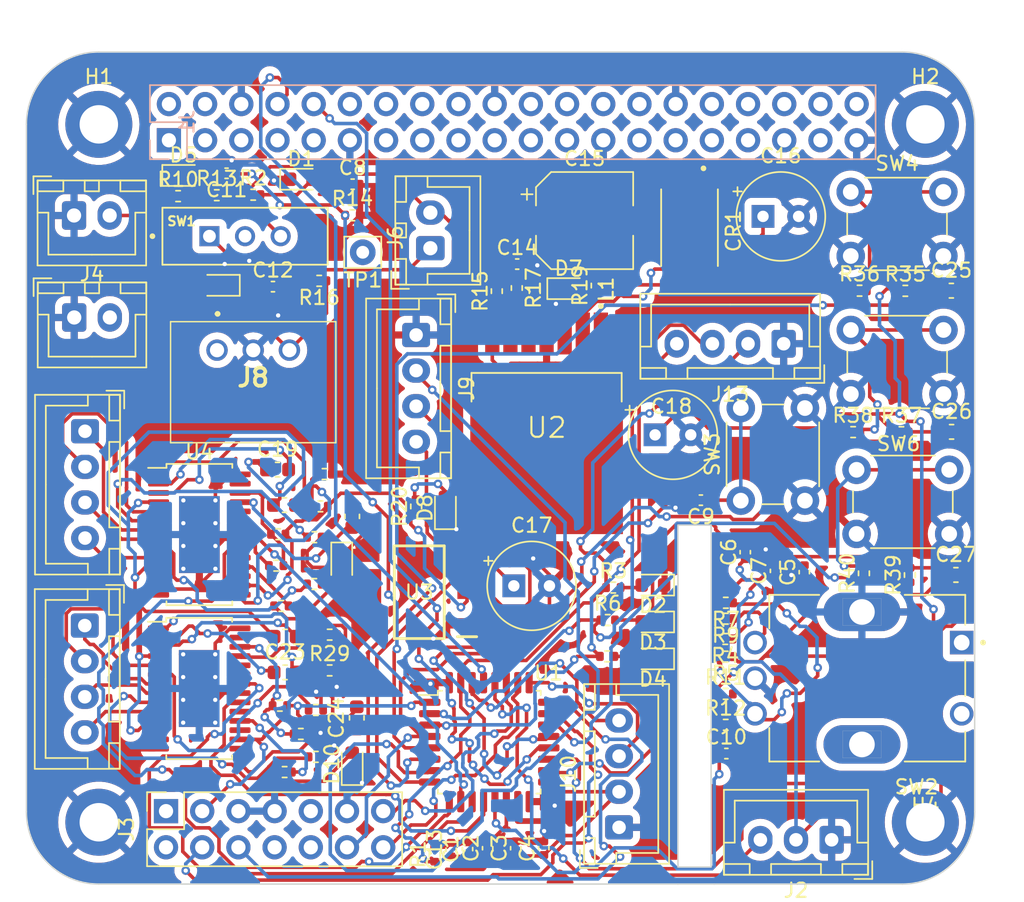
<source format=kicad_pcb>
(kicad_pcb (version 20221018) (generator pcbnew)
  (layers (0 "F.Cu" signal) (1 "In1.Cu" signal) (2 "In2.Cu" signal) (31 "B.Cu" signal) (34 "B.Paste" user) (35 "F.Paste" user) (36 "B.SilkS" user "B.Silkscreen") (37 "F.SilkS" user "F.Silkscreen") (38 "B.Mask" user) (39 "F.Mask" user) (44 "Edge.Cuts" user))
  (net 0 "")
  (net 1 "+3.3V")
  (net 2 "GND")
  (net 3 "/ENCODEUR_B")
  (net 4 "/ENCODEUR_A")
  (net 5 "VCC")
  (net 6 "/NRST")
  (net 7 "/ENCODEUR_BTN")
  (net 8 "/ADC_BATT")
  (net 9 "+5V")
  (net 10 "Net-(C14-Pad1)")
  (net 11 "+5.1V")
  (net 12 "Net-(U4-VCP)")
  (net 13 "Net-(U4-CPI)")
  (net 14 "Net-(U4-CPO)")
  (net 15 "Net-(U4-5VOUT)")
  (net 16 "Net-(U5-VCP)")
  (net 17 "Net-(U5-CPI)")
  (net 18 "Net-(U5-CPO)")
  (net 19 "Net-(U5-5VOUT)")
  (net 20 "/PA1_USR_BTN_0")
  (net 21 "/PA11_USR_BTN_1")
  (net 22 "/PA12_USR_BTN_2")
  (net 23 "/Vsw")
  (net 24 "Net-(D1-A)")
  (net 25 "Net-(D2-A)")
  (net 26 "Net-(D3-A)")
  (net 27 "Net-(D4-A)")
  (net 28 "Net-(D5-A)")
  (net 29 "Net-(D6-A)")
  (net 30 "Net-(D7-A)")
  (net 31 "Net-(D8-A)")
  (net 32 "Net-(D9-A)")
  (net 33 "Net-(D10-A)")
  (net 37 "/RASPBERRY_PI_TX")
  (net 39 "/RASPBERRY_PI_RX")
  (net 65 "/DATA_RECEIVER")
  (net 68 "/SWDIO")
  (net 69 "/SWCLK")
  (net 73 "/STLINK_RX")
  (net 74 "/STLINK_TX")
  (net 75 "/V_BAT")
  (net 76 "/V_CHARGE")
  (net 77 "Net-(J6-Pin_1)")
  (net 78 "/LIDAR_LP_TX")
  (net 79 "/LIDAR_LP_RX")
  (net 80 "/I2C_SCL")
  (net 81 "/I2C_SDA")
  (net 82 "/TMC2225/OA1")
  (net 83 "/TMC2225/OA2")
  (net 84 "/TMC2225/OB1")
  (net 85 "/TMC2225/OB2")
  (net 86 "/TMC2226/OA1")
  (net 87 "/TMC2226/OA2")
  (net 88 "/TMC2226/OB1")
  (net 89 "/TMC2226/OB2")
  (net 90 "/PB8-BOOT0_LED0")
  (net 91 "/PF0_LED1")
  (net 92 "/PF1_LED2")
  (net 93 "Net-(R4-Pad2)")
  (net 94 "Net-(R5-Pad2)")
  (net 95 "Net-(R11-Pad2)")
  (net 96 "Net-(U2-Vc)")
  (net 97 "/VFB")
  (net 98 "Net-(U4-MS1)")
  (net 99 "Net-(U4-MS2)")
  (net 100 "Net-(U4-BRA)")
  (net 101 "Net-(U4-BRB)")
  (net 102 "Net-(U4-DIAG)")
  (net 103 "Net-(U5-MS1)")
  (net 104 "Net-(U5-MS2)")
  (net 105 "Net-(U5-BRA)")
  (net 106 "Net-(U5-BRB)")
  (net 107 "Net-(U5-DIAG)")
  (net 108 "Net-(R36-Pad2)")
  (net 109 "Net-(R38-Pad2)")
  (net 110 "Net-(R40-Pad2)")
  (net 111 "/DIR_MOTOR_L")
  (net 112 "/PWM_MOTOR_L_TIM2_CH1")
  (net 113 "/PWM_MOTOR_R_TIM3_CH1")
  (net 114 "/DIR_MOTOR_R")
  (footprint "Button_Switch_THT:SW_PUSH_6mm" (layer "F.Cu") (at 179.772518 65.237612)
    (fp_text reference "SW5" hide)
    (fp_text value "SW_Push")
  )
  (footprint "Resistor_SMD:R_0402_1005Metric" (layer "F.Cu") (at 142.230836 91.9196)
    (fp_text reference "R32" hide)
    (fp_text value "150m")
  )
  (footprint "AZ1117_CH2:SOT230P700X180-4N" (layer "F.Cu") (at 149.487545 83.648631 180)
    (fp_text reference "U3")
    (fp_text value "AZ1117CH2-3.3TRG1" hide)
  )
  (footprint "Resistor_SMD:R_0402_1005Metric" (layer "F.Cu") (at 142.55412 77.617853)
    (fp_text reference "R21" hide)
    (fp_text value "0R" hide)
  )
  (footprint "Resistor_SMD:R_0402_1005Metric" (layer "F.Cu") (at 183.321819 72.411517)
    (fp_text reference "R37")
    (fp_text value "10k")
  )
  (footprint "Resistor_SMD:R_0402_1005Metric" (layer "F.Cu") (at 139.703908 91.617259)
    (fp_text reference "R30" hide)
    (fp_text value "0R")
  )
  (footprint "Resistor_SMD:R_0402_1005Metric" (layer "F.Cu") (at 142.463802 61.788225 180)
    (fp_text reference "R16")
    (fp_text value "3k6")
  )
  (footprint "Resistor_SMD:R_0402_1005Metric" (layer "F.Cu") (at 140.037764 96.275436)
    (fp_text reference "R34" hide)
    (fp_text value "1k")
  )
  (footprint "Capacitor_SMD:C_0402_1005Metric" (layer "F.Cu") (at 135.964355 54.235044 180)
    (fp_text reference "C11")
    (fp_text value "100n")
  )
  (footprint "Capacitor_SMD:C_0402_1005Metric" (layer "F.Cu") (at 139.22 62.194502)
    (fp_text reference "C12")
    (fp_text value "1u")
  )
  (footprint "Resistor_SMD:R_0402_1005Metric" (layer "F.Cu") (at 170.982649 90.788918)
    (fp_text reference "R11")
    (fp_text value "10k")
  )
  (footprint "Capacitor_SMD:C_0402_1005Metric" (layer "F.Cu") (at 158.224938 101.623098 90)
    (fp_text reference "C4")
    (fp_text value "10u" hide)
  )
  (footprint "Package_QFP:LQFP-32_7x7mm_P0.8mm" (layer "F.Cu") (at 154.397869 94.177555)
    (fp_text reference "U1")
    (fp_text value "STM32G431KBTx" hide)
  )
  (footprint "Capacitor_SMD:C_0402_1005Metric" (layer "F.Cu") (at 171.035429 94.976907)
    (fp_text reference "C10")
    (fp_text value "10n")
  )
  (footprint "Resistor_SMD:R_0402_1005Metric" (layer "F.Cu") (at 150.579542 102.059215 90)
    (fp_text reference "R1")
    (fp_text value "100k" hide)
  )
  (footprint "Connector_JST:JST_XH_B4B-XH-A_1x04_P2.50mm_Vertical" (layer "F.Cu") (at 149.266023 65.588593 -90)
    (fp_text reference "J9")
    (fp_text value "Conn_01x04")
  )
  (footprint "LED_SMD:LED_0603_1608Metric" (layer "F.Cu") (at 144.046144 81.641823 -90)
    (fp_text reference "D9" hide)
    (fp_text value "LED")
  )
  (footprint "Rotatory_encoder_button:SW_482016514001" (layer "F.Cu") (at 180.548833 89.686248 180)
    (fp_text reference "SW2")
    (fp_text value "RotaryEncoder_Switch")
    (fp_line (start -1.35 -5.6) (end 1.35 -5.6) (stroke (width 0.01)) (layer "Edge.Cuts"))
    (fp_line (start -1.35 -3.7) (end -1.35 -5.6) (stroke (width 0.01)) (layer "Edge.Cuts"))
    (fp_line (start -1.35 3.7) (end 1.35 3.7) (stroke (width 0.01)) (layer "Edge.Cuts"))
    (fp_line (start -1.35 5.6) (end -1.35 3.7) (stroke (width 0.01)) (layer "Edge.Cuts"))
    (fp_line (start 1.35 -5.6) (end 1.35 -3.7) (stroke (width 0.01)) (layer "Edge.Cuts"))
    (fp_line (start 1.35 -3.7) (end -1.35 -3.7) (stroke (width 0.01)) (layer "Edge.Cuts"))
    (fp_line (start 1.35 3.7) (end 1.35 5.6) (stroke (width 0.01)) (layer "Edge.Cuts"))
    (fp_line (start 1.35 5.6) (end -1.35 5.6) (stroke (width 0.01)) (layer "Edge.Cuts"))
  )
  (footprint "Resistor_SMD:R_0402_1005Metric" (layer "F.Cu") (at 139.80577 84.613963)
    (fp_text reference "R27" hide)
    (fp_text value "1k")
  )
  (footprint "Capacitor_THT:CP_Radial_Tantal_D6.0mm_P2.50mm" (layer "F.Cu") (at 173.607823 57.262164)
    (fp_text reference "C16")
    (fp_text value "47u")
  )
  (footprint "Resistor_SMD:R_0402_1005Metric" (layer "F.Cu") (at 170.956044 86.931996 180)
    (fp_text reference "R4")
    (fp_text value "10k")
  )
  (footprint "Capacitor_SMD:C_0402_1005Metric" (layer "F.Cu") (at 144.809756 55.002137)
    (fp_text reference "C8")
    (fp_text value "10u")
  )
  (footprint "LED_SMD:LED_0603_1608Metric" (layer "F.Cu") (at 165.882406 88.326009 180)
    (fp_text reference "D4")
    (fp_text value "LED_GREEN" hide)
  )
  (footprint "Connector_PinSocket_2.54mm:PinSocket_2x07_P2.54mm_Vertical" (layer "F.Cu") (at 131.715292 99.019528 90)
    (fp_text reference "J3")
    (fp_text value "Conn_ST_STDC14" hide)
  )
  (footprint "LED_SMD:LED_0603_1608Metric" (layer "F.Cu") (at 132.938751 54.387174)
    (fp_text reference "D5")
    (fp_text value "LED_RED")
  )
  (footprint "Resistor_SMD:R_0402_1005Metric" (layer "F.Cu") (at 183.594796 62.488752)
    (fp_text reference "R35")
    (fp_text value "10k")
  )
  (footprint "MountingHole:MountingHole_2.7mm_M2.5_DIN965_Pad" (layer "F.Cu") (at 185 99.8)
    (fp_text reference "H4")
    (fp_text value "MountingHole_Pad")
  )
  (footprint "Connector_JST:JST_XH_B4B-XH-A_1x04_P2.50mm_Vertical" (layer "F.Cu") (at 163.507155 100.158471 90)
    (fp_text reference "J10")
    (fp_text value "Conn_01x04")
  )
  (footprint "Package_SO:HTSSOP-28-1EP_4.4x9.7mm_P0.65mm_EP2.85x5.4mm_ThermalVias" (layer "F.Cu") (at 134.04383 90.408526)
    (fp_text reference "U5" hide)
    (fp_text value "TMC2225-SA-T")
  )
  (footprint "Resistor_SMD:R_0402_1005Metric" (layer "F.Cu") (at 141.176501 93.600343 180)
    (fp_text reference "R31" hide)
    (fp_text value "0R")
  )
  (footprint "Resistor_SMD:R_0402_1005Metric" (layer "F.Cu") (at 162.67391 88.154053)
    (fp_text reference "R8" hide)
    (fp_text value "1k6")
  )
  (footprint "Capacitor_SMD:C_0402_1005Metric" (layer "F.Cu") (at 156.358534 60.611606)
    (fp_text reference "C14")
    (fp_text value "10n")
  )
  (footprint "MINI_SPDT_SW:SW_MINI-SPDT-SW" (layer "F.Cu") (at 137.262131 58.652993)
    (fp_text reference "SW1")
    (fp_text value "SW_Push_SPDT")
  )
  (footprint "Capacitor_THT:CP_Radial_Tantal_D6.0mm_P2.50mm" (layer "F.Cu") (at 156.122036 83.2022)
    (fp_text reference "C17")
    (fp_text value "10u")
  )
  (footprint "Connector_JST:JST_XH_B4B-XH-A_1x04_P2.50mm_Vertical" (layer "F.Cu") (at 175.056378 66.203621 180)
    (fp_text reference "J13")
    (fp_text value "Conn_01x04")
  )
  (footprint "Resistor_SMD:R_0402_1005Metric" (layer "F.Cu") (at 143.2 86.63)
    (fp_text reference "R28" hide)
    (fp_text value "0R")
  )
  (footprint "Capacitor_SMD:C_0603_1608Metric" (layer "F.Cu") (at 186.839907 72.39054)
    (fp_text reference "C26")
    (fp_text value "10n")
  )
  (footprint "Capacitor_SMD:C_0603_1608Metric" (layer "F.Cu") (at 144.78 78.326823 -90)
    (fp_text reference "C21" hide)
    (fp_text value "2.2uF" hide)
  )
  (footprint "Capacitor_SMD:C_0603_1608Metric" (layer "F.Cu") (at 139.54376 75.040777)
    (fp_text reference "C19")
    (fp_text value "100nF")
  )
  (footprint "Capacitor_SMD:C_0603_1608Metric" (layer "F.Cu") (at 145.100628 92.474435 90)
    (fp_text reference "C24")
    (fp_text value "2.2uF")
  )
  (footprint "LT107CR-PBF:DPAK127P1394X457-8N" (layer "F.Cu") (at 158.421254 71.794888 180)
    (fp_text reference "U2")
    (fp_text value "LT1076CR-PBF")
  )
  (footprint "DST10100S:DIO_MBR1045STR" (layer "F.Cu") (at 168.450358 58.055 -90)
    (fp_text reference "CR1")
    (fp_text value "DST10100S")
  )
  (footprint "Connector_JST:JST_XH_B2B-XH-A_1x02_P2.50mm_Vertical" (layer "F.Cu") (at 150.265179 59.496496 90)
    (fp_text reference "J6")
    (fp_text value "Stop")
  )
  (footprint "LED_SMD:LED_0603_1608Metric" (layer "F.Cu") (at 135.4075 62.101304 180)
    (fp_text reference "D6" hide)
    (fp_text value "LED_RED")
  )
  (footprint "Resistor_SMD:R_0402_1005Metric" (layer "F.Cu") (at 170.991517 92.961618)
    (fp_text reference "R12")
    (fp_text value "10k")
  )
  (footprint "Resistor_SMD:R_0402_1005Metric" (layer "F.Cu") (at 179.932246 72.406733)
    (fp_text reference "R38")
    (fp_text value "10k")
  )
  (footprint "Resistor_SMD:R_0402_1005Metric" (layer "F.Cu") (at 142.122701 83.075107)
    (fp_text reference "R26" hide)
    (fp_text value "150m")
  )
  (footprint "Button_Switch_THT:SW_PUSH_6mm" (layer "F.Cu") (at 180.173823 75.054875)
    (fp_text reference "SW6")
    (fp_text value "SW_Push")
  )
  (footprint "Capacitor_SMD:C_0402_1005Metric" (layer "F.Cu") (at 152.874253 101.685244 90)
    (fp_text reference "C1")
    (fp_text value "100n" hide)
  )
  (footprint "Button_Switch_THT:SW_PUSH_6mm" (layer "F.Cu") (at 179.76477 55.543498)
    (fp_text reference "SW4")
    (fp_text value "SW_Push")
  )
  (footprint "Resistor_SMD:R_0402_1005Metric" (layer "F.Cu") (at 149.270963 77.627377 90)
    (fp_text reference "R20")
    (fp_text value "1k6")
  )
  (footprint "Capacitor_SMD:C_0603_1608Metric" (layer "F.Cu") (at 140.073072 89.277659)
    (fp_text reference "C23")
    (fp_text value "22nF")
  )
  (footprint "Resistor_SMD:R_0402_1005Metric" (layer "F.Cu") (at 170.995951 85.508656 180)
    (fp_text reference "R9")
    (fp_text value "10k")
  )
  (footprint "Resistor_SMD:R_0402_1005Metric" (layer "F.Cu") (at 144.7943 57.183752)
    (fp_text reference "R14")
    (fp_text value "10k")
  )
  (footprint "Connector_JST:JST_XH_B4B-XH-A_1x04_P2.50mm_Vertical" (layer "F.Cu") (at 126.015309 85.991466 -90)
    (fp_text reference "J12" hide)
    (fp_text value "Conn_01x04")
  )
  (footprint "LED_SMD:LED_0603_1608Metric" (layer "F.Cu") (at 165.882406 83.146009 180)
    (fp_text reference "D2")
    (fp_text value "LED_GREEN")
  )
  (footprint "Connector_JST:JST_XH_B3B-XH-A_1x03_P2.50mm_Vertical" (layer "F.Cu") (at 178.42334 101.03278 180)
    (fp_text reference "J2")
    (fp_text value "Conn_01x03")
  )
  (footprint "Connector_JST:JST_XH_B2B-XH-A_1x02_P2.50mm_Vertical" (layer "F.Cu") (at 125.260404 57.198296)
    (fp_text reference "J5" hide)
    (fp_text value "Charge")
  )
  (footprint "Resistor_SMD:R_0402_1005Metric" (layer "F.Cu") (at 180.384969 62.478752)
    (fp_text reference "R36")
    (fp_text value "10k")
  )
  (footprint "LED_SMD:LED_0603_1608Metric" (layer "F.Cu") (at 144.78 95.701894 90)
    (fp_text reference "D10")
    (fp_text value "LED")
  )
  (footprint "Capacitor_SMD:C_0402_1005Metric" (layer "F.Cu") (at 174.486412 82.15269 90)
    (fp_text reference "C7")
    (fp_text value "100n")
  )
  (footprint "Capacitor_SMD:C_0402_1005Metric" (layer "F.Cu") (at 172.362021 80.839315 90)
    (fp_text reference "C6")
    (fp_text value "10n")
  )
  (footprint "Resistor_SMD:R_0402_1005Metric" (layer "F.Cu") (at 183.91408 82.444605 90)
    (fp_text reference "R39")
    (fp_text value "10k")
  )
  (footprint "LED_SMD:LED_0603_1608Metric" (layer "F.Cu") (at 141.210642 54.652898)
    (fp_text reference "D1")
    (fp_text value "LED_RED")
  )
  (footprint "Connector_JST:JST_XH_B4B-XH-A_1x04_P2.50mm_Vertical" (layer "F.Cu") (at 126.032089 72.348301 -90)
    (fp_text reference "J11" hide)
    (fp_text value "Conn_01x04")
  )
  (footprint "MountingHole:MountingHole_2.7mm_M2.5_DIN965_Pad" (layer "F.Cu") (at 127 50.8)
    (fp_text reference "H1")
    (fp_text value "MountingHole_Pad")
  )
  (footprint "Capacitor_SMD:C_0603_1608Metric" (layer "F.Cu") (at 187.14408 82.434605)
    (fp_text reference "C27")
    (fp_text value "10n")
  )
  (footprint "Resistor_SMD:R_0402_1005Metric" (layer "F.Cu") (at 163.103203 83.323918)
    (fp_text reference "R3")
    (fp_text value "1k6")
  )
  (footprint "LED_SMD:LED_0603_1608Metric" (layer "F.Cu") (at 159.955147 62.33503)
    (fp_text reference "D7")
    (fp_text value "LED_RED")
  )
  (footprint "Capacitor_SMD:CP_Elec_6.3x7.7" (layer "F.Cu") (at 161.08741 57.556682)
    (fp_text reference "C15")
    (fp_text value "100u")
  )
  (footprint "Connector_Pin:Pin_D0.9mm_L10.0mm_W2.4mm_FlatFork" (layer "F.Cu") (at 145.519301 59.781928)
    (fp_text reference "TP1")
    (fp_text value "TestPoint")
  )
  (footprint "Resistor_SMD:R_0402_1005Metric" (layer "F.Cu") (at 132.563656 55.839956)
    (fp_text reference "R10")
    (fp_text value "5k6")
  )
  (footprint "Connector_JST:JST_XH_B2B-XH-A_1x02_P2.50mm_Vertical" (layer "F.Cu") (at 125.272892 64.358576)
    (fp_text reference "J4")
    (fp_text value "Battery")
  )
  (footprint "Capacitor_THT:CP_Radial_Tantal_D6.0mm_P2.50mm" (layer "F.Cu") (at 166.036295 72.60134)
    (fp_text reference "C18")
    (fp_text value "10u")
  )
  (footprint "Resistor_SMD:R_0402_1005Metric" (layer "F.Cu") (at 162.70886 85.602769)
    (fp_text reference "R6")
    (fp_text value "1k6" hide)
  )
  (footprint "LED_SMD:LED_0603_1608Metric" (layer "F.Cu") (at 165.882406 85.736009 180)
    (fp_text reference "D3")
    (fp_text value "LED_GREEN")
  )
  (footprint "LED_SMD:LED_0603_1608Metric" (layer "F.Cu") (at 151.32168 77.738577 90)
    (fp_text reference "D8")
    (fp_text value "LED_RED")
  )
  (footprint "Resistor_SMD:R_0402_1005Metric" (layer "F.Cu") (at 135.277086 55.774508)
    (fp_text reference "R13")
    (fp_text value "15k")
  )
  (footprint "Capacitor_SMD:C_0402_1005Metric" (layer "F.Cu") (at 156.254938 101.623098 90)
    (fp_text reference "C3")
    (fp_text value "100n" hide)
  )
  (footprint "MountingHole:MountingHole_2.7mm_M2.5_DIN965_Pad" (layer "F.Cu") (at 185 50.8)
    (fp_text reference "H2")
    (fp_text value "MountingHole_Pad")
  )
  (footprint "Capacitor_SMD:C_0603_1608Metric" (layer "F.Cu") (at 186.824796 62.478752)
    (fp_text reference "C25")
    (fp_text value "10n")
  )
  (footprint "Resistor_SMD:R_0402_1005Metric" (layer "F.Cu") (at 161.938682 62.120156 90)
    (fp_text reference "R19")
    (fp_text value "3k6")
  )
  (footprint "Button_Switch_THT:SW_PUSH_6mm" (layer "F.Cu") (at 172.048732 77.219562 90)
    (fp_text reference "SW3")
    (fp_text value "SW_Push")
  )
  (footprint "Resistor_SMD:R_0402_1005Metric" (layer "F.Cu") (at 143.2 89.14)
    (fp_text reference "R29")
    (fp_text value "0R")
  )
  (footprint "Resistor_SMD:R_0402_1005Metric" (layer "F.Cu") (at 139.444192 81.782753)
    (fp_text reference "R24" hide)
    (fp_text value "0R")
  )
  (footprint "Capacitor_SMD:C_0603_1608Metric" (layer "F.Cu") (at 140.073072 86.767659)
    (fp_text reference "C22" hide)
    (fp_text value "100nF")
  )
  (footprint "Capacitor_SMD:C_0402_1005Metric" (layer "F.Cu") (at 169.248024 77.185975 180)
    (fp_text reference "C9")
    (fp_text value "10n")
  )
  (footprint "Resistor_SMD:R_0402_1005Metric" (layer "F.Cu") (at 156.329509 62.291018 -90)
    (fp_text reference "R17")
    (fp_text value "13k" hide)
  )
  (footprint "Resistor_SMD:R_0402_1005Metric" (layer "F.Cu") (at 139.586981 79.576734)
    (fp_text reference "R23" hide)
    (fp_text value "0R")
  )
  (footprint "Resistor_SMD:R_0402_1005Metric" (layer "F.Cu") (at 137.832729 55.740203)
    (fp_text reference "R2")
    (fp_text value "560")
  )
  (footprint "Inductor_SMD:L_0201_0603Metric" (layer "F.Cu") (at 163.657163 62.388853 90)
    (fp_text reference "L1")
    (fp_text value "220u")
  )
  (footprint "Resistor_SMD:R_0402_1005Metric" (layer "F.Cu") (at 154.926981 62.510949 90)
    (fp_text reference "R15")
    (fp_text value "2.7k")
  )
  (footprint "Resistor_SMD:R_0402_1005Metric" (layer "F.Cu") (at 170.995951 84.391268 180)
    (fp_text reference "R7")
    (fp_text value "10k")
  )
  (footprint "Resistor_SMD:R_0402_1005Metric" (layer "F.Cu") (at 180.689859 82.322908 90)
    (fp_text reference "R40")
    (fp_text value "10k")
  )
  (footprint "Resistor_SMD:R_0402_1005Metric" (layer "F.Cu") (at 142.122701 79.785107)
    (fp_text reference "R25" hide)
    (fp_text value "150m")
  )
  (footprint "Resistor_SMD:R_0402_1005Metric" (layer "F.Cu") (at 170.991517 88.17281 180)
    (fp_text reference "R5")
    (fp_text value "10k")
  )
  (footprint "Resistor_SMD:R_0402_1005Metric" (layer "F.Cu") (at 142.230836 95.2096)
    (fp_text reference "R33" hide)
    (fp_text value "150m")
  )
  (footprint "Resistor_SMD:R_0402_1005Metric" (layer "F.Cu") (at 142.838444 75.35297 180)
    (fp_text reference "R22" hide)
    (fp_text value "0R")
  )
  (footprint "Capacitor_SMD:C_0402_1005Metric" (layer "F.Cu") (at 154.284938 101.623098 90)
    (fp_text reference "C2")
    (fp_text value "100n" hide)
  )
  (footprint "Buck_5V_173010542:173010542" (layer "F.Cu") (at 137.834719 68.58)
    (fp_text reference "J8")
    (fp_text value "173010542" hide)
  )
  (footprint "MountingHole:MountingHole_2.7mm_M2.5_DIN965_Pad" (layer "F.Cu") (at 127 99.8)
    (fp_text reference "H3" hide)
    (fp_text value "MountingHole_Pad")
  )
  (footprint "Capacitor_SMD:C_0603_1608Metric" (layer "F.Cu") (at 140.028654 77.532761)
    (fp_text reference "C20" hide)
    (fp_text value "22nF" hide)
  )
  (footprint "Capacitor_SMD:C_0402_1005Metric" (layer "F.Cu") (at 151.722731 101.724296 90)
    (fp_text reference "C13")
    (fp_text value "1u")
  )
  (footprint "Resistor_SMD:R_0402_1005Metric" (layer "F.Cu") (at 157.589462 62.508479 90)
    (fp_text reference "R18" hide)
    (fp_text value "10k")
  )
  (footprint "Package_SO:HTSSOP-28-1EP_4.4x9.7mm_P0.65mm_EP2.85x5.4mm_ThermalVias" (layer "F.Cu") (at 134.056373 79.6024)
    (fp_text reference "U4")
    (fp_text value "TMC2225-SA-T")
  )
  (footprint "Capacitor_SMD:C_0402_1005Metric" (layer "F.Cu") (at 176.507565 82.24 90)
    (fp_text reference "C5")
    (fp_text value "10n")
  )
  (footprint "Connector_PinSocket_2.54mm:PinSocket_2x20_P2.54mm_Vertical" (layer "B.Cu") (at 131.918517 51.916496 -90)
    (fp_text reference "J1")
    (fp_text value "Conn_02x20_Odd_Even")
  )
  (gr_line (start 167.64 102.94) (end 169.964536 102.94) (stroke (width 0.1)) (layer "Edge.Cuts"))
  (gr_line (start 167.64 102.94) (end 167.64 78.94) (stroke (width 0.1)) (layer "Edge.Cuts"))
  (gr_line (start 167.64 104.14) (end 170.18 104.14) (stroke (width 0.1)) (layer "Edge.Cuts"))
  (gr_arc (start 121.92 50.8) (mid 123.407898 47.207898) (end 127 45.72) (stroke (width 0.1)) (layer "Edge.Cuts"))
  (gr_line (start 121.92 50.8) (end 121.92 99.06) (stroke (width 0.1)) (layer "Edge.Cuts"))
  (gr_line (start 188.46 99.06) (end 188.46 50.8) (stroke (width 0.1)) (layer "Edge.Cuts"))
  (gr_line (start 169.964536 102.94) (end 169.964536 78.94) (stroke (width 0.1)) (layer "Edge.Cuts"))
  (gr_line (start 167.64 78.94) (end 169.964536 78.94) (stroke (width 0.1)) (layer "Edge.Cuts"))
  (gr_arc (start 188.46 99.06) (mid 186.972102 102.652102) (end 183.38 104.14) (stroke (width 0.1)) (layer "Edge.Cuts"))
  (gr_arc (start 127 104.14) (mid 123.407898 102.652102) (end 121.92 99.06) (stroke (width 0.1)) (layer "Edge.Cuts"))
  (gr_line (start 183.38 45.72) (end 127 45.72) (stroke (width 0.1)) (layer "Edge.Cuts"))
  (gr_line (start 167.64 104.14) (end 127 104.14) (stroke (width 0.1)) (layer "Edge.Cuts"))
  (gr_line (start 170.18 104.14) (end 183.38 104.14) (stroke (width 0.1)) (layer "Edge.Cuts"))
  (gr_arc (start 183.38 45.72) (mid 186.972102 47.207898) (end 188.46 50.8) (stroke (width 0.1)) (layer "Edge.Cuts"))
  (segment (start 172.72 83.431493) (end 172.72 83.82) (width 0.25) (layer "F.Cu") (net 1))
  (segment (start 140.096981 79.576734) (end 140.096981 79.401777) (width 0.25) (layer "F.Cu") (net 1))
  (segment (start 148.892193 78.885133) (end 148.892193 78.516147) (width 0.25) (layer "F.Cu") (net 1))
  (segment (start 173.377379 82.774114) (end 172.103105 82.774114) (width 0.25) (layer "F.Cu") (net 1))
  (segment (start 185.57272 91.28728) (end 185.008955 91.851045) (width 0.25) (layer "F.Cu") (net 1))
  (segment (start 143.09744 92.6396) (end 141.364232 92.6396) (width 0.25) (layer "F.Cu") (net 1))
  (segment (start 140.213908 92.201685) (end 140.213908 91.617259) (width 0.25) (layer "F.Cu") (net 1))
  (segment (start 142.874184 90.294722) (end 142.874184 90.516052) (width 0.25) (layer "F.Cu") (net 1))
  (segment (start 138.933334 93.482259) (end 140.213908 92.201685) (width 0.25) (layer "F.Cu") (net 1))
  (segment (start 147.778805 76.701823) (end 149.214359 78.137377) (width 0.25) (layer "F.Cu") (net 1))
  (segment (start 143.71 86.63) (end 143.71 87.043396) (width 0.25) (layer "F.Cu") (net 1))
  (segment (start 148.892193 78.516147) (end 149.270963 78.137377) (width 0.25) (layer "F.Cu") (net 1))
  (segment (start 138.578811 94.51195) (end 138.050387 93.983526) (width 0.25) (layer "F.Cu") (net 1))
  (segment (start 141.364232 92.6396) (end 140.960253 92.235621) (width 0.25) (layer "F.Cu") (net 1))
  (segment (start 140.948913 91.617259) (end 140.960253 91.628599) (width 0.25) (layer "F.Cu") (net 1))
  (segment (start 138.174223 83.1774) (end 136.918873 83.1774) (width 0.25) (layer "F.Cu") (net 1))
  (segment (start 134.329025 99.019528) (end 134.255292 99.019528) (width 0.25) (layer "F.Cu") (net 1))
  (segment (start 142.095 89.515538) (end 142.874184 90.294722) (width 0.25) (layer "F.Cu") (net 1))
  (segment (start 138.598908 93.751721) (end 138.86837 93.482259) (width 0.25) (layer "F.Cu") (net 1))
  (segment (start 170.485951 84.391268) (end 170.485951 85.508656) (width 0.25) (layer "F.Cu") (net 1))
  (segment (start 169.751574 72.119562) (end 168.752012 71.12) (width 0.25) (layer "F.Cu") (net 1))
  (segment (start 180.956858 81.140809) (end 180.942667 81.155) (width 0.25) (layer "F.Cu") (net 1))
  (segment (start 185.008955 91.851045) (end 185.008955 95.382532) (width 0.25) (layer "F.Cu") (net 1))
  (segment (start 172.103105 82.774114) (end 170.485951 84.391268) (width 0.25) (layer "F.Cu") (net 1))
  (segment (start 183.717821 71.653996) (end 184.65692 71.653996) (width 0.25) (layer "F.Cu") (net 1))
  (segment (start 158.224938 102.103098) (end 158.232547 102.103098) (width 0.25) (layer "F.Cu") (net 1))
  (segment (start 158.583873 99.71714) (end 159.601189 100.734456) (width 0.4) (layer "F.Cu") (net 1))
  (segment (start 151.722731 102.204296) (end 153.330419 102.204296) (width 0.25) (layer "F.Cu") (net 1))
  (segment (start 138.86837 93.482259) (end 138.933334 93.482259) (width 0.25) (layer "F.Cu") (net 1))
  (segment (start 149.181696 91.377555) (end 150.222869 91.377555) (width 0.25) (layer "F.Cu") (net 1))
  (segment (start 140.240206 82.427753) (end 140.27973 82.427753) (width 0.25) (layer "F.Cu") (net 1))
  (segment (start 160.43117 100.734456) (end 163.507155 97.658471) (width 0.25) (layer "F.Cu") (net 1))
  (segment (start 175.004102 81.155) (end 174.486412 81.67269) (width 0.25) (layer "F.Cu") (net 1))
  (segment (start 168.752012 71.12) (end 167.517635 71.12) (width 0.25) (layer "F.Cu") (net 1))
  (segment (start 141.273877 78.658203) (end 141.448877 78.483203) (width 0.25) (layer "F.Cu") (net 1))
  (segment (start 138.598908 93.816685) (end 138.598908 93.751721) (width 0.25) (layer "F.Cu") (net 1))
  (segment (start 143.06412 77.674457) (end 143.06412 77.617853) (width 0.4) (layer "F.Cu") (net 1))
  (segment (start 140.213908 91.617259) (end 140.948913 91.617259) (width 0.25) (layer "F.Cu") (net 1))
  (segment (start 185.008955 95.382532) (end 182.523108 97.868379) (width 0.25) (layer "F.Cu") (net 1))
  (segment (start 181.555526 71.12) (end 181.537914 71.137612) (width 0.25) (layer "F.Cu") (net 1))
  (segment (start 149.214359 78.137377) (end 149.270963 78.137377) (width 0.25) (layer "F.Cu") (net 1))
  (segment (start 143.410836 91.052704) (end 143.410836 92.326204) (width 0.25) (layer "F.Cu") (net 1))
  (segment (start 182.309175 62.339938) (end 182.935982 62.339938) (width 0.25) (layer "F.Cu") (net 1))
  (segment (start 183.183825 71.12) (end 181.555526 71.12) (width 0.25) (layer "F.Cu") (net 1))
  (segment (start 149.416983 79.290234) (end 149.297294 79.290234) (width 0.25) (layer "F.Cu") (net 1))
  (segment (start 138.050387 93.983526) (end 136.90633 93.983526) (width 0.25) (layer "F.Cu") (net 1))
  (segment (start 179.087741 97.868379) (end 175.92334 101.03278) (width 0.25) (layer "F.Cu") (net 1))
  (segment (start 170.472649 90.338236) (end 170.472649 90.788918) (width 0.25) (layer "F.Cu") (net 1))
  (segment (start 181.784386 62.868745) (end 181.784386 62.864727) (width 0.25) (layer "F.Cu") (net 1))
  (segment (start 182.811819 72.411517) (end 181.537914 71.137612) (width 0.25) (layer "F.Cu") (net 1))
  (segment (start 140.549192 80.028945) (end 140.096981 79.576734) (width 0.25) (layer "F.Cu") (net 1))
  (segment (start 140.096981 79.401777) (end 140.840555 78.658203) (width 0.25) (layer "F.Cu") (net 1))
  (segment (start 148.928182 91.631069) (end 149.181696 91.377555) (width 0.25) (layer "F.Cu") (net 1))
  (segment (start 180.942667 81.155) (end 175.004102 81.155) (width 0.25) (layer "F.Cu") (net 1))
  (segment (start 178.946681 71.137612) (end 177.964731 72.119562) (width 0.25) (layer "F.Cu") (net 1))
  (segment (start 182.100284 81.140809) (end 180.956858 81.140809) (width 0.25) (layer "F.Cu") (net 1))
  (segment (start 142.874184 90.516052) (end 143.410836 91.052704) (width 0.25) (layer "F.Cu") (net 1))
  (segment (start 181.784386 62.864727) (end 182.309175 62.339938) (width 0.25) (layer "F.Cu") (net 1))
  (segment (start 183.91408 82.954605) (end 182.100284 81.140809) (width 0.25) (layer "F.Cu") (net 1))
  (segment (start 140.549192 82.158291) (end 140.549192 80.028945) (width 0.25) (layer "F.Cu") (net 1))
  (segment (start 140.960253 92.235621) (end 140.960253 91.628599) (width 0.25) (layer "F.Cu") (net 1))
  (segment (start 140.27973 82.427753) (end 140.549192 82.158291) (width 0.25) (layer "F.Cu") (net 1))
  (segment (start 174.486412 81.67269) (end 174.478803 81.67269) (width 0.25) (layer "F.Cu") (net 1))
  (segment (start 142.095 88.658396) (end 142.095 89.515538) (width 0.25) (layer "F.Cu") (net 1))
  (segment (start 171.554888 89.255997) (end 170.472649 90.338236) (width 0.25) (layer "F.Cu") (net 1))
  (segment (start 143.98015 76.701823) (end 147.778805 76.701823) (width 0.25) (layer "F.Cu") (net 1))
  (segment (start 136.90633 93.983526) (end 138.432067 93.983526) (width 0.25) (layer "F.Cu") (net 1))
  (segment (start 141.448877 78.483203) (end 142.255374 78.483203) (width 0.4) (layer "F.Cu") (net 1))
  (segment (start 138.864632 83.867809) (end 138.174223 83.1774) (width 0.25) (layer "F.Cu") (net 1))
  (segment (start 152.837545 84.275517) (end 152.409206 84.703856) (width 0.25) (layer "F.Cu") (net 1))
  (segment (start 140.840555 78.658203) (end 141.273877 78.658203) (width 0.25) (layer "F.Cu") (net 1))
  (segment (start 156.397869 99.71714) (end 156.397869 98.352555) (width 0.25) (layer "F.Cu") (net 1))
  (segment (start 142.255374 78.483203) (end 143.06412 77.674457) (width 0.4) (layer "F.Cu") (net 1))
  (segment (start 149.297294 79.290234) (end 148.892193 78.885133) (width 0.25) (layer "F.Cu") (net 1))
  (segment (start 177.964731 72.119562) (end 169.751574 72.119562) (width 0.25) (layer "F.Cu") (net 1))
  (segment (start 182.935982 62.339938) (end 183.084796 62.488752) (width 0.25) (layer "F.Cu") (net 1))
  (segment (start 159.601189 100.734456) (end 160.43117 100.734456) (width 0.25) (layer "F.Cu") (net 1))
  (segment (start 143.410836 92.326204) (end 143.09744 92.6396) (width 0.25) (layer "F.Cu") (net 1))
  (segment (start 159.253785 97.658471) (end 163.507155 97.658471) (width 0.25) (layer "F.Cu") (net 1))
  (segment (start 143.71 87.043396) (end 142.095 88.658396) (width 0.25) (layer "F.Cu") (net 1))
  (segment (start 182.523108 97.868379) (end 179.087741 97.868379) (width 0.25) (layer "F.Cu") (net 1))
  (segment (start 183.183825 71.12) (end 183.717821 71.653996) (width 0.25) (layer "F.Cu") (net 1))
  (segment (start 143.06412 77.617853) (end 143.98015 76.701823) (width 0.25) (layer "F.Cu") (net 1))
  (segment (start 136.220902 97.127651) (end 134.329025 99.019528) (width 0.25) (layer "F.Cu") (net 1))
  (segment (start 152.837545 83.648631) (end 152.837545 84.275517) (width 0.25) (layer "F.Cu") (net 1))
  (segment (start 174.478803 81.67269) (end 172.72 83.431493) (width 0.25) (layer "F.Cu") (net 1))
  (segment (start 152.874253 102.165244) (end 158.162792 102.165244) (width 0.25) (layer "F.Cu") (net 1))
  (segment (start 156.397869 99.71714) (end 158.583873 99.71714) (width 0.4) (layer "F.Cu") (net 1))
  (segment (start 185.57272 84.841959) (end 185.57272 91.28728) (width 0.25) (layer "F.Cu") (net 1))
  (segment (start 140.240206 82.786557) (end 140.240206 82.427753) (width 0.25) (layer "F.Cu") (net 1))
  (segment (start 167.517635 71.12) (end 166.036295 72.60134) (width 0.25) (layer "F.Cu") (net 1))
  (segment (start 138.432067 93.983526) (end 138.598908 93.816685) (width 0.25) (layer "F.Cu") (net 1))
  (segment (start 158.572869 96.977555) (end 159.253785 97.658471) (width 0.25) (layer "F.Cu") (net 1))
  (segment (start 158.232547 102.103098) (end 159.601189 100.734456) (width 0.25) (layer "F.Cu") (net 1))
  (segment (start 158.162792 102.165244) (end 158.224938 102.103098) (width 0.25) (layer "F.Cu") (net 1))
  (segment (start 181.537914 71.137612) (end 178.946681 71.137612) (width 0.25) (layer "F.Cu") (net 1))
  (via (at 140.960253 91.628599) (size 0.6) (drill 0.3) (layers "F.Cu" "B.Cu") (net 1))
  (via (at 171.554888 89.255997) (size 0.6) (drill 0.3) (layers "F.Cu" "B.Cu") (net 1))
  (via (at 138.864632 83.867809) (size 0.6) (drill 0.3) (layers "F.Cu" "B.Cu") (net 1))
  (via (at 149.416983 79.290234) (size 0.6) (drill 0.3) (layers "F.Cu" "B.Cu") (net 1))
  (via (at 172.72 83.82) (size 0.6) (drill 0.3) (layers "F.Cu" "B.Cu") (net 1))
  (via (at 140.240206 82.786557) (size 0.6) (drill 0.3) (layers "F.Cu" "B.Cu") (net 1))
  (via (at 184.65692 71.653996) (size 0.6) (drill 0.3) (layers "F.Cu" "B.Cu") (net 1))
  (via (at 138.578811 94.51195) (size 0.6) (drill 0.3) (layers "F.Cu" "B.Cu") (net 1))
  (via (at 185.57272 84.841959) (size 0.6) (drill 0.3) (layers "F.Cu" "B.Cu") (net 1))
  (via (at 148.928182 91.631069) (size 0.6) (drill 0.3) (layers "F.Cu" "B.Cu") (net 1))
  (via (at 183.183825 71.12) (size 0.6) (drill 0.3) (layers "F.Cu" "B.Cu") (net 1))
  (via (at 181.784386 62.868745) (size 0.6) (drill 0.3) (layers "F.Cu" "B.Cu") (net 1))
  (via (at 136.220902 97.127651) (size 0.6) (drill 0.3) (layers "F.Cu" "B.Cu") (net 1))
  (via (at 152.409206 84.703856) (size 0.6) (drill 0.3) (layers "F.Cu" "B.Cu") (net 1))
  (segment (start 171.898833 84.641167) (end 171.898833 88.160444) (width 0.25) (layer "B.Cu") (net 1))
  (segment (start 184.748988 84.018227) (end 184.748988 71.746064) (width 0.25) (layer "B.Cu") (net 1))
  (segment (start 172.72 83.82) (end 171.898833 84.641167) (width 0.25) (layer "B.Cu") (net 1))
  (segment (start 151.009789 83.119187) (end 149.86 81.969398) (width 0.25) (layer "B.Cu") (net 1))
  (segment (start 171.554888 89.255997) (end 172.274637 88.536248) (width 0.25) (layer "B.Cu") (net 1))
  (segment (start 184.748988 71.746064) (end 184.65692 71.653996) (width 0.25) (layer "B.Cu") (net 1))
  (segment (start 149.86 79.733251) (end 149.416983 79.290234) (width 0.25) (layer "B.Cu") (net 1))
  (segment (start 148.925712 91.628599) (end 148.928182 91.631069) (width 0.25) (layer "B.Cu") (net 1))
  (segment (start 138.864632 83.867809) (end 139.158954 83.867809) (width 0.25) (layer "B.Cu") (net 1))
  (segment (start 139.158954 83.867809) (end 140.240206 82.786557) (width 0.25) (layer "B.Cu") (net 1))
  (segment (start 138.578811 95.488963) (end 136.940123 97.127651) (width 0.25) (layer "B.Cu") (net 1))
  (segment (start 174.385012 89.396081) (end 174.818071 89.396081) (width 0.25) (layer "B.Cu") (net 1))
  (segment (start 183.183825 71.12) (end 183.183825 68.913854) (width 0.25) (layer "B.Cu") (net 1))
  (segment (start 181.784386 64.917853) (end 181.784386 62.868745) (width 0.25) (layer "B.Cu") (net 1))
  (segment (start 140.960253 91.628599) (end 148.925712 91.628599) (width 0.25) (layer "B.Cu") (net 1))
  (segment (start 172.274637 88.536248) (end 173.525179 88.536248) (width 0.25) (layer "B.Cu") (net 1))
  (segment (start 185.57272 84.841959) (end 184.748988 84.018227) (width 0.25) (layer "B.Cu") (net 1))
  (segment (start 151.009789 83.304439) (end 151.009789 83.119187) (width 0.25) (layer "B.Cu") (net 1))
  (segment (start 182.88 68.610029) (end 182.88 66.013467) (width 0.25) (layer "B.Cu") (net 1))
  (segment (start 173.525179 88.536248) (end 174.385012 89.396081) (width 0.25) (layer "B.Cu") (net 1))
  (segment (start 174.818071 89.396081) (end 175.92334 90.50135) (width 0.25) (layer "B.Cu") (net 1))
  (segment (start 171.898833 88.160444) (end 172.274637 88.536248) (width 0.25) (layer "B.Cu") (net 1))
  (segment (start 136.940123 97.127651) (end 136.220902 97.127651) (width 0.25) (layer "B.Cu") (net 1))
  (segment (start 182.88 66.013467) (end 181.784386 64.917853) (width 0.25) (layer "B.Cu") (net 1))
  (segment (start 175.92334 90.50135) (end 175.92334 101.03278) (width 0.25) (layer "B.Cu") (net 1))
  (segment (start 149.86 81.969398) (end 149.86 79.733251) (width 0.25) (layer "B.Cu") (net 1))
  (segment (start 183.183825 68.913854) (end 182.88 68.610029) (width 0.25) (layer "B.Cu") (net 1))
  (segment (start 138.578811 94.51195) (end 138.578811 95.488963) (width 0.25) (layer "B.Cu") (net 1))
  (segment (start 152.409206 84.703856) (end 151.009789 83.304439) (width 0.25) (layer "B.Cu") (net 1))
  (segment (start 143.518662 94.410545) (end 143.518662 94.431774) (width 0.25) (layer "F.Cu") (net 2))
  (segment (start 139.380801 54.652898) (end 139.290829 54.74287) (width 0.25) (layer "F.Cu") (net 2))
  (segment (start 159.074395 63.404142) (end 159.737287 63.404142) (width 0.25) (layer "F.Cu") (net 2))
  (segment (start 185 99.8) (end 186.09772 98.70228) (width 0.25) (layer "F.Cu") (net 2))
  (segment (start 131.193873 83.1774) (end 131.193873 83.8274) (width 0.25) (layer "F.Cu") (net 2))
  (segment (start 143.518662 94.431774) (end 142.740836 95.2096) (width 0.25) (layer "F.Cu") (net 2))
  (segment (start 140.423142 54.652898) (end 139.380801 54.652898) (width 0.25) (layer "F.Cu") (net 2))
  (segment (start 135.16883 88.008526) (end 135.16883 87.232485) (width 0.25) (layer "F.Cu") (net 2))
  (segment (start 137.981373 80.829934) (end 137.981373 80.287755) (width 0.25) (layer "F.Cu") (net 2))
  (segment (start 150.579542 101.549215) (end 151.417812 101.549215) (width 0.25) (layer "F.Cu") (net 2))
  (segment (start 142.487497 93.600343) (end 142.561151 93.526689) (width 0.25) (layer "F.Cu") (net 2))
  (segment (start 155.597869 98.352555) (end 155.597869 100.03283) (width 0.25) (layer "F.Cu") (net 2))
  (segment (start 135.395 61.301304) (end 134.176021 61.301304) (width 0.25) (layer "F.Cu") (net 2))
  (segment (start 158.622036 83.2022) (end 158.622036 84.544363) (width 0.25) (layer "F.Cu") (net 2))
  (segment (start 144.846144 81.654323) (end 144.846144 89.142536) (width 0.25) (layer "F.Cu") (net 2))
  (segment (start 187.91908 84.96574) (end 187.91908 82.434605) (width 0.25) (layer "F.Cu") (net 2))
  (segment (start 135.832719 60.863585) (end 135.395 61.301304) (width 0.25) (layer "F.Cu") (net 2))
  (segment (start 145.289756 55.002137) (end 145.289756 57.169208) (width 0.25) (layer "F.Cu") (net 2))
  (segment (start 158.622036 82.422036) (end 158.622036 83.2022) (width 0.25) (layer "F.Cu") (net 2))
  (segment (start 144.78 77.551823) (end 145.58 78.351823) (width 0.25) (layer "F.Cu") (net 2))
  (segment (start 136.217789 86.183526) (end 136.90633 86.183526) (width 0.25) (layer "F.Cu") (net 2))
  (segment (start 135.484355 53.631714) (end 135.484355 54.235044) (width 0.25) (layer "F.Cu") (net 2))
  (segment (start 142.588772 90.976395) (end 142.588772 91.767536) (width 0.25) (layer "F.Cu") (net 2))
  (segment (start 172.646218 80.643512) (end 172.362021 80.359315) (width 0.25) (layer "F.Cu") (net 2))
  (segment (start 144.046144 80.854323) (end 142.995467 81.905) (width 0.25) (layer "F.Cu") (net 2))
  (segment (start 174.494021 82.63269) (end 174.486412 82.63269) (width 0.25) (layer "F.Cu") (net 2))
  (segment (start 158.245255 101.122781) (end 158.224938 101.143098) (width 0.25) (layer "F.Cu") (net 2))
  (segment (start 151.597869 90.002555) (end 150.343858 90.002555) (width 0.25) (layer "F.Cu") (net 2))
  (segment (start 154.487601 101.143098) (end 154.284938 101.143098) (width 0.25) (layer "F.Cu") (net 2))
  (segment (start 144.358685 93.249435) (end 145.100628 93.249435) (width 0.25) (layer "F.Cu") (net 2))
  (segment (start 141.686501 93.600343) (end 142.487497 93.600343) (width 0.25) (layer "F.Cu") (net 2))
  (segment (start 159.167647 62.33503) (end 158.421254 63.081423) (width 0.25) (layer "F.Cu") (net 2))
  (segment (start 137.621018 79.9274) (end 136.918873 79.9274) (width 0.25) (layer "F.Cu") (net 2))
  (segment (start 186.09772 86.337361) (end 186.398833 86.036248) (width 0.25) (layer "F.Cu") (net 2))
  (segment (start 159.275827 62.33503) (end 159.167647 62.33503) (width 0.25) (layer "F.Cu") (net 2))
  (segment (start 131.443375 83.426902) (end 133.756871 83.426902) (width 0.25) (layer "F.Cu") (net 2))
  (segment (start 145.289756 57.169208) (end 145.3043 57.183752) (width 0.25) (layer "F.Cu") (net 2))
  (segment (start 155.597869 100.03283) (end 154.487601 101.143098) (width 0.25) (layer "F.Cu") (net 2))
  (segment (start 150.343858 90.002555) (end 150.270035 90.076378) (width 0.25) (layer "F.Cu") (net 2))
  (segment (start 186.848572 86.036248) (end 187.91908 84.96574) (width 0.25) (layer "F.Cu") (net 2))
  (segment (start 145.3043 57.183752) (end 142.105624 60.382428) (width 0.25) (layer "F.Cu") (net 2))
  (segment (start 186.09772 98.70228) (end 186.09772 86.337361) (width 0.25) (layer "F.Cu") (net 2))
  (segment (start 136.918873 79.9274) (end 135.656373 79.9274) (width 0.25) (layer "F.Cu") (net 2))
  (segment (start 173.798676 80.643512) (end 172.646218 80.643512) (width 0.25) (layer "F.Cu") (net 2))
  (segment (start 158.245255 100.41664) (end 158.245255 101.122781) (width 0.25) (layer "F.Cu") (net 2))
  (segment (start 143.518662 94.089458) (end 144.358685 93.249435) (width 0.25) (layer "F.Cu") (net 2))
  (segment (start 136.90633 90.733526) (end 135.64383 90.733526) (width 0.25) (layer "F.Cu") (net 2))
  (segment (start 131.193873 83.1774) (end 131.443375 83.426902) (width 0.25) (layer "F.Cu") (net 2))
  (segment (start 136.230332 75.3774) (end 136.918873 75.3774) (width 0.25) (layer "F.Cu") (net 2))
  (segment (start 145.58 79.55464) (end 144.280317 80.854323) (width 0.25) (layer "F.Cu") (net 2))
  (segment (start 133.756871 83.426902) (end 135.181373 82.0024) (width 0.25) (layer "F.Cu") (net 2))
  (segment (start 135.656373 79.9274) (end 135.181373 80.4024) (width 0.25) (layer "F.Cu") (net 2))
  (segment (start 159.737287 63.404142) (end 159.884597 63.256832) (width 0.25) (layer "F.Cu") (net 2))
  (segment (start 157.68298 60.611606) (end 156.838534 60.611606) (width 0.25) (layer "F.Cu") (net 2))
  (segment (start 143.693592 90.295088) (end 143.693592 90.143592) (width 0.25) (layer "F.Cu") (net 2))
  (segment (start 136.32163 53.32268) (end 135.793389 53.32268) (width 0.25) (layer "F.Cu") (net 2))
  (segment (start 152.837545 85.948631) (end 151.430342 85.948631) (width 0.25) (layer "F.Cu") (net 2))
  (segment (start 144.046144 80.854323) (end 144.846144 81.654323) (width 0.25) (layer "F.Cu") (net 2))
  (segment (start 138.934192 81.782753) (end 137.981373 80.829934) (width 0.25) (layer "F.Cu") (net 2))
  (segment (start 135.793389 53.32268) (end 135.484355 53.631714) (width 0.25) (layer "F.Cu") (net 2))
  (segment (start 157.48 81.28) (end 158.622036 82.422036) (width 0.25) (layer "F.Cu") (net 2))
  (segment (start 159.884597 62.9438) (end 159.275827 62.33503) (width 0.25) (layer "F.Cu") (net 2))
  (segment (start 135.181373 77.2024) (end 135.181373 76.426359) (width 0.25) (layer "F.Cu") (net 2))
  (segment (start 142.588772 91.767536) (end 142.740836 91.9196) (width 0.25) (layer "F.Cu") (net 2))
  (segment (start 143.518662 94.410545) (end 143.518662 94.089458) (width 0.25) (layer "F.Cu") (net 2))
  (segment (start 176.507565 81.76) (end 175.366711 81.76) (width 0.25) (layer "F.Cu") (net 2))
  (segment (start 141.615 81.538884) (end 141.615 80.802808) (width 0.25) (layer "F.Cu") (net 2))
  (segment (start 144.812885 96.522279) (end 144.78 96.489394) (width 0.25) (layer "F.Cu") (net 2))
  (segment (start 157.76848 60.697106) (end 157.68298 60.611606) (width 0.25) (layer "F.Cu") (net 2))
  (segment (start 135.181373 76.426359) (end 136.230332 75.3774) (width 0.25) (layer "F.Cu") (net 2))
  (segment (start 141.981116 81.905) (end 141.615 81.538884) (width 0.25) (layer "F.Cu") (net 2))
  (segment (start 139.7 64.099142) (end 139.583094 64.216048) (width 0.25) (layer "F.Cu") (net 2))
  (segment (start 141.615 80.802808) (end 142.632701 79.785107) (width 0.25) (layer "F.Cu") (net 2))
  (segment (start 145.467047 97.03085) (end 145.467047 96.522279) (width 0.25) (layer "F.Cu") (net 2))
  (segment (start 136.195 62.101304) (end 135.395 61.301304) (width 0.25) (layer "F.Cu") (net 2))
  (segment (start 168.768024 77.185975) (end 167.995962 77.185975) (width 0.25) (layer "F.Cu") (net 2))
  (segment (start 158.707079 98.352555) (end 157.197869 98.352555) (width 0.25) (layer "F.Cu") (net 2))
  (segment (start 135.832719 60.606758) (end 135.832719 60.863585) (width 0.25) (layer "F.Cu") (net 2))
  (segment (start 186.398833 86.036248) (end 186.848572 86.036248) (width 0.25) (layer "F.Cu") (net 2))
  (segment (start 145.58 78.351823) (end 145.58 79.55464) (width 0.25) (layer "F.Cu") (net 2))
  (segment (start 144.046144 80.854323) (end 142.632701 82.267766) (width 0.25) (layer "F.Cu") (net 2))
  (segment (start 158.622036 84.544363) (end 157.217768 85.948631) (width 0.25) (layer "F.Cu") (net 2))
  (segment (start 139.7 62.194502) (end 139.7 64.099142) (width 0.25) (layer "F.Cu") (net 2))
  (segment (start 144.846144 89.142536) (end 143.693592 90.295088) (width 0.25) (layer "F.Cu") (net 2))
  (segment (start 135.64383 90.733526) (end 135.16883 91.208526) (width 0.25) (layer "F.Cu") (net 2))
  (segment (start 159.884597 63.256832) (end 159.884597 62.9438) (width 0.25) (layer "F.Cu") (net 2))
  (segment (start 167.995962 77.185975) (end 167.465937 77.716) (width 0.25) (layer "F.Cu") (net 2))
  (segment (start 151.32168 78.526077) (end 151.389923 78.526077) (width 0.25) (layer "F.Cu") (net 2))
  (segment (start 144.280317 80.854323) (end 144.046144 80.854323) (width 0.25) (layer "F.Cu") (net 2))
  (segment (start 159.167647 62.33503) (end 157.926013 62.33503) (width 0.25) (layer "F.Cu") (net 2))
  (segment (start 133.8575 62.677781) (end 137.834719 66.655) (width 0.25) (layer "F.Cu") (net 2))
  (segment (start 134.176021 61.301304) (end 133.8575 61.619825) (width 0.25) (layer "F.Cu") (net 2))
  (segment (start 142.248118 90.635741) (end 142.588772 90.976395) (width 0.25) (layer "F.Cu") (net 2))
  (segment (start 174.486412 82.63269) (end 175.407602 82.63269) (width 0.25) (layer "F.Cu") (net 2))
  (segment (start 145.467047 96.522279) (end 144.812885 96.522279) (width 0.25) (layer "F.Cu") (net 2))
  (segment (start 145.467047 96.522279) (end 145.499932 96.489394) (width 0.25) (layer "F.Cu") (net 2))
  (segment (start 157.926013 62.33503) (end 157.589462 61.998479) (width 0.25) (layer "F.Cu") (net 2))
  (segment (start 151.430342 85.948631) (end 150.472701 86.906272) (width 0.25) (layer "F.Cu") (net 2))
  (segment (start 175.407602 82.63269) (end 175.597728 82.442564) (width 0.25) (layer "F.Cu") (net 2))
  (segment (start 142.632701 82.267766) (end 142.632701 83.075107) (width 0.25) (layer "F.Cu") (net 2))
  (segment (start 157.217768 85.948631) (end 152.837545 85.948631) (width 0.25) (layer "F.Cu") (net 2))
  (segment (start 175.366711 81.76) (end 174.494021 82.63269) (width 0.25) (layer "F.Cu") (net 2))
  (segment (start 158.421254 63.081423) (end 158.421254 65.484888) (width 0.25) (layer "F.Cu") (net 2))
  (segment (start 133.8575 61.619825) (end 133.8575 62.677781) (width 0.25) (layer "F.Cu") (net 2))
  (segment (start 151.417812 101.549215) (end 151.722731 101.244296) (width 0.25) (layer "F.Cu") (net 2))
  (segment (start 151.389923 78.526077) (end 152.08825 79.224404) (width 0.25) (layer "F.Cu") (net 2))
  (segment (start 137.981373 80.287755) (end 137.621018 79.9274) (width 0.25) (layer "F.Cu") (net 2))
  (segment (start 142.105624 60.382428) (end 137.556158 60.382428) (width 0.25) (layer "F.Cu") (net 2))
  (segment (start 142.995467 81.905) (end 141.981116 81.905) (width 0.25) (layer "F.Cu") (net 2))
  (segment (start 158.991009 98.636485) (end 158.707079 98.352555) (width 0.25) (layer "F.Cu") (net 2))
  (segment (start 135.16883 87.232485) (end 136.217789 86.183526) (width 0.25) (layer "F.Cu") (net 2))
  (segment (start 143.693592 90.143592) (end 142.69 89.14) (width 0.25) (layer "F.Cu") (net 2))
  (via (at 137.556158 60.382428) (size 0.6) (drill 0.3) (layers "F.Cu" "B.Cu") (net 2))
  (via (at 157.76848 60.697106) (size 0.6) (drill 0.3) (layers "F.Cu" "B.Cu") (net 2))
  (via (at 139.290829 54.74287) (size 0.6) (drill 0.3) (layers "F.Cu" "B.Cu") (net 2))
  (via (at 150.270035 90.076378) (size 0.6) (drill 0.3) (layers "F.Cu" "B.Cu") (net 2))
  (via (at 158.991009 98.636485) (size 0.6) (drill 0.3) (layers "F.Cu" "B.Cu") (net 2))
  (via (at 143.693592 90.295088) (size 0.6) (drill 0.3) (layers "F.Cu" "B.Cu") (net 2))
  (via (at 145.467047 97.03085) (size 0.6) (drill 0.3) (layers "F.Cu" "B.Cu") (net 2))
  (via (at 143.518662 94.410545) (size 0.6) (drill 0.3) (layers "F.Cu" "B.Cu") (net 2))
  (via (at 142.561151 93.526689) (size 0.6) (drill 0.3) (layers "F.Cu" "B.Cu") (net 2))
  (via (at 175.597728 82.442564) (size 0.6) (drill 0.3) (layers "F.Cu" "B.Cu") (net 2))
  (via (at 158.245255 100.41664) (size 0.6) (drill 0.3) (layers "F.Cu" "B.Cu") (net 2))
  (via (at 152.08825 79.224404) (size 0.6) (drill 0.3) (layers "F.Cu" "B.Cu") (net 2))
  (via (at 139.583094 64.216048) (size 0.6) (drill 0.3) (layers "F.Cu" "B.Cu") (net 2))
  (via (at 150.472701 86.906272) (size 0.6) (drill 0.3) (layers "F.Cu" "B.Cu") (net 2))
  (via (at 167.465937 77.716) (size 0.6) (drill 0.3) (layers "F.Cu" "B.Cu") (net 2))
  (via (at 135.832719 60.606758) (size 0.6) (drill 0.3) (layers "F.Cu" "B.Cu") (net 2))
  (via (at 157.48 81.28) (size 0.6) (drill 0.3) (layers "F.Cu" "B.Cu") (net 2))
  (via (at 142.248118 90.635741) (size 0.6) (drill 0.3) (layers "F.Cu" "B.Cu") (net 2))
  (via (at 136.32163 53.32268) (size 0.6) (drill 0.3) (layers "F.Cu" "B.Cu") (net 2))
  (via (at 173.798676 80.643512) (size 0.6) (drill 0.3) (layers "F.Cu" "B.Cu") (net 2))
  (via (at 159.074395 63.404142) (size 0.6) (drill 0.3) (layers "F.Cu" "B.Cu") (net 2))
  (segment (start 139.290829 54.74287) (end 138.20001 53.652051) (width 0.25) (layer "B.Cu") (net 2))
  (segment (start 175.324947 80.657004) (end 175.324947 80.643512) (width 0.25) (layer "B.Cu") (net 2))
  (segment (start 140.335253 91.369715) (end 141.069227 90.635741) (width 0.25) (layer "B.Cu") (net 2))
  (segment (start 167.597245 73.54039) (end 168.536295 72.60134) (width 0.25) (layer "B.Cu") (net 2))
  (segment (start 142.561151 93.526689) (end 142.634806 93.526689) (width 0.25) (layer "B.Cu") (net 2))
  (segment (start 167.493867 73.54039) (end 167.597245 73.54039) (width 0.25) (layer "B.Cu") (net 2))
  (segment (start 167.465937 77.716) (end 166.642523 77.716) (width 0.25) (layer "B.Cu") (net 2))
  (segment (start 139.583094 64.216048) (end 139.583094 64.906625) (width 0.25) (layer "B.Cu") (net 2))
  (segment (start 149.132774 90.076378) (end 148.495211 89.438815) (width 0.25) (layer "B.Cu") (net 2))
  (segment (start 142.634806 93.526689) (end 143.518662 94.410545) (width 0.25) (layer "B.Cu") (net 2))
  (segment (start 175.324947 80.643512) (end 173.798676 80.643512) (width 0.25) (layer "B.Cu") (net 2))
  (segment (start 144.415292 98.082605) (end 144.415292 99.019528) (width 0.25) (layer "B.Cu") (net 2))
  (segment (start 142.561151 93.526689) (end 141.113903 93.526689) (width 0.25) (layer "B.Cu") (net 2))
  (segment (start 154.143846 81.28) (end 152.08825 79.224404) (width 0.25) (layer "B.Cu") (net 2))
  (segment (start 136.651001 53.652051) (end 136.32163 53.32268) (width 0.25) (layer "B.Cu") (net 2))
  (segment (start 175.597728 82.442564) (end 175.597728 80.929785) (width 0.25) (layer "B.Cu") (net 2))
  (segment (start 175.597728 80.929785) (end 175.324947 80.657004) (width 0.25) (layer "B.Cu") (net 2))
  (segment (start 139.583094 64.906625) (end 137.834719 66.655) (width 0.25) (layer "B.Cu") (net 2))
  (segment (start 148.495211 88.218693) (end 149.807632 86.906272) (width 0.25) (layer "B.Cu") (net 2))
  (segment (start 165.769505 75.264752) (end 167.493867 73.54039) (width 0.25) (layer "B.Cu") (net 2))
  (segment (start 166.642523 77.716) (end 165.769505 76.842982) (width 0.25) (layer "B.Cu") (net 2))
  (segment (start 138.20001 53.652051) (end 136.651001 53.652051) (width 0.25) (layer "B.Cu") (net 2))
  (segment (start 148.495211 89.438815) (end 148.495211 88.218693) (width 0.25) (layer "B.Cu") (net 2))
  (segment (start 137.556158 60.382428) (end 136.057049 60.382428) (width 0.25) (layer "B.Cu") (net 2))
  (segment (start 149.807632 86.906272) (end 150.472701 86.906272) (width 0.25) (layer "B.Cu") (net 2))
  (segment (start 157.76848 60.697106) (end 157.76848 62.098227) (width 0.25) (layer "B.Cu") (net 2))
  (segment (start 158.991009 99.670886) (end 158.991009 98.636485) (width 0.25) (layer "B.Cu") (net 2))
  (segment (start 140.335253 92.748039) (end 140.335253 91.369715) (width 0.25) (layer "B.Cu") (net 2))
  (segment (start 145.467047 97.03085) (end 144.415292 98.082605) (width 0.25) (layer "B.Cu") (net 2))
  (segment (start 136.057049 60.382428) (end 135.832719 60.606758) (width 0.25) (layer "B.Cu") (net 2))
  (segment (start 142.248118 90.635741) (end 143.352939 90.635741) (width 0.25) (layer "B.Cu") (net 2))
  (segment (start 150.270035 90.076378) (end 149.132774 90.076378) (width 0.25) (layer "B.Cu") (net 2))
  (segment (start 157.48 81.28) (end 154.143846 81.28) (width 0.25) (layer "B.Cu") (net 2))
  (segment (start 157.76848 62.098227) (end 159.074395 63.404142) (width 0.25) (layer "B.Cu") (net 2))
  (segment (start 165.769505 76.842982) (end 165.769505 75.264752) (width 0.25) (layer "B.Cu") (net 2))
  (segment (start 158.245255 100.41664) (end 158.991009 99.670886) (width 0.25) (layer "B.Cu") (net 2))
  (segment (start 143.352939 90.635741) (end 143.693592 90.295088) (width 0.25) (layer "B.Cu") (net 2))
  (segment (start 141.113903 93.526689) (end 140.335253 92.748039) (width 0.25) (layer "B.Cu") (net 2))
  (segment (start 141.069227 90.635741) (end 142.248118 90.635741) (width 0.25) (layer "B.Cu") (net 2))
  (segment (start 173.723614 88.137813) (end 173.325179 88.536248) (width 0.25) (layer "F.Cu") (net 3))
  (segment (start 182.930808 91.44) (end 181.371393 91.44) (width 0.25) (layer "F.Cu") (net 3))
  (segment (start 160.717566 96.788063) (end 160.717566 95.589043) (width 0.25) (layer "F.Cu") (net 3))
  (segment (start 160.768822 102.324271) (end 161.24144 102.796889) (width 0.25) (layer "F.Cu") (net 3))
  (segment (start 184.558955 93.068147) (end 182.930808 91.44) (width 0.25) (layer "F.Cu") (net 3))
  (segment (start 161.24144 102.796889) (end 161.24144 102.895095) (width 0.25) (layer "F.Cu") (net 3))
  (segment (start 176.507565 82.72) (end 176.507565 85.353862) (width 0.25) (layer "F.Cu") (net 3))
  (segment (start 171.864955 88.536248) (end 171.501517 88.17281) (width 0.25) (layer "F.Cu") (net 3))
  (segment (start 160.506078 95.377555) (end 158.572869 95.377555) (width 0.25) (layer "F.Cu") (net 3))
  (segment (start 170.016313 103.065) (end 172.120429 100.960884) (width 0.25) (layer "F.Cu") (net 3))
  (segment (start 172.120429 99.138306) (end 174.177541 97.081194) (width 0.25) (layer "F.Cu") (net 3))
  (segment (start 184.558955 95.16964) (end 184.558955 93.068147) (width 0.25) (layer "F.Cu") (net 3))
  (segment (start 172.120429 100.960884) (end 172.120429 99.138306) (width 0.25) (layer "F.Cu") (net 3))
  (segment (start 181.371393 91.44) (end 178.069206 88.137813) (width 0.25) (layer "F.Cu") (net 3))
  (segment (start 161.24144 102.895095) (end 161.411345 103.065) (width 0.25) (layer "F.Cu") (net 3))
  (segment (start 182.647401 97.081194) (end 184.558955 95.16964) (width 0.25) (layer "F.Cu") (net 3))
  (segment (start 161.411345 103.065) (end 170.016313 103.065) (width 0.25) (layer "F.Cu") (net 3))
  (segment (start 173.325179 88.536248) (end 171.864955 88.536248) (width 0.25) (layer "F.Cu") (net 3))
  (segment (start 160.717566 95.589043) (end 160.506078 95.377555) (width 0.25) (layer "F.Cu") (net 3))
  (segment (start 178.069206 88.137813) (end 173.723614 88.137813) (width 0.25) (layer "F.Cu") (net 3))
  (segment (start 160.48846 97.017169) (end 160.717566 96.788063) (width 0.25) (layer "F.Cu") (net 3))
  (segment (start 176.507565 85.353862) (end 173.325179 88.536248) (width 0.25) (layer "F.Cu") (net 3))
  (segment (start 174.177541 97.081194) (end 182.647401 97.081194) (width 0.25) (layer "F.Cu") (net 3))
  (via (at 160.768822 102.324271) (size 0.6) (drill 0.3) (layers "F.Cu" "B.Cu") (net 3))
  (via (at 160.48846 97.017169) (size 0.6) (drill 0.3) (layers "F.Cu" "B.Cu") (net 3))
  (segment (start 160.48846 97.017169) (end 160.363749 97.14188) (width 0.25) (layer "B.Cu") (net 3))
  (segment (start 160.363749 101.919198) (end 160.768822 102.324271) (width 0.25) (layer "B.Cu") (net 3))
  (segment (start 160.363749 97.14188) (end 160.363749 101.919198) (width 0.25) (layer "B.Cu") (net 3))
  (segment (start 158.712763 96.317449) (end 158.572869 96.177555) (width 0.25) (layer "F.Cu") (net 4))
  (segment (start 172.596043 85.801997) (end 171.466044 86.931996) (width 0.25) (layer "F.Cu") (net 4))
  (segment (start 162.16511 95.645172) (end 162.207155 95.645172) (width 0.25) (layer "F.Cu") (net 4))
  (segment (start 164.118856 96.333471) (end 165.857406 94.594921) (width 0.25) (layer "F.Cu") (net 4))
  (segment (start 165.857406 94.594921) (end 165.857406 80.545817) (width 0.25) (layer "F.Cu") (net 4))
  (segment (start 162.135379 95.674903) (end 162.16511 95.645172) (width 0.25) (layer "F.Cu") (net 4))
  (segment (start 170.290482 79.089169) (end 170.290482 79.255385) (width 0.25) (layer "F.Cu") (net 4))
  (segment (start 172.596043 85.763731) (end 172.596043 85.801997) (width 0.25) (layer "F.Cu") (net 4))
  (segment (start 172.354412 81.319315) (end 172.362021 81.319315) (width 0.25) (layer "F.Cu") (net 4))
  (segment (start 171.975333 81.706003) (end 172.362021 81.319315) (width 0.25) (layer "F.Cu") (net 4))
  (segment (start 162.895454 96.333471) (end 164.118856 96.333471) (width 0.25) (layer "F.Cu") (net 4))
  (segment (start 162.207155 95.645172) (end 162.895454 96.333471) (width 0.25) (layer "F.Cu") (net 4))
  (segment (start 167.588223 78.815) (end 170.016313 78.815) (width 0.25) (layer "F.Cu") (net 4))
  (segment (start 170.290482 79.255385) (end 172.354412 81.319315) (width 0.25) (layer "F.Cu") (net 4))
  (segment (start 170.016313 78.815) (end 170.290482 79.089169) (width 0.25) (layer "F.Cu") (net 4))
  (segment (start 165.857406 80.545817) (end 167.588223 78.815) (width 0.25) (layer "F.Cu") (net 4))
  (segment (start 171.975333 82.080995) (end 171.975333 81.706003) (width 0.25) (layer "F.Cu") (net 4))
  (segment (start 160.092566 96.317449) (end 158.712763 96.317449) (width 0.25) (layer "F.Cu") (net 4))
  (via (at 160.092566 96.317449) (size 0.6) (drill 0.3) (layers "F.Cu" "B.Cu") (net 4))
  (via (at 171.975333 82.080995) (size 0.6) (drill 0.3) (layers "F.Cu" "B.Cu") (net 4))
  (via (at 172.596043 85.763731) (size 0.6) (drill 0.3) (layers "F.Cu" "B.Cu") (net 4))
  (via (at 162.135379 95.674903) (size 0.6) (drill 0.3) (layers "F.Cu" "B.Cu") (net 4))
  (segment (start 172.596043 85.189055) (end 173.73384 84.051258) (width 0.25) (layer "B.Cu") (net 4))
  (segment (start 173.73384 84.051258) (end 173.73384 83.535675) (width 0.25) (layer "B.Cu") (net 4))
  (segment (start 172.997293 82.799128) (end 172.441591 82.799128) (width 0.25) (layer "B.Cu") (net 4))
  (segment (start 171.975333 82.33287) (end 171.975333 82.080995) (width 0.25) (layer "B.Cu") (net 4))
  (segment (start 172.441591 82.799128) (end 171.975333 82.33287) (width 0.25) (layer "B.Cu") (net 4))
  (segment (start 172.596043 85.763731) (end 172.596043 85.189055) (width 0.25) (layer "B.Cu") (net 4))
  (segment (start 160.735112 95.674903) (end 160.092566 96.317449) (width 0.25) (layer "B.Cu") (net 4))
  (segment (start 162.135379 95.674903) (end 160.735112 95.674903) (width 0.25) (layer "B.Cu") (net 4))
  (segment (start 173.73384 83.535675) (end 172.997293 82.799128) (width 0.25) (layer "B.Cu") (net 4))
  (segment (start 129.226967 93.355022) (end 129.767102 93.355022) (width 0.25) (layer "F.Cu") (net 5))
  (segment (start 134.767086 55.831112) (end 135.430482 56.494508) (width 0.25) (layer "F.Cu") (net 5))
  (segment (start 154.611254 65.484888) (end 154.611254 67.354888) (width 0.25) (layer "F.Cu") (net 5))
  (segment (start 129.54 82.614991) (end 129.54 84.24442) (width 0.25) (layer "F.Cu") (net 5))
  (segment (start 129.54 84.24442) (end 129.834801 84.539221) (width 0.25) (layer "F.Cu") (net 5))
  (segment (start 144.329756 54.888462) (end 144.926081 54.292137) (width 0.25) (layer "F.Cu") (net 5))
  (segment (start 129.834801 84.539221) (end 130.295143 84.999563) (width 0.25) (layer "F.Cu") (net 5))
  (segment (start 136.14369 56.494508) (end 136.652729 55.985469) (width 0.25) (layer "F.Cu") (net 5))
  (segment (start 130.438598 92.683526) (end 131.18133 92.683526) (width 0.25) (layer "F.Cu") (net 5))
  (segment (start 135.430482 56.494508) (end 136.14369 56.494508) (width 0.25) (layer "F.Cu") (net 5))
  (segment (start 150.265179 56.996496) (end 150.976496 56.996496) (width 0.25) (layer "F.Cu") (net 5))
  (segment (start 132.053656 55.89656) (end 132.053656 55.839956) (width 0.25) (layer "F.Cu") (net 5))
  (segment (start 154.206981 60.226981) (end 154.206981 65.080615) (width 0.25) (layer "F.Cu") (net 5))
  (segment (start 130.295143 84.999563) (end 137.529976 84.999563) (width 0.25) (layer "F.Cu") (net 5))
  (segment (start 129.54 82.614991) (end 130.277591 81.8774) (width 0.25) (layer "F.Cu") (net 5))
  (segment (start 151.536682 57.556682) (end 154.206981 60.226981) (width 0.25) (layer "F.Cu") (net 5))
  (segment (start 129.760624 77.3779) (end 129.811124 77.3274) (width 0.25) (layer "F.Cu") (net 5))
  (segment (start 150.976496 56.996496) (end 151.536682 57.556682) (width 0.25) (layer "F.Cu") (net 5))
  (segment (start 144.329756 55.002137) (end 144.329756 54.888462) (width 0.25) (layer "F.Cu") (net 5))
  (segment (start 136.652729 55.985469) (end 136.652729 55.439665) (width 0.25) (layer "F.Cu") (net 5))
  (segment (start 129.834801 88.159026) (end 129.860301 88.133526) (width 0.25) (layer "F.Cu") (net 5))
  (segment (start 151.536682 57.556682) (end 158.38741 57.556682) (width 0.25) (layer "F.Cu") (net 5))
  (segment (start 162.231254 66.984888) (end 162.231254 65.484888) (width 0.25) (layer "F.Cu") (net 5))
  (segment (start 136.997191 55.095203) (end 137.806785 55.095203) (width 0.25) (layer "F.Cu") (net 5))
  (segment (start 136.652729 55.439665) (end 136.997191 55.095203) (width 0.25) (layer "F.Cu") (net 5))
  (segment (start 130.277591 81.8774) (end 131.193873 81.8774) (width 0.25) (layer "F.Cu") (net 5))
  (segment (start 137.806785 55.095203) (end 138.366053 54.535935) (width 0.25) (layer "F.Cu") (net 5))
  (segment (start 129.834801 84.539221) (end 129.834801 88.159026) (width 0.4) (layer "F.Cu") (net 5))
  (segment (start 134.767086 55.774508) (end 133.981638 56.559956) (width 0.25) (layer "F.Cu") (net 5))
  (segment (start 138.366053 54.535935) (end 138.366053 54.449876) (width 0.25) (layer "F.Cu") (net 5))
  (segment (start 138.228625 74.500642) (end 138.76876 75.040777) (width 0.4) (layer "F.Cu") (net 5))
  (segment (start 129.767102 93.355022) (end 130.438598 92.683526) (width 0.25) (layer "F.Cu") (net 5))
  (segment (start 133.981638 56.559956) (end 132.717052 56.559956) (width 0.25) (layer "F.Cu") (net 5))
  (segment (start 143.105517 53.777898) (end 144.329756 55.002137) (width 0.25) (layer "F.Cu") (net 5))
  (segment (start 154.611254 67.354888) (end 155.836366 68.58) (width 0.25) (layer "F.Cu") (net 5))
  (segment (start 132.717052 56.559956) (end 132.053656 55.89656) (width 0.25) (layer "F.Cu") (net 5))
  (segment (start 137.529976 84.999563) (end 139.298072 86.767659) (width 0.25) (layer "F.Cu") (net 5))
  (segment (start 144.926081 54.292137) (end 147.56082 54.292137) (width 0.25) (layer "F.Cu") (net 5))
  (segment (start 139.038031 53.777898) (end 143.105517 53.777898) (width 0.25) (layer "F.Cu") (net 5))
  (segment (start 134.767086 55.774508) (end 134.767086 55.831112) (width 0.25) (layer "F.Cu") (net 5))
  (segment (start 160.636142 68.58) (end 162.231254 66.984888) (width 0.25) (layer "F.Cu") (net 5))
  (segment (start 147.56082 54.292137) (end 150.265179 56.996496) (width 0.25) (layer "F.Cu") (net 5))
  (segment (start 129.811124 77.3274) (end 131.193873 77.3274) (width 0.25) (layer "F.Cu") (net 5))
  (segment (start 138.366053 54.449876) (end 139.038031 53.777898) (width 0.25) (layer "F.Cu") (net 5))
  (segment (start 137.878025 74.500642) (end 138.228625 74.500642) (width 0.4) (layer "F.Cu") (net 5))
  (segment (start 155.836366 68.58) (end 160.636142 68.58) (width 0.25) (layer "F.Cu") (net 5))
  (segment (start 137.505979 74.500642) (end 137.878025 74.500642) (width 0.25) (layer "F.Cu") (net 5))
  (segment (start 129.860301 88.133526) (end 131.18133 88.133526) (width 0.25) (layer "F.Cu") (net 5))
  (segment (start 154.206981 65.080615) (end 154.611254 65.484888) (width 0.25) (layer "F.Cu") (net 5))
  (via (at 129.834801 88.159026) (size 0.6) (drill 0.3) (layers "F.Cu" "B.Cu") (net 5))
  (via (at 129.226967 93.355022) (size 0.6) (drill 0.3) (layers "F.Cu" "B.Cu") (net 5))
  (via (at 129.760624 77.3779) (size 0.6) (drill 0.3) (layers "F.Cu" "B.Cu") (net 5))
  (via (at 129.54 82.614991) (size 0.6) (drill 0.3) (layers "F.Cu" "B.Cu") (net 5))
  (via (at 137.505979 74.500642) (size 0.6) (drill 0.3) (layers "F.Cu" "B.Cu") (net 5))
  (segment (start 129.54 82.614991) (end 129.54 80.957003) (width 0.25) (layer "B.Cu") (net 5))
  (segment (start 129.098071 93.226126) (end 129.226967 93.355022) (width 0.25) (layer "B.Cu") (net 5))
  (segment (start 141.36535 75.418777) (end 141.36535 73.557583) (width 0.25) (layer "B.Cu") (net 5))
  (segment (start 140.217767 72.41) (end 130.507393 72.41) (width 0.25) (layer "B.Cu") (net 5))
  (segment (start 139.440931 76.825428) (end 139.958699 76.825428) (width 0.25) (layer "B.Cu") (net 5))
  (segment (start 129.071562 80.488565) (end 129.071562 78.953632) (width 0.25) (layer "B.Cu") (net 5))
  (segment (start 137.505979 74.500642) (end 137.505979 74.890476) (width 0.25) (layer "B.Cu") (net 5))
  (segment (start 129.54 80.957003) (end 129.071562 80.488565) (width 0.25) (layer "B.Cu") (net 5))
  (segment (start 130.507393 72.41) (end 127.662916 75.254477) (width 0.25) (layer "B.Cu") (net 5))
  (segment (start 129.834801 91.270499) (end 129.098071 92.007229) (width 0.25) (layer "B.Cu") (net 5))
  (segment (start 129.098071 92.007229) (end 129.098071 93.226126) (width 0.25) (layer "B.Cu") (net 5))
  (segment (start 129.834801 88.159026) (end 129.834801 91.270499) (width 0.25) (layer "B.Cu") (net 5))
  (segment (start 139.958699 76.825428) (end 141.36535 75.418777) (width 0.25) (layer "B.Cu") (net 5))
  (segment (start 127.662916 77.544986) (end 129.071562 78.953632) (width 0.25) (layer "B.Cu") (net 5))
  (segment (start 129.071562 78.953632) (end 129.071562 78.075996) (width 0.25) (layer "B.Cu") (net 5))
  (segment (start 141.36535 73.557583) (end 140.217767 72.41) (width 0.25) (layer "B.Cu") (net 5))
  (segment (start 129.071562 78.075996) (end 129.760624 77.386934) (width 0.25) (layer "B.Cu") (net 5))
  (segment (start 137.505979 74.890476) (end 139.440931 76.825428) (width 0.25) (layer "B.Cu") (net 5))
  (segment (start 127.662916 75.254477) (end 127.662916 77.544986) (width 0.25) (layer "B.Cu") (net 5))
  (segment (start 129.760624 77.386934) (end 129.760624 77.3779) (width 0.25) (layer "B.Cu") (net 5))
  (segment (start 149.005943 89.083071) (end 148.177328 89.911686) (width 0.25) (layer "F.Cu") (net 6))
  (segment (start 148.177328 92.31841) (end 149.636473 93.777555) (width 0.25) (layer "F.Cu") (net 6))
  (segment (start 169.100633 76.550975) (end 169.728024 77.178366) (width 0.25) (layer "F.Cu") (net 6))
  (segment (start 165.535795 78.762965) (end 167.747785 76.550975) (width 0.25) (layer "F.Cu") (net 6))
  (segment (start 167.747785 76.550975) (end 169.100633 76.550975) (width 0.25) (layer "F.Cu") (net 6))
  (segment (start 169.728024 77.185975) (end 172.015145 77.185975) (width 0.25) (layer "F.Cu") (net 6))
  (segment (start 156.723843 87.962836) (end 151.872215 87.962836) (width 0.25) (layer "F.Cu") (net 6))
  (segment (start 161.767457 82.181935) (end 161.767457 82.919222) (width 0.25) (layer "F.Cu") (net 6))
  (segment (start 161.767457 82.919222) (end 156.723843 87.962836) (width 0.25) (layer "F.Cu") (net 6))
  (segment (start 169.728024 77.178366) (end 169.728024 77.185975) (width 0.25) (layer "F.Cu") (net 6))
  (segment (start 150.75198 89.083071) (end 149.005943 89.083071) (width 0.25) (layer "F.Cu") (net 6))
  (segment (start 149.636473 93.777555) (end 150.222869 93.777555) (width 0.25) (layer "F.Cu") (net 6))
  (segment (start 148.682068 93.857786) (end 148.762299 93.777555) (width 0.25) (layer "F.Cu") (net 6))
  (segment (start 148.177328 89.911686) (end 148.177328 92.31841) (width 0.25) (layer "F.Cu") (net 6))
  (segment (start 172.015145 77.185975) (end 172.048732 77.219562) (width 0.25) (layer "F.Cu") (net 6))
  (segment (start 151.872215 87.962836) (end 150.75198 89.083071) (width 0.25) (layer "F.Cu") (net 6))
  (segment (start 165.535795 78.797773) (end 165.535795 78.762965) (width 0.25) (layer "F.Cu") (net 6))
  (segment (start 148.762299 93.777555) (end 150.222869 93.777555) (width 0.25) (layer "F.Cu") (net 6))
  (via (at 148.682068 93.857786) (size 0.6) (drill 0.3) (layers "F.Cu" "B.Cu") (net 6))
  (via (at 165.535795 78.797773) (size 0.6) (drill 0.3) (layers "F.Cu" "B.Cu") (net 6))
  (via (at 161.767457 82.181935) (size 0.6) (drill 0.3) (layers "F.Cu" "B.Cu") (net 6))
  (segment (start 164.187114 78.797773) (end 161.767457 81.21743) (width 0.25) (layer "B.Cu") (net 6))
  (segment (start 147.32 96.52) (end 145.780292 98.059708) (width 0.25) (layer "B.Cu") (net 6))
  (segment (start 145.780292 100.599708) (end 144.78 101.6) (width 0.25) (layer "B.Cu") (net 6))
  (segment (start 165.535795 78.797773) (end 164.187114 78.797773) (width 0.25) (layer "B.Cu") (net 6))
  (segment (start 147.32 95.219854) (end 147.32 96.52) (width 0.25) (layer "B.Cu") (net 6))
  (segment (start 172.048732 71.527739) (end 172.048732 77.219562) (width 0.25) (layer "B.Cu") (net 6))
  (segment (start 161.767457 81.21743) (end 161.767457 82.181935) (width 0.25) (layer "B.Cu") (net 6))
  (segment (start 148.682068 93.857786) (end 147.32 95.219854) (width 0.25) (layer "B.Cu") (net 6))
  (segment (start 145.780292 98.059708) (end 145.780292 100.599708) (width 0.25) (layer "B.Cu") (net 6))
  (segment (start 172.041055 71.520062) (end 172.048732 71.527739) (width 0.25) (layer "B.Cu") (net 6))
  (segment (start 170.539066 94.99327) (end 170.555429 94.976907) (width 0.25) (layer "F.Cu") (net 7))
  (segment (start 154.797869 99.803628) (end 154.797869 98.352555) (width 0.25) (layer "F.Cu") (net 7))
  (segment (start 170.539066 96.423328) (end 170.539066 94.99327) (width 0.25) (layer "F.Cu") (net 7))
  (segment (start 170.555429 94.976907) (end 170.555429 93.907706) (width 0.25) (layer "F.Cu") (net 7))
  (segment (start 154.870528 99.876287) (end 154.797869 99.803628) (width 0.25) (layer "F.Cu") (net 7))
  (segment (start 170.555429 93.907706) (end 171.501517 92.961618) (width 0.25) (layer "F.Cu") (net 7))
  (via (at 154.870528 99.876287) (size 0.6) (drill 0.3) (layers "F.Cu" "B.Cu") (net 7))
  (via (at 170.539066 96.423328) (size 0.6) (drill 0.3) (layers "F.Cu" "B.Cu") (net 7))
  (segment (start 166.123223 101.6) (end 167.588223 103.065) (width 0.25) (layer "B.Cu") (net 7))
  (segment (start 160.388273 103.324748) (end 160.76375 102.949271) (width 0.25) (layer "B.Cu") (net 7))
  (segment (start 159.204748 103.324748) (end 160.388273 103.324748) (width 0.25) (layer "B.Cu") (net 7))
  (segment (start 167.588223 103.065) (end 170.016313 103.065) (width 0.25) (layer "B.Cu") (net 7))
  (segment (start 170.18 102.901313) (end 170.18 96.782394) (width 0.25) (layer "B.Cu") (net 7))
  (segment (start 170.18 96.782394) (end 170.539066 96.423328) (width 0.25) (layer "B.Cu") (net 7))
  (segment (start 154.870528 99.876287) (end 155.367697 100.373456) (width 0.25) (layer "B.Cu") (net 7))
  (segment (start 161.847125 102.949271) (end 163.196396 101.6) (width 0.25) (layer "B.Cu") (net 7))
  (segment (start 163.196396 101.6) (end 166.123223 101.6) (width 0.25) (layer "B.Cu") (net 7))
  (segment (start 156.253456 100.373456) (end 159.204748 103.324748) (width 0.25) (layer "B.Cu") (net 7))
  (segment (start 170.016313 103.065) (end 170.18 102.901313) (width 0.25) (layer "B.Cu") (net 7))
  (segment (start 155.367697 100.373456) (end 156.253456 100.373456) (width 0.25) (layer "B.Cu") (net 7))
  (segment (start 160.76375 102.949271) (end 161.847125 102.949271) (width 0.25) (layer "B.Cu") (net 7))
  (segment (start 143.560251 56.459703) (end 144.2843 57.183752) (width 0.25) (layer "F.Cu") (net 8))
  (segment (start 147.725817 87.822083) (end 147.725817 93.805242) (width 0.25) (layer "F.Cu") (net 8))
  (segment (start 136.089355 55.472239) (end 135.787086 55.774508) (width 0.25) (layer "F.Cu") (net 8))
  (segment (start 136.444355 54.235044) (end 136.089355 54.590044) (width 0.25) (layer "F.Cu") (net 8))
  (segment (start 147.32 78.427881) (end 147.32 83.82) (width 0.25) (layer "F.Cu") (net 8))
  (segment (start 147.725817 93.805242) (end 148.49813 94.577555) (width 0.25) (layer "F.Cu") (net 8))
  (segment (start 136.089355 54.590044) (end 136.089355 55.472239) (width 0.25) (layer "F.Cu") (net 8))
  (segment (start 136.486362 54.277051) (end 136.444355 54.235044) (width 0.25) (layer "F.Cu") (net 8))
  (segment (start 137.741053 54.277051) (end 136.486362 54.277051) (width 0.25) (layer "F.Cu") (net 8))
  (segment (start 148.49813 94.577555) (end 150.222869 94.577555) (width 0.25) (layer "F.Cu") (net 8))
  (segment (start 146.218442 77.326323) (end 147.32 78.427881) (width 0.25) (layer "F.Cu") (net 8))
  (segment (start 147.918444 87.629456) (end 147.725817 87.822083) (width 0.25) (layer "F.Cu") (net 8))
  (segment (start 139.7 56.459703) (end 143.560251 56.459703) (width 0.25) (layer "F.Cu") (net 8))
  (via (at 137.741053 54.277051) (size 0.6) (drill 0.3) (layers "F.Cu" "B.Cu") (net 8))
  (via (at 146.218442 77.326323) (size 0.6) (drill 0.3) (layers "F.Cu" "B.Cu") (net 8))
  (via (at 139.7 56.459703) (size 0.6) (drill 0.3) (layers "F.Cu" "B.Cu") (net 8))
  (via (at 144.2843 57.183752) (size 0.6) (drill 0.3) (layers "F.Cu" "B.Cu") (net 8))
  (via (at 147.32 83.82) (size 0.6) (drill 0.3) (layers "F.Cu" "B.Cu") (net 8))
  (via (at 147.918444 87.629456) (size 0.6) (drill 0.3) (layers "F.Cu" "B.Cu") (net 8))
  (segment (start 139.7 56.235998) (end 137.741053 54.277051) (width 0.25) (layer "B.Cu") (net 8))
  (segment (start 146.218442 77.326323) (end 144.2843 75.392181) (width 0.25) (layer "B.Cu") (net 8))
  (segment (start 147.918444 87.629456) (end 147.918444 84.418444) (width 0.25) (layer "B.Cu") (net 8))
  (segment (start 139.7 56.459703) (end 139.7 56.235998) (width 0.25) (layer "B.Cu") (net 8))
  (segment (start 147.918444 84.418444) (end 147.32 83.82) (width 0.25) (layer "B.Cu") (net 8))
  (segment (start 144.2843 75.392181) (end 144.2843 57.183752) (width 0.25) (layer "B.Cu") (net 8))
  (segment (start 149.990963 73.813533) (end 149.990963 78.98033) (width 0.25) (layer "F.Cu") (net 9))
  (segment (start 142.973802 61.788225) (end 142.973802 64.055917) (width 0.25) (layer "F.Cu") (net 9))
  (segment (start 152.837545 81.348631) (end 154.268467 81.348631) (width 0.25) (layer "F.Cu") (net 9))
  (segment (start 151.903586 81.348631) (end 152.837545 81.348631) (width 0.25) (layer "F.Cu") (net 9))
  (segment (start 142.973802 64.055917) (end 140.374719 66.655) (width 0.25) (layer "F.Cu") (net 9))
  (segment (start 149.266023 73.088593) (end 149.990963 73.813533) (width 0.25) (layer "F.Cu") (net 9))
  (segment (start 140.374719 66.655) (end 138.74 65.020281) (width 0.25) (layer "F.Cu") (net 9))
  (segment (start 154.268467 81.348631) (end 156.122036 83.2022) (width 0.25) (layer "F.Cu") (net 9))
  (segment (start 150.041983 79.487028) (end 151.903586 81.348631) (width 0.25) (layer "F.Cu") (net 9))
  (segment (start 149.990963 78.98033) (end 150.041983 79.03135) (width 0.25) (layer "F.Cu") (net 9))
  (segment (start 138.74 65.020281) (end 138.74 62.194502) (width 0.25) (layer "F.Cu") (net 9))
  (segment (start 150.041983 79.03135) (end 150.041983 79.487028) (width 0.25) (layer "F.Cu") (net 9))
  (segment (start 154.926981 61.563159) (end 155.878534 60.611606) (width 0.25) (layer "F.Cu") (net 10))
  (segment (start 154.926981 62.000949) (end 154.926981 61.563159) (width 0.25) (layer "F.Cu") (net 10))
  (segment (start 173.607823 57.262164) (end 173.607823 58.487535) (width 0.25) (layer "F.Cu") (net 11))
  (segment (start 161.488682 60.940156) (end 162.528466 60.940156) (width 0.25) (layer "F.Cu") (net 11))
  (segment (start 162.528466 60.940156) (end 163.657163 62.068853) (width 0.25) (layer "F.Cu") (net 11))
  (segment (start 163.360056 62.068853) (end 162.798753 62.630156) (width 0.25) (layer "F.Cu") (net 11))
  (segment (start 170.026505 62.068853) (end 163.657163 62.068853) (width 0.25) (layer "F.Cu") (net 11))
  (segment (start 173.607823 58.487535) (end 170.026505 62.068853) (width 0.25) (layer "F.Cu") (net 11))
  (segment (start 161.107232 61.321606) (end 161.488682 60.940156) (width 0.25) (layer "F.Cu") (net 11))
  (segment (start 156.329509 61.781018) (end 156.788921 61.321606) (width 0.25) (layer "F.Cu") (net 11))
  (segment (start 156.788921 61.321606) (end 161.107232 61.321606) (width 0.25) (layer "F.Cu") (net 11))
  (segment (start 163.657163 62.068853) (end 163.360056 62.068853) (width 0.25) (layer "F.Cu") (net 11))
  (segment (start 162.798753 62.630156) (end 161.938682 62.630156) (width 0.25) (layer "F.Cu") (net 11))
  (segment (start 134.056207 75.7524) (end 133.230304 75.7524) (width 0.25) (layer "F.Cu") (net 12))
  (segment (start 132.305304 76.6774) (end 131.193873 76.6774) (width 0.25) (layer "F.Cu") (net 12))
  (segment (start 133.230304 75.7524) (end 132.305304 76.6774) (width 0.25) (layer "F.Cu") (net 12))
  (segment (start 140.31876 74.27876) (end 140.31876 75.040777) (width 0.25) (layer "F.Cu") (net 12))
  (segment (start 139.7 73.66) (end 140.31876 74.27876) (width 0.25) (layer "F.Cu") (net 12))
  (via (at 139.7 73.66) (size 0.6) (drill 0.3) (layers "F.Cu" "B.Cu") (net 12))
  (via (at 134.056207 75.7524) (size 0.6) (drill 0.3) (layers "F.Cu" "B.Cu") (net 12))
  (segment (start 134.056207 75.7524) (end 134.056207 74.320917) (width 0.25) (layer "B.Cu") (net 12))
  (segment (start 139.624854 73.584854) (end 139.7 73.66) (width 0.25) (layer "B.Cu") (net 12))
  (segment (start 134.056207 74.320917) (end 134.79227 73.584854) (width 0.25) (layer "B.Cu") (net 12))
  (segment (start 134.79227 73.584854) (end 139.624854 73.584854) (width 0.25) (layer "B.Cu") (net 12))
  (segment (start 132.072127 76.0274) (end 131.193873 76.0274) (width 0.25) (layer "F.Cu") (net 13))
  (segment (start 139.699815 76.200428) (end 139.699815 77.0866) (width 0.25) (layer "F.Cu") (net 13))
  (segment (start 139.699815 77.0866) (end 139.253654 77.532761) (width 0.25) (layer "F.Cu") (net 13))
  (segment (start 132.730247 75.36928) (end 132.072127 76.0274) (width 0.25) (layer "F.Cu") (net 13))
  (via (at 139.699815 76.200428) (size 0.6) (drill 0.3) (layers "F.Cu" "B.Cu") (net 13))
  (via (at 132.730247 75.36928) (size 0.6) (drill 0.3) (layers "F.Cu" "B.Cu") (net 13))
  (segment (start 134.805728 72.935) (end 140.000305 72.935) (width 0.25) (layer "B.Cu") (net 13))
  (segment (start 132.730247 75.010481) (end 134.805728 72.935) (width 0.25) (layer "B.Cu") (net 13))
  (segment (start 140.000305 72.935) (end 140.425 73.359695) (width 0.25) (layer "B.Cu") (net 13))
  (segment (start 140.425 75.475243) (end 139.699815 76.200428) (width 0.25) (layer "B.Cu") (net 13))
  (segment (start 140.425 73.359695) (end 140.425 75.475243) (width 0.25) (layer "B.Cu") (net 13))
  (segment (start 132.730247 75.36928) (end 132.730247 75.010481) (width 0.25) (layer "B.Cu") (net 13))
  (segment (start 139.858884 72.935) (end 141.420591 74.496707) (width 0.25) (layer "F.Cu") (net 14))
  (segment (start 136.873732 72.935) (end 139.858884 72.935) (width 0.25) (layer "F.Cu") (net 14))
  (segment (start 132.056125 74.515148) (end 135.293584 74.515148) (width 0.25) (layer "F.Cu") (net 14))
  (segment (start 141.420591 74.496707) (end 141.420591 76.915824) (width 0.25) (layer "F.Cu") (net 14))
  (segment (start 135.293584 74.515148) (end 136.873732 72.935) (width 0.25) (layer "F.Cu") (net 14))
  (segment (start 141.420591 76.915824) (end 140.803654 77.532761) (width 0.25) (layer "F.Cu") (net 14))
  (segment (start 131.193873 75.3774) (end 132.056125 74.515148) (width 0.25) (layer "F.Cu") (net 14))
  (segment (start 138.004714 84.391911) (end 138.156901 84.239724) (width 0.25) (layer "F.Cu") (net 15))
  (segment (start 142.24 81.28) (end 144.418177 79.101823) (width 0.25) (layer "F.Cu") (net 15))
  (segment (start 137.278601 84.391911) (end 138.004714 84.391911) (width 0.25) (layer "F.Cu") (net 15))
  (segment (start 136.918873 83.8274) (end 136.918873 84.032183) (width 0.25) (layer "F.Cu") (net 15))
  (segment (start 144.418177 79.101823) (end 144.78 79.101823) (width 0.25) (layer "F.Cu") (net 15))
  (segment (start 136.918873 84.032183) (end 137.278601 84.391911) (width 0.25) (layer "F.Cu") (net 15))
  (via (at 142.24 81.28) (size 0.6) (drill 0.3) (layers "F.Cu" "B.Cu") (net 15))
  (via (at 138.156901 84.239724) (size 0.6) (drill 0.3) (layers "F.Cu" "B.Cu") (net 15))
  (segment (start 139.792686 80.350109) (end 140.722577 81.28) (width 0.25) (layer "B.Cu") (net 15))
  (segment (start 140.722577 81.28) (end 142.24 81.28) (width 0.25) (layer "B.Cu") (net 15))
  (segment (start 138.567558 80.718382) (end 138.935831 80.350109) (width 0.25) (layer "B.Cu") (net 15))
  (segment (start 138.156901 84.239724) (end 138.156901 81.129039) (width 0.25) (layer "B.Cu") (net 15))
  (segment (start 138.935831 80.350109) (end 139.792686 80.350109) (width 0.25) (layer "B.Cu") (net 15))
  (segment (start 138.156901 81.129039) (end 138.567558 80.718382) (width 0.25) (layer "B.Cu") (net 15))
  (segment (start 140.041221 85.960808) (end 140.848072 86.767659) (width 0.25) (layer "F.Cu") (net 16))
  (segment (start 133.530329 86.943294) (end 133.38302 87.090603) (width 0.25) (layer "F.Cu") (net 16))
  (segment (start 131.30633 87.358526) (end 131.18133 87.483526) (width 0.25) (layer "F.Cu") (net 16))
  (segment (start 139.71907 85.960808) (end 140.041221 85.960808) (width 0.25) (layer "F.Cu") (net 16))
  (segment (start 132.896181 87.090603) (end 132.628258 87.358526) (width 0.25) (layer "F.Cu") (net 16))
  (segment (start 139.551998 85.793736) (end 139.71907 85.960808) (width 0.25) (layer "F.Cu") (net 16))
  (segment (start 133.38302 87.090603) (end 132.896181 87.090603) (width 0.25) (layer "F.Cu") (net 16))
  (segment (start 132.628258 87.358526) (end 131.30633 87.358526) (width 0.25) (layer "F.Cu") (net 16))
  (via (at 139.551998 85.793736) (size 0.6) (drill 0.3) (layers "F.Cu" "B.Cu") (net 16))
  (via (at 133.530329 86.943294) (size 0.6) (drill 0.3) (layers "F.Cu" "B.Cu") (net 16))
  (segment (start 133.870982 86.142299) (end 134.219545 85.793736) (width 0.25) (layer "B.Cu") (net 16))
  (segment (start 134.219545 85.793736) (end 139.551998 85.793736) (width 0.25) (layer "B.Cu") (net 16))
  (segment (start 133.870982 86.602641) (end 133.870982 86.142299) (width 0.25) (layer "B.Cu") (net 16))
  (segment (start 133.530329 86.943294) (end 133.870982 86.602641) (width 0.25) (layer "B.Cu") (net 16))
  (segment (start 133.318571 86.031817) (end 132.516862 86.833526) (width 0.25) (layer "F.Cu") (net 17))
  (segment (start 134.087129 86.548041) (end 133.570905 86.031817) (width 0.25) (layer "F.Cu") (net 17))
  (segment (start 133.570905 86.031817) (end 133.318571 86.031817) (width 0.25) (layer "F.Cu") (net 17))
  (segment (start 134.63515 86.548041) (end 134.087129 86.548041) (width 0.25) (layer "F.Cu") (net 17))
  (segment (start 132.516862 86.833526) (end 131.18133 86.833526) (width 0.25) (layer "F.Cu") (net 17))
  (segment (start 138.390285 89.152731) (end 139.173144 89.152731) (width 0.25) (layer "F.Cu") (net 17))
  (segment (start 139.173144 89.152731) (end 139.298072 89.277659) (width 0.25) (layer "F.Cu") (net 17))
  (via (at 138.390285 89.152731) (size 0.6) (drill 0.3) (layers "F.Cu" "B.Cu") (net 17))
  (via (at 134.63515 86.548041) (size 0.6) (drill 0.3) (layers "F.Cu" "B.Cu") (net 17))
  (segment (start 135.785595 86.548041) (end 138.390285 89.152731) (width 0.25) (layer "B.Cu") (net 17))
  (segment (start 134.63515 86.548041) (end 135.785595 86.548041) (width 0.25) (layer "B.Cu") (net 17))
  (segment (start 131.73374 86.183526) (end 131.18133 86.183526) (width 0.25) (layer "F.Cu") (net 18))
  (segment (start 132.24472 85.672546) (end 131.73374 86.183526) (width 0.25) (layer "F.Cu") (net 18))
  (segment (start 140.559305 88.192159) (end 140.559305 88.988892) (width 0.25) (layer "F.Cu") (net 18))
  (segment (start 140.559305 88.988892) (end 140.848072 89.277659) (width 0.25) (layer "F.Cu") (net 18))
  (via (at 132.24472 85.672546) (size 0.6) (drill 0.3) (layers "F.Cu" "B.Cu") (net 18))
  (via (at 140.559305 88.192159) (size 0.6) (drill 0.3) (layers "F.Cu" "B.Cu") (net 18))
  (segment (start 140.176998 85.534852) (end 139.810882 85.168736) (width 0.25) (layer "B.Cu") (net 18))
  (segment (start 139.293114 85.168736) (end 139.118114 85.343736) (width 0.25) (layer "B.Cu") (net 18))
  (segment (start 140.559305 88.192159) (end 140.176998 87.809852) (width 0.25) (layer "B.Cu") (net 18))
  (segment (start 140.176998 87.809852) (end 140.176998 85.534852) (width 0.25) (layer "B.Cu") (net 18))
  (segment (start 132.57353 85.343736) (end 132.24472 85.672546) (width 0.25) (layer "B.Cu") (net 18))
  (segment (start 139.118114 85.343736) (end 132.57353 85.343736) (width 0.25) (layer "B.Cu") (net 18))
  (segment (start 139.810882 85.168736) (end 139.293114 85.168736) (width 0.25) (layer "B.Cu") (net 18))
  (segment (start 142.20398 94.053402) (end 142.302267 94.151689) (width 0.25) (layer "F.Cu") (net 19))
  (segment (start 141.626842 94.245343) (end 142.012039 94.245343) (width 0.25) (layer "F.Cu") (net 19))
  (segment (start 142.302267 94.151689) (end 142.820035 94.151689) (width 0.25) (layer "F.Cu") (net 19))
  (segment (start 137.800238 96.262255) (end 139.206709 94.855784) (width 0.25) (layer "F.Cu") (net 19))
  (segment (start 139.206709 94.855784) (end 141.016401 94.855784) (width 0.25) (layer "F.Cu") (net 19))
  (segment (start 136.90633 94.633526) (end 136.90633 95.656403) (width 0.25) (layer "F.Cu") (net 19))
  (segment (start 141.016401 94.855784) (end 141.626842 94.245343) (width 0.25) (layer "F.Cu") (net 19))
  (segment (start 142.820035 94.151689) (end 145.100628 91.871096) (width 0.25) (layer "F.Cu") (net 19))
  (segment (start 142.012039 94.245343) (end 142.20398 94.053402) (width 0.25) (layer "F.Cu") (net 19))
  (segment (start 145.100628 91.871096) (end 145.100628 91.699435) (width 0.25) (layer "F.Cu") (net 19))
  (segment (start 137.512182 96.262255) (end 137.800238 96.262255) (width 0.25) (layer "F.Cu") (net 19))
  (segment (start 136.90633 95.656403) (end 137.512182 96.262255) (width 0.25) (layer "F.Cu") (net 19))
  (segment (start 145.900628 95.630165) (end 145.900628 87.965074) (width 0.25) (layer "F.Cu") (net 20))
  (segment (start 145.900628 87.965074) (end 145.849207 87.913653) (width 0.25) (layer "F.Cu") (net 20))
  (segment (start 148.645784 95.618817) (end 148.887046 95.377555) (width 0.25) (layer "F.Cu") (net 20))
  (segment (start 183.100303 63.493245) (end 184.104796 62.488752) (width 0.25) (layer "F.Cu") (net 20))
  (segment (start 145.849207 87.913653) (end 150.384789 83.378071) (width 0.25) (layer "F.Cu") (net 20))
  (segment (start 148.887046 95.377555) (end 150.222869 95.377555) (width 0.25) (layer "F.Cu") (net 20))
  (segment (start 180.889462 63.493245) (end 183.100303 63.493245) (width 0.25) (layer "F.Cu") (net 20))
  (segment (start 180.889462 63.493245) (end 177.806755 63.493245) (width 0.25) (layer "F.Cu") (net 20))
  (segment (start 177.806755 63.493245) (end 177.8 63.5) (width 0.25) (layer "F.Cu") (net 20))
  (segment (start 147.49682 97.226357) (end 145.900628 95.630165) (width 0.25) (layer "F.Cu") (net 20))
  (segment (start 184.104796 62.488752) (end 186.039796 62.488752) (width 0.25) (layer "F.Cu") (net 20))
  (segment (start 186.039796 62.488752) (end 186.049796 62.478752) (width 0.25) (layer "F.Cu") (net 20))
  (segment (start 179.874969 62.478752) (end 180.889462 63.493245) (width 0.25) (layer "F.Cu") (net 20))
  (via (at 150.384789 83.378071) (size 0.6) (drill 0.3) (layers "F.Cu" "B.Cu") (net 20))
  (via (at 147.49682 97.226357) (size 0.6) (drill 0.3) (layers "F.Cu" "B.Cu") (net 20))
  (via (at 148.645784 95.618817) (size 0.6) (drill 0.3) (layers "F.Cu" "B.Cu") (net 20))
  (via (at 177.8 63.5) (size 0.6) (drill 0.3) (layers "F.Cu" "B.Cu") (net 20))
  (segment (start 147.911878 80.90516) (end 150.384789 83.378071) (width 0.25) (layer "B.Cu") (net 20))
  (segment (start 177.8 63.5) (end 162.56 63.5) (width 0.25) (layer "B.Cu") (net 20))
  (segment (start 148.654322 66.913593) (end 147.911878 67.656037) (width 0.25) (layer "B.Cu") (net 20))
  (segment (start 162.56 63.5) (end 159.146407 66.913593) (width 0.25) (layer "B.Cu") (net 20))
  (segment (start 159.146407 66.913593) (end 148.654322 66.913593) (width 0.25) (layer "B.Cu") (net 20))
  (segment (start 148.092874 97.226357) (end 147.49682 97.226357) (width 0.25) (layer "B.Cu") (net 20))
  (segment (start 148.645784 96.673447) (end 148.092874 97.226357) (width 0.25) (layer "B.Cu") (net 20))
  (segment (start 148.645784 95.618817) (end 148.645784 96.673447) (width 0.25) (layer "B.Cu") (net 20))
  (segment (start 147.911878 67.656037) (end 147.911878 80.90516) (width 0.25) (layer "B.Cu") (net 20))
  (segment (start 154.0361 92.534878) (end 153.022369 91.521147) (width 0.25) (layer "F.Cu") (net 21))
  (segment (start 156.289959 87.512836) (end 151.438331 87.512836) (width 0.25) (layer "F.Cu") (net 21))
  (segment (start 180.07203 73.056517) (end 179.422246 72.406733) (width 0.25) (layer "F.Cu") (net 21))
  (segment (start 158.370424 93.98) (end 158.572869 93.777555) (width 0.25) (layer "F.Cu") (net 21))
  (segment (start 154.0361 95.002311) (end 154.0361 92.534878) (width 0.25) (layer "F.Cu") (net 21))
  (segment (start 183.831819 72.411517) (end 183.186819 73.056517) (width 0.25) (layer "F.Cu") (net 21))
  (segment (start 155.64675 94.472487) (end 155.64675 95.75752) (width 0.25) (layer "F.Cu") (net 21))
  (segment (start 183.852796 72.39054) (end 183.831819 72.411517) (width 0.25) (layer "F.Cu") (net 21))
  (segment (start 179.053267 72.406733) (end 179.422246 72.406733) (width 0.25) (layer "F.Cu") (net 21))
  (segment (start 157.48 93.98) (end 158.370424 93.98) (width 0.25) (layer "F.Cu") (net 21))
  (segment (start 171.295837 78.3405) (end 171.499899 78.544562) (width 0.25) (layer "F.Cu") (net 21))
  (segment (start 172.915438 78.544562) (end 179.053267 72.406733) (width 0.25) (layer "F.Cu") (net 21))
  (segment (start 160.893561 81.546998) (end 160.893561 82.909234) (width 0.25) (layer "F.Cu") (net 21))
  (segment (start 166.842144 78.3405) (end 171.295837 78.3405) (width 0.25) (layer "F.Cu") (net 21))
  (segment (start 186.064907 72.39054) (end 183.852796 72.39054) (width 0.25) (layer "F.Cu") (net 21))
  (segment (start 155.64675 95.75752) (end 154.94 96.46427) (width 0.25) (layer "F.Cu") (net 21))
  (segment (start 183.186819 73.056517) (end 180.07203 73.056517) (width 0.25) (layer "F.Cu") (net 21))
  (segment (start 160.847527 81.500964) (end 160.893561 81.546998) (width 0.25) (layer "F.Cu") (net 21))
  (segment (start 154.94 96.46427) (end 154.94 96.509289) (width 0.25) (layer "F.Cu") (net 21))
  (segment (start 171.499899 78.544562) (end 172.915438 78.544562) (width 0.25) (layer "F.Cu") (net 21))
  (segment (start 151.438331 87.512836) (end 150.493096 88.458071) (width 0.25) (layer "F.Cu") (net 21))
  (segment (start 160.893561 82.909234) (end 156.289959 87.512836) (width 0.25) (layer "F.Cu") (net 21))
  (segment (start 153.022369 91.521147) (end 153.022369 91.44) (width 0.25) (layer "F.Cu") (net 21))
  (via (at 154.94 96.509289) (size 0.6) (drill 0.3) (layers "F.Cu" "B.Cu") (net 21))
  (via (at 150.493096 88.458071) (size 0.6) (drill 0.3) (layers "F.Cu" "B.Cu") (net 21))
  (via (at 166.842144 78.3405) (size 0.6) (drill 0.3) (layers "F.Cu" "B.Cu") (net 21))
  (via (at 154.0361 95.002311) (size 0.6) (drill 0.3) (layers "F.Cu" "B.Cu") (net 21))
  (via (at 155.64675 94.472487) (size 0.6) (drill 0.3) (layers "F.Cu" "B.Cu") (net 21))
  (via (at 153.022369 91.44) (size 0.6) (drill 0.3) (layers "F.Cu" "B.Cu") (net 21))
  (via (at 160.847527 81.500964) (size 0.6) (drill 0.3) (layers "F.Cu" "B.Cu") (net 21))
  (via (at 157.48 93.98) (size 0.6) (drill 0.3) (layers "F.Cu" "B.Cu") (net 21))
  (segment (start 152.801009 90.765984) (end 150.493096 88.458071) (width 0.25) (layer "B.Cu") (net 21))
  (segment (start 154.78901 96.509289) (end 154.0361 95.756379) (width 0.25) (layer "B.Cu") (net 21))
  (segment (start 165.694679 77.708119) (end 164.640372 77.708119) (width 0.25) (layer "B.Cu") (net 21))
  (segment (start 152.801009 91.21864) (end 152.801009 90.765984) (width 0.25) (layer "B.Cu") (net 21))
  (segment (start 155.972584 94.472487) (end 156.465071 93.98) (width 0.25) (layer "B.Cu") (net 21))
  (segment (start 166.32706 78.3405) (end 165.694679 77.708119) (width 0.25) (layer "B.Cu") (net 21))
  (segment (start 155.64675 94.472487) (end 155.972584 94.472487) (width 0.25) (layer "B.Cu") (net 21))
  (segment (start 156.465071 93.98) (end 157.48 93.98) (width 0.25) (layer "B.Cu") (net 21))
  (segment (start 154.0361 95.756379) (end 154.0361 95.002311) (width 0.25) (layer "B.Cu") (net 21))
  (segment (start 154.94 96.509289) (end 154.78901 96.509289) (width 0.25) (layer "B.Cu") (net 21))
  (segment (start 153.022369 91.44) (end 152.801009 91.21864) (width 0.25) (layer "B.Cu") (net 21))
  (segment (start 166.842144 78.3405) (end 166.32706 78.3405) (width 0.25) (layer "B.Cu") (net 21))
  (segment (start 164.640372 77.708119) (end 160.847527 81.500964) (width 0.25) (layer "B.Cu") (net 21))
  (segment (start 185.86908 81.934605) (end 183.91408 81.934605) (width 0.25) (layer "F.Cu") (net 22))
  (segment (start 186.36908 82.434605) (end 185.86908 81.934605) (width 0.25) (layer "F.Cu") (net 22))
  (segment (start 184.983685 83.82) (end 186.36908 82.434605) (width 0.25) (layer "F.Cu") (net 22))
  (segment (start 183.808937 83.82) (end 184.983685 83.82) (width 0.25) (layer "F.Cu") (net 22))
  (segment (start 180.480061 82.62311) (end 180.689859 82.832908) (width 0.25) (layer "F.Cu") (net 22))
  (segment (start 160.366706 94.184997) (end 159.159265 92.977555) (width 0.25) (layer "F.Cu") (net 22))
  (segment (start 182.821845 82.832908) (end 183.808937 83.82) (width 0.25) (layer "F.Cu") (net 22))
  (segment (start 178.636734 82.62311) (end 180.480061 82.62311) (width 0.25) (layer "F.Cu") (net 22))
  (segment (start 159.159265 92.977555) (end 158.572869 92.977555) (width 0.25) (layer "F.Cu") (net 22))
  (segment (start 180.689859 82.832908) (end 182.821845 82.832908) (width 0.25) (layer "F.Cu") (net 22))
  (via (at 178.636734 82.62311) (size 0.6) (drill 0.3) (layers "F.Cu" "B.Cu") (net 22))
  (via (at 160.366706 94.184997) (size 0.6) (drill 0.3) (layers "F.Cu" "B.Cu") (net 22))
  (segment (start 161.120197 94.184997) (end 160.366706 94.184997) (width 0.25) (layer "B.Cu") (net 22))
  (segment (start 167.515 82.234702) (end 163.623412 86.12629) (width 0.25) (layer "B.Cu") (net 22))
  (segment (start 174.405109 78.815) (end 167.588223 78.815) (width 0.25) (layer "B.Cu") (net 22))
  (segment (start 178.636734 82.62311) (end 178.213219 82.62311) (width 0.25) (layer "B.Cu") (net 22))
  (segment (start 163.623412 86.867458) (end 162.938925 87.551945) (width 0.25) (layer "B.Cu") (net 22))
  (segment (start 161.547247 92.831678) (end 161.547247 93.757947) (width 0.25) (layer "B.Cu") (net 22))
  (segment (start 162.938925 91.44) (end 161.547247 92.831678) (width 0.25) (layer "B.Cu") (net 22))
  (segment (start 161.547247 93.757947) (end 161.120197 94.184997) (width 0.25) (layer "B.Cu") (net 22))
  (segment (start 167.515 78.888223) (end 167.515 82.234702) (width 0.25) (layer "B.Cu") (net 22))
  (segment (start 167.588223 78.815) (end 167.515 78.888223) (width 0.25) (layer "B.Cu") (net 22))
  (segment (start 178.213219 82.62311) (end 174.405109 78.815) (width 0.25) (layer "B.Cu") (net 22))
  (segment (start 162.938925 87.551945) (end 162.938925 91.44) (width 0.25) (layer "B.Cu") (net 22))
  (segment (start 163.623412 86.12629) (end 163.623412 86.867458) (width 0.25) (layer "B.Cu") (net 22))
  (segment (start 161.933144 63.225156) (end 160.961254 64.197046) (width 0.25) (layer "F.Cu") (net 23))
  (segment (start 166.019595 60.96) (end 168.450358 60.96) (width 0.25) (layer "F.Cu") (net 23))
  (segment (start 160.961254 64.197046) (end 160.961254 65.484888) (width 0.25) (layer "F.Cu") (net 23))
  (segment (start 163.14086 63.225156) (end 161.933144 63.225156) (width 0.25) (layer "F.Cu") (net 23))
  (segment (start 163.657163 62.708853) (end 163.14086 63.225156) (width 0.25) (layer "F.Cu") (net 23))
  (segment (start 165.743934 61.235661) (end 166.019595 60.96) (width 0.25) (layer "F.Cu") (net 23))
  (segment (start 163.82381 62.8755) (end 163.657163 62.708853) (width 0.25) (layer "F.Cu") (net 23))
  (segment (start 165.192068 62.8755) (end 163.82381 62.8755) (width 0.25) (layer "F.Cu") (net 23))
  (via (at 165.192068 62.8755) (size 0.6) (drill 0.3) (layers "F.Cu" "B.Cu") (net 23))
  (via (at 165.743934 61.235661) (size 0.6) (drill 0.3) (layers "F.Cu" "B.Cu") (net 23))
  (segment (start 165.743934 62.323634) (end 165.743934 61.235661) (width 0.25) (layer "B.Cu") (net 23))
  (segment (start 165.192068 62.8755) (end 165.743934 62.323634) (width 0.25) (layer "B.Cu") (net 23))
  (segment (start 141.998142 54.652898) (end 140.910837 55.740203) (width 0.25) (layer "F.Cu") (net 24))
  (segment (start 140.910837 55.740203) (end 138.342729 55.740203) (width 0.25) (layer "F.Cu") (net 24))
  (segment (start 164.916997 83.323918) (end 165.094906 83.146009) (width 0.25) (layer "F.Cu") (net 25))
  (segment (start 163.613203 83.323918) (end 164.916997 83.323918) (width 0.25) (layer "F.Cu") (net 25))
  (segment (start 164.961666 85.602769) (end 165.094906 85.736009) (width 0.25) (layer "F.Cu") (net 26))
  (segment (start 163.21886 85.602769) (end 164.961666 85.602769) (width 0.25) (layer "F.Cu") (net 26))
  (segment (start 163.18391 88.154053) (end 164.92295 88.154053) (width 0.25) (layer "F.Cu") (net 27))
  (segment (start 164.92295 88.154053) (end 165.094906 88.326009) (width 0.25) (layer "F.Cu") (net 27))
  (segment (start 133.726251 54.387174) (end 133.726251 55.187361) (width 0.25) (layer "F.Cu") (net 28))
  (segment (start 133.726251 55.187361) (end 133.073656 55.839956) (width 0.25) (layer "F.Cu") (net 28))
  (segment (start 141.622505 61.456928) (end 141.953802 61.788225) (width 0.25) (layer "F.Cu") (net 29))
  (segment (start 138.509965 61.456928) (end 141.622505 61.456928) (width 0.25) (layer "F.Cu") (net 29))
  (segment (start 137.065589 62.901304) (end 138.509965 61.456928) (width 0.25) (layer "F.Cu") (net 29))
  (segment (start 134.62 62.101304) (end 135.42 62.901304) (width 0.25) (layer "F.Cu") (net 29))
  (segment (start 135.42 62.901304) (end 137.065589 62.901304) (width 0.25) (layer "F.Cu") (net 29))
  (segment (start 161.938682 61.610156) (end 161.213808 62.33503) (width 0.25) (layer "F.Cu") (net 30))
  (segment (start 161.213808 62.33503) (end 160.742647 62.33503) (width 0.25) (layer "F.Cu") (net 30))
  (segment (start 149.166418 76.298206) (end 149.166418 77.012832) (width 0.25) (layer "F.Cu") (net 31))
  (segment (start 151.32168 76.569135) (end 151.32168 76.951077) (width 0.25) (layer "F.Cu") (net 31))
  (segment (start 149.166418 77.012832) (end 149.270963 77.117377) (width 0.25) (layer "F.Cu") (net 31))
  (segment (start 150.799097 76.046552) (end 151.32168 76.569135) (width 0.25) (layer "F.Cu") (net 31))
  (via (at 149.166418 76.298206) (size 0.6) (drill 0.3) (layers "F.Cu" "B.Cu") (net 31))
  (via (at 150.799097 76.046552) (size 0.6) (drill 0.3) (layers "F.Cu" "B.Cu") (net 31))
  (segment (start 149.166418 76.298206) (end 149.418072 76.046552) (width 0.25) (layer "B.Cu") (net 31))
  (segment (start 149.418072 76.046552) (end 150.799097 76.046552) (width 0.25) (layer "B.Cu") (net 31))
  (segment (start 144.046144 82.632202) (end 141.167538 85.510808) (width 0.25) (layer "F.Cu") (net 32))
  (segment (start 144.046144 82.429323) (end 144.046144 82.632202) (width 0.25) (layer "F.Cu") (net 32))
  (segment (start 141.167538 85.510808) (end 140.192615 85.510808) (width 0.25) (layer "F.Cu") (net 32))
  (segment (start 140.192615 85.510808) (end 139.29577 84.613963) (width 0.25) (layer "F.Cu") (net 32))
  (segment (start 142.974371 96.720023) (end 142.974371 96.814618) (width 0.25) (layer "F.Cu") (net 33))
  (segment (start 142.974371 96.814618) (end 142.868553 96.920436) (width 0.25) (layer "F.Cu") (net 33))
  (segment (start 142.868553 96.920436) (end 140.172764 96.920436) (width 0.25) (layer "F.Cu") (net 33))
  (segment (start 144.78 94.914394) (end 142.974371 96.720023) (width 0.25) (layer "F.Cu") (net 33))
  (segment (start 140.172764 96.920436) (end 139.527764 96.275436) (width 0.25) (layer "F.Cu") (net 33))
  (segment (start 153.997869 89.198988) (end 153.997869 90.002555) (width 0.25) (layer "F.Cu") (net 37))
  (segment (start 139.003669 47.514245) (end 139.5837 47.514245) (width 0.25) (layer "F.Cu") (net 37))
  (segment (start 153.863038 89.064157) (end 153.997869 89.198988) (width 0.25) (layer "F.Cu") (net 37))
  (segment (start 140.205162 48.135707) (end 140.205162 48.709851) (width 0.25) (layer "F.Cu") (net 37))
  (segment (start 139.5837 47.514245) (end 140.205162 48.135707) (width 0.25) (layer "F.Cu") (net 37))
  (segment (start 140.205162 48.709851) (end 139.538517 49.376496) (width 0.25) (layer "F.Cu") (net 37))
  (via (at 139.003669 47.514245) (size 0.6) (drill 0.3) (layers "F.Cu" "B.Cu") (net 37))
  (via (at 153.863038 89.064157) (size 0.6) (drill 0.3) (layers "F.Cu" "B.Cu") (net 37))
  (segment (start 143.622411 78.791576) (end 143.622411 57.662091) (width 0.25) (layer "B.Cu") (net 37))
  (segment (start 138.363517 48.154397) (end 139.003669 47.514245) (width 0.25) (layer "B.Cu") (net 37))
  (segment (start 153.863038 89.064157) (end 153.863038 89.032203) (width 0.25) (layer "B.Cu") (net 37))
  (segment (start 153.863038 89.032203) (end 143.622411 78.791576) (width 0.25) (layer "B.Cu") (net 37))
  (segment (start 138.363517 52.403197) (end 138.363517 48.154397) (width 0.25) (layer "B.Cu") (net 37))
  (segment (start 143.622411 57.662091) (end 138.363517 52.403197) (width 0.25) (layer "B.Cu") (net 37))
  (segment (start 153.000425 95.077595) (end 153.000425 95.509525) (width 0.25) (layer "F.Cu") (net 39))
  (segment (start 157.839956 94.577555) (end 158.572869 94.577555) (width 0.25) (layer "F.Cu") (net 39))
  (segment (start 142.191255 49.376496) (end 143.195272 50.380513) (width 0.25) (layer "F.Cu") (net 39))
  (segment (start 151.895604 91.805545) (end 151.895604 91.562235) (width 0.25) (layer "F.Cu") (net 39))
  (segment (start 155.488327 97.133789) (end 154.453095 97.133789) (width 0.25) (layer "F.Cu") (net 39))
  (segment (start 153.022369 95.055651) (end 153.000425 95.077595) (width 0.25) (layer "F.Cu") (net 39))
  (segment (start 149.45899 86.886641) (end 150.730492 85.615139) (width 0.25) (layer "F.Cu") (net 39))
  (segment (start 142.078517 49.376496) (end 142.191255 49.376496) (width 0.25) (layer "F.Cu") (net 39))
  (segment (start 149.45899 88.321674) (end 149.45899 86.886641) (width 0.25) (layer "F.Cu") (net 39))
  (segment (start 153.022369 94.24898) (end 153.022369 95.055651) (width 0.25) (layer "F.Cu") (net 39))
  (segment (start 157.025796 95.391715) (end 157.839956 94.577555) (width 0.25) (layer "F.Cu") (net 39))
  (segment (start 151.773369 93.666408) (end 151.773369 93.98) (width 0.25) (layer "F.Cu") (net 39))
  (segment (start 150.730492 85.615139) (end 150.730492 84.780385) (width 0.25) (layer "F.Cu") (net 39))
  (segment (start 151.895604 91.562235) (end 151.773369 91.44) (width 0.25) (layer "F.Cu") (net 39))
  (segment (start 155.680509 96.941607) (end 155.488327 97.133789) (width 0.25) (layer "F.Cu") (net 39))
  (segment (start 151.923369 91.83331) (end 151.923369 92.672575) (width 0.25) (layer "F.Cu") (net 39))
  (segment (start 151.923369 92.672575) (end 152.008682 92.757888) (width 0.25) (layer "F.Cu") (net 39))
  (segment (start 152.008682 93.431095) (end 151.773369 93.666408) (width 0.25) (layer "F.Cu") (net 39))
  (segment (start 154.453095 97.133789) (end 154.062389 96.743083) (width 0.25) (layer "F.Cu") (net 39))
  (segment (start 152.008682 92.757888) (end 152.008682 93.431095) (width 0.25) (layer "F.Cu") (net 39))
  (segment (start 151.895604 91.805545) (end 151.923369 91.83331) (width 0.25) (layer "F.Cu") (net 39))
  (segment (start 153.000425 95.509525) (end 153.260803 95.769903) (width 0.25) (layer "F.Cu") (net 39))
  (via (at 151.773369 93.98) (size 0.6) (drill 0.3) (layers "F.Cu" "B.Cu") (net 39))
  (via (at 149.45899 88.321674) (size 0.6) (drill 0.3) (layers "F.Cu" "B.Cu") (net 39))
  (via (at 155.680509 96.941607) (size 0.6) (drill 0.3) (layers "F.Cu" "B.Cu") (net 39))
  (via (at 154.062389 96.743083) (size 0.6) (drill 0.3) (layers "F.Cu" "B.Cu") (net 39))
  (via (at 153.260803 95.769903) (size 0.6) (drill 0.3) (layers "F.Cu" "B.Cu") (net 39))
  (via (at 151.773369 91.44) (size 0.6) (drill 0.3) (layers "F.Cu" "B.Cu") (net 39))
  (via (at 153.022369 94.24898) (size 0.6) (drill 0.3) (layers "F.Cu" "B.Cu") (net 39))
  (via (at 143.195272 50.380513) (size 0.6) (drill 0.3) (layers "F.Cu" "B.Cu") (net 39))
  (via (at 157.025796 95.391715) (size 0.6) (drill 0.3) (layers "F.Cu" "B.Cu") (net 39))
  (via (at 150.730492 84.780385) (size 0.6) (drill 0.3) (layers "F.Cu" "B.Cu") (net 39))
  (segment (start 145.105218 50.741496) (end 143.556255 50.741496) (width 0.25) (layer "B.Cu") (net 39))
  (segment (start 147.461878 58.856368) (end 145.793517 57.188007) (width 0.25) (layer "B.Cu") (net 39))
  (segment (start 154.062389 96.743083) (end 153.260803 95.941497) (width 0.25) (layer "B.Cu") (net 39))
  (segment (start 150.730492 84.780385) (end 150.730492 84.690492) (width 0.25) (layer "B.Cu") (net 39))
  (segment (start 157.025796 95.391715) (end 155.680509 96.737002) (width 0.25) (layer "B.Cu") (net 39))
  (segment (start 149.45899 88.321674) (end 151.466845 90.329529) (width 0.25) (layer "B.Cu") (net 39))
  (segment (start 143.556255 50.741496) (end 143.195272 50.380513) (width 0.25) (layer "B.Cu") (net 39))
  (segment (start 151.466845 90.329529) (end 151.466845 91.180032) (width 0.25) (layer "B.Cu") (net 39))
  (segment (start 152.753389 93.98) (end 153.022369 94.24898) (width 0.25) (layer "B.Cu") (net 39))
  (segment (start 151.773369 91.44) (end 151.726813 91.44) (width 0.25) (layer "B.Cu") (net 39))
  (segment (start 153.260803 95.941497) (end 153.260803 95.769903) (width 0.25) (layer "B.Cu") (net 39))
  (segment (start 151.773369 93.98) (end 152.753389 93.98) (width 0.25) (layer "B.Cu") (net 39))
  (segment (start 151.726813 91.44) (end 151.466845 91.180032) (width 0.25) (layer "B.Cu") (net 39))
  (segment (start 150.730492 84.690492) (end 147.461878 81.421878) (width 0.25) (layer "B.Cu") (net 39))
  (segment (start 145.793517 57.188007) (end 145.793517 51.429795) (width 0.25) (layer "B.Cu") (net 39))
  (segment (start 155.680509 96.737002) (end 155.680509 96.941607) (width 0.25) (layer "B.Cu") (net 39))
  (segment (start 145.793517 51.429795) (end 145.105218 50.741496) (width 0.25) (layer "B.Cu") (net 39))
  (segment (start 147.461878 81.421878) (end 147.461878 58.856368) (width 0.25) (layer "B.Cu") (net 39))
  (segment (start 155.316217 92.22136) (end 155.316217 91.675267) (width 0.25) (layer "F.Cu") (net 65))
  (segment (start 159.586735 102.351347) (end 160.750388 103.515) (width 0.25) (layer "F.Cu") (net 65))
  (segment (start 160.750388 103.515) (end 170.94112 103.515) (width 0.25) (layer "F.Cu") (net 65))
  (segment (start 154.797869 91.156919) (end 154.797869 90.002555) (width 0.25) (layer "F.Cu") (net 65))
  (segment (start 155.316217 91.675267) (end 154.797869 91.156919) (width 0.25) (layer "F.Cu") (net 65))
  (segment (start 157.015217 91.762239) (end 157.015217 93.178661) (width 0.25) (layer "F.Cu") (net 65))
  (segment (start 156.356765 95.562488) (end 156.356765 96.041244) (width 0.25) (layer "F.Cu") (net 65))
  (segment (start 156.356765 93.837113) (end 156.356765 95.562488) (width 0.25) (layer "F.Cu") (net 65))
  (segment (start 157.015217 93.178661) (end 156.356765 93.837113) (width 0.25) (layer "F.Cu") (net 65))
  (segment (start 156.356765 96.041244) (end 157.126303 96.810782) (width 0.25) (layer "F.Cu") (net 65))
  (segment (start 170.94112 103.515) (end 173.42334 101.03278) (width 0.25) (layer "F.Cu") (net 65))
  (via (at 159.586735 102.351347) (size 0.6) (drill 0.3) (layers "F.Cu" "B.Cu") (net 65))
  (via (at 157.015217 91.762239) (size 0.6) (drill 0.3) (layers "F.Cu" "B.Cu") (net 65))
  (via (at 157.126303 96.810782) (size 0.6) (drill 0.3) (layers "F.Cu" "B.Cu") (net 65))
  (via (at 155.316217 92.22136) (size 0.6) (drill 0.3) (layers "F.Cu" "B.Cu") (net 65))
  (segment (start 155.844615 92.22136) (end 155.316217 92.22136) (width 0.25) (layer "B.Cu") (net 65))
  (segment (start 156.303736 91.762239) (end 155.844615 92.22136) (width 0.25) (layer "B.Cu") (net 65))
  (segment (start 157.375655 100.859259) (end 157.375655 97.060134) (width 0.25) (layer "B.Cu") (net 65))
  (segment (start 157.015217 91.762239) (end 156.303736 91.762239) (width 0.25) (layer "B.Cu") (net 65))
  (segment (start 158.835388 101.6) (end 158.116396 101.6) (width 0.25) (layer "B.Cu") (net 65))
  (segment (start 158.116396 101.6) (end 157.375655 100.859259) (width 0.25) (layer "B.Cu") (net 65))
  (segment (start 157.375655 97.060134) (end 157.126303 96.810782) (width 0.25) (layer "B.Cu") (net 65))
  (segment (start 159.586735 102.351347) (end 158.835388 101.6) (width 0.25) (layer "B.Cu") (net 65))
  (segment (start 161.372317 100.920869) (end 161.03373 101.259456) (width 0.25) (layer "F.Cu") (net 68))
  (segment (start 154.669738 103.480371) (end 154.287497 103.862612) (width 0.25) (layer "F.Cu") (net 68))
  (segment (start 158.859938 102.112103) (end 158.859938 102.635062) (width 0.25) (layer "F.Cu") (net 68))
  (segment (start 133.765764 103.862612) (end 133.098111 103.194959) (width 0.25) (layer "F.Cu") (net 68))
  (segment (start 161.510379 94.889592) (end 161.510379 95.949092) (width 0.25) (layer "F.Cu") (net 68))
  (segment (start 160.563794 93.427343) (end 161.768211 94.63176) (width 0.25) (layer "F.Cu") (net 68))
  (segment (start 160.409053 93.427343) (end 160.563794 93.427343) (width 0.25) (layer "F.Cu") (net 68))
  (segment (start 159.712585 101.259456) (end 158.859938 102.112103) (width 0.25) (layer "F.Cu") (net 68))
  (segment (start 161.510379 95.949092) (end 162.028517 96.46723) (width 0.25) (layer "F.Cu") (net 68))
  (segment (start 161.768211 94.63176) (end 161.510379 94.889592) (width 0.25) (layer "F.Cu") (net 68))
  (segment (start 158.572869 92.177555) (end 159.159265 92.177555) (width 0.25) (layer "F.Cu") (net 68))
  (segment (start 159.159265 92.177555) (end 160.409053 93.427343) (width 0.25) (layer "F.Cu") (net 68))
  (segment (start 154.287497 103.862612) (end 133.765764 103.862612) (width 0.25) (layer "F.Cu") (net 68))
  (segment (start 158.859938 102.635062) (end 158.014629 103.480371) (width 0.25) (layer "F.Cu") (net 68))
  (segment (start 158.014629 103.480371) (end 154.669738 103.480371) (width 0.25) (layer "F.Cu") (net 68))
  (segment (start 161.03373 101.259456) (end 159.712585 101.259456) (width 0.25) (layer "F.Cu") (net 68))
  (via (at 162.028517 96.46723) (size 0.6) (drill 0.3) (layers "F.Cu" "B.Cu") (net 68))
  (via (at 133.098111 103.194959) (size 0.6) (drill 0.3) (layers "F.Cu" "B.Cu") (net 68))
  (via (at 161.372317 100.920869) (size 0.6) (drill 0.3) (layers "F.Cu" "B.Cu") (net 68))
  (segment (start 133.098111 102.716709) (end 134.255292 101.559528) (width 0.25) (layer "B.Cu") (net 68))
  (segment (start 161.922283 96.46723) (end 161.372317 97.017196) (width 0.25) (layer "B.Cu") (net 68))
  (segment (start 133.098111 103.194959) (end 133.098111 102.716709) (width 0.25) (layer "B.Cu") (net 68))
  (segment (start 161.372317 97.017196) (end 161.372317 100.920869) (width 0.25) (layer "B.Cu") (net 68))
  (segment (start 162.028517 96.46723) (end 161.922283 96.46723) (width 0.25) (layer "B.Cu") (net 68))
  (segment (start 160.0945 91.5145) (end 160.330932 91.750932) (width 0.25) (layer "F.Cu") (net 69))
  (segment (start 162.829054 101.476609) (end 163.576945 102.2245) (width 0.25) (layer "F.Cu") (net 69))
  (segment (start 160.330932 91.88528) (end 162.425652 93.98) (width 0.25) (layer "F.Cu") (net 69))
  (segment (start 160.0945 91.377555) (end 160.0945 91.5145) (width 0.25) (layer "F.Cu") (net 69))
  (segment (start 162.425652 93.98) (end 162.56 93.98) (width 0.25) (layer "F.Cu") (net 69))
  (segment (start 162.436609 101.476609) (end 162.829054 101.476609) (width 0.25) (layer "F.Cu") (net 69))
  (segment (start 158.572869 91.377555) (end 160.0945 91.377555) (width 0.25) (layer "F.Cu") (net 69))
  (segment (start 160.330932 91.750932) (end 160.330932 91.88528) (width 0.25) (layer "F.Cu") (net 69))
  (via (at 163.576945 102.2245) (size 0.6) (drill 0.3) (layers "F.Cu" "B.Cu") (net 69))
  (via (at 162.436609 101.476609) (size 0.6) (drill 0.3) (layers "F.Cu" "B.Cu") (net 69))
  (via (at 162.56 93.98) (size 0.6) (drill 0.3) (layers "F.Cu" "B.Cu") (net 69))
  (segment (start 162.207155 97.17177) (end 162.207155 101.247155) (width 0.25) (layer "B.Cu") (net 69))
  (segment (start 165.1 94.964615) (end 165.1 95.502327) (width 0.25) (layer "B.Cu") (net 69))
  (segment (start 138.876394 103.64063) (end 136.795292 101.559528) (width 0.25) (layer "B.Cu") (net 69))
  (segment (start 162.56 93.98) (end 164.115385 93.98) (width 0.25) (layer "B.Cu") (net 69))
  (segment (start 165.1 95.502327) (end 164.118856 96.483471) (width 0.25) (layer "B.Cu") (net 69))
  (segment (start 163.576945 102.2245) (end 162.026697 103.774748) (width 0.25) (layer "B.Cu") (net 69))
  (segment (start 154.94 103.64063) (end 138.876394 103.64063) (width 0.25) (layer "B.Cu") (net 69))
  (segment (start 162.207155 101.247155) (end 162.436609 101.476609) (width 0.25) (layer "B.Cu") (net 69))
  (segment (start 162.895454 96.483471) (end 162.207155 97.17177) (width 0.25) (layer "B.Cu") (net 69))
  (segment (start 164.115385 93.98) (end 165.1 94.964615) (width 0.25) (layer "B.Cu") (net 69))
  (segment (start 162.026697 103.774748) (end 155.074118 103.774748) (width 0.25) (layer "B.Cu") (net 69))
  (segment (start 164.118856 96.483471) (end 162.895454 96.483471) (width 0.25) (layer "B.Cu") (net 69))
  (segment (start 155.074118 103.774748) (end 154.94 103.64063) (width 0.25) (layer "B.Cu") (net 69))
  (segment (start 155.597869 91.320523) (end 155.597869 90.002555) (width 0.25) (layer "F.Cu") (net 73))
  (segment (start 148.497387 98.280487) (end 147.758346 99.019528) (width 0.25) (layer "F.Cu") (net 73))
  (segment (start 155.940717 92.980369) (end 155.940717 91.663371) (width 0.25) (layer "F.Cu") (net 73))
  (segment (start 147.758346 99.019528) (end 146.955292 99.019528) (width 0.25) (layer "F.Cu") (net 73))
  (segment (start 155.523099 93.397987) (end 155.940717 92.980369) (width 0.25) (layer "F.Cu") (net 73))
  (segment (start 155.940717 91.663371) (end 155.597869 91.320523) (width 0.25) (layer "F.Cu") (net 73))
  (segment (start 154.755863 93.584716) (end 154.942592 93.397987) (width 0.25) (layer "F.Cu") (net 73))
  (segment (start 154.942592 93.397987) (end 155.523099 93.397987) (width 0.25) (layer "F.Cu") (net 73))
  (segment (start 149.185016 98.280487) (end 148.497387 98.280487) (width 0.25) (layer "F.Cu") (net 73))
  (segment (start 149.906126 99.001597) (end 149.185016 98.280487) (width 0.25) (layer "F.Cu") (net 73))
  (via (at 154.755863 93.584716) (size 0.6) (drill 0.3) (layers "F.Cu" "B.Cu") (net 73))
  (via (at 149.906126 99.001597) (size 0.6) (drill 0.3) (layers "F.Cu" "B.Cu") (net 73))
  (segment (start 151.838502 99.001597) (end 149.906126 99.001597) (width 0.25) (layer "B.Cu") (net 73))
  (segment (start 153.235669 96.885616) (end 153.235669 97.60443) (width 0.25) (layer "B.Cu") (net 73))
  (segment (start 153.235669 97.60443) (end 151.838502 99.001597) (width 0.25) (layer "B.Cu") (net 73))
  (segment (start 154.755863 93.584716) (end 153.787446 93.584716) (width 0.25) (layer "B.Cu") (net 73))
  (segment (start 152.537327 95.663451) (end 152.537327 95.929595) (width 0.25) (layer "B.Cu") (net 73))
  (segment (start 152.817157 96.209425) (end 152.817157 96.467104) (width 0.25) (layer "B.Cu") (net 73))
  (segment (start 153.281253 94.87398) (end 152.763485 94.87398) (width 0.25) (layer "B.Cu") (net 73))
  (segment (start 153.514717 93.857445) (end 153.647369 93.990096) (width 0.25) (layer "B.Cu") (net 73))
  (segment (start 152.763485 94.87398) (end 152.553252 95.084213) (width 0.25) (layer "B.Cu") (net 73))
  (segment (start 152.817157 96.467104) (end 153.235669 96.885616) (width 0.25) (layer "B.Cu") (net 73))
  (segment (start 152.553252 95.084213) (end 152.553252 95.647526) (width 0.25) (layer "B.Cu") (net 73))
  (segment (start 153.647369 93.990096) (end 153.647369 94.507864) (width 0.25) (layer "B.Cu") (net 73))
  (segment (start 153.647369 94.507864) (end 153.281253 94.87398) (width 0.25) (layer "B.Cu") (net 73))
  (segment (start 152.553252 95.647526) (end 152.537327 95.663451) (width 0.25) (layer "B.Cu") (net 73))
  (segment (start 153.787446 93.584716) (end 153.514717 93.857445) (width 0.25) (layer "B.Cu") (net 73))
  (segment (start 152.537327 95.929595) (end 152.817157 96.209425) (width 0.25) (layer "B.Cu") (net 73))
  (segment (start 147.340969 101.559528) (end 148.907538 99.992959) (width 0.25) (layer "F.Cu") (net 74))
  (segment (start 154.827342 94.397121) (end 155.376476 93.847987) (width 0.25) (layer "F.Cu") (net 74))
  (segment (start 155.376476 93.847987) (end 155.709495 93.847987) (width 0.25) (layer "F.Cu") (net 74))
  (segment (start 146.955292 101.559528) (end 147.340969 101.559528) (width 0.25) (layer "F.Cu") (net 74))
  (segment (start 156.047869 91.134127) (end 156.047869 91.054696) (width 0.25) (layer "F.Cu") (net 74))
  (segment (start 152.042913 96.52) (end 153.402295 96.52) (width 0.25) (layer "F.Cu") (net 74))
  (segment (start 156.397869 90.704696) (end 156.397869 90.002555) (width 0.25) (layer "F.Cu") (net 74))
  (segment (start 155.709495 93.847987) (end 156.390717 93.166765) (width 0.25) (layer "F.Cu") (net 74))
  (segment (start 154.827342 95.094953) (end 154.827342 94.397121) (width 0.25) (layer "F.Cu") (net 74))
  (segment (start 153.402295 96.52) (end 154.827342 95.094953) (width 0.25) (layer "F.Cu") (net 74))
  (segment (start 150.64565 99.314622) (end 150.64565 98.452989) (width 0.25) (layer "F.Cu") (net 74))
  (segment (start 156.047869 91.054696) (end 156.397869 90.704696) (width 0.25) (layer "F.Cu") (net 74))
  (segment (start 151.742157 96.820756) (end 152.042913 96.52) (width 0.25) (layer "F.Cu") (net 74))
  (segment (start 150.64565 98.452989) (end 150.494184 98.301523) (width 0.25) (layer "F.Cu") (net 74))
  (segment (start 148.907538 99.992959) (end 149.967313 99.992959) (width 0.25) (layer "F.Cu") (net 74))
  (segment (start 156.390717 91.476975) (end 156.047869 91.134127) (width 0.25) (layer "F.Cu") (net 74))
  (segment (start 156.390717 93.166765) (end 156.390717 91.476975) (width 0.25) (layer "F.Cu") (net 74))
  (segment (start 149.967313 99.992959) (end 150.64565 99.314622) (width 0.25) (layer "F.Cu") (net 74))
  (via (at 151.742157 96.820756) (size 0.6) (drill 0.3) (layers "F.Cu" "B.Cu") (net 74))
  (via (at 150.494184 98.301523) (size 0.6) (drill 0.3) (layers "F.Cu" "B.Cu") (net 74))
  (segment (start 150.494184 97.488143) (end 151.161571 96.820756) (width 0.25) (layer "B.Cu") (net 74))
  (segment (start 150.494184 98.301523) (end 150.494184 97.488143) (width 0.25) (layer "B.Cu") (net 74))
  (segment (start 151.161571 96.820756) (end 151.742157 96.820756) (width 0.25) (layer "B.Cu") (net 74))
  (segment (start 139.762131 58.652993) (end 137.322729 56.213591) (width 0.25) (layer "F.Cu") (net 76))
  (segment (start 137.322729 56.213591) (end 137.322729 55.740203) (width 0.25) (layer "F.Cu") (net 76))
  (segment (start 136.338024 57.198296) (end 137.322729 56.213591) (width 0.25) (layer "F.Cu") (net 76))
  (segment (start 127.760404 57.198296) (end 136.338024 57.198296) (width 0.25) (layer "F.Cu") (net 76))
  (segment (start 148.754747 61.006928) (end 150.265179 59.496496) (width 0.25) (layer "F.Cu") (net 77))
  (segment (start 137.116066 61.006928) (end 148.754747 61.006928) (width 0.25) (layer "F.Cu") (net 77))
  (segment (start 134.762131 58.652993) (end 137.116066 61.006928) (width 0.25) (layer "F.Cu") (net 77))
  (segment (start 148.453329 96.310246) (end 148.020784 95.877701) (width 0.25) (layer "F.Cu") (net 78))
  (segment (start 148.020784 94.828094) (end 147.504136 94.311446) (width 0.25) (layer "F.Cu") (net 78))
  (segment (start 149.266023 68.311841) (end 150.396235 69.442053) (width 0.25) (layer "F.Cu") (net 78))
  (segment (start 149.266023 68.088593) (end 149.266023 68.311841) (width 0.25) (layer "F.Cu") (net 78))
  (segment (start 150.222869 96.177555) (end 150.090178 96.310246) (width 0.25) (layer "F.Cu") (net 78))
  (segment (start 150.090178 96.310246) (end 148.453329 96.310246) (width 0.25) (layer "F.Cu") (net 78))
  (segment (start 147.504136 94.311446) (end 147.191104 94.311446) (width 0.25) (layer "F.Cu") (net 78))
  (segment (start 148.020784 95.877701) (end 148.020784 94.828094) (width 0.25) (layer "F.Cu") (net 78))
  (via (at 147.191104 94.311446) (size 0.6) (drill 0.3) (layers "F.Cu" "B.Cu") (net 78))
  (via (at 150.396235 69.442053) (size 0.6) (drill 0.3) (layers "F.Cu" "B.Cu") (net 78))
  (segment (start 143.240292 96.0147) (end 144.943546 94.311446) (width 0.25) (layer "B.Cu") (net 78))
  (segment (start 155.939893 97.566107) (end 153.893893 97.566107) (width 0.25) (layer "B.Cu") (net 78))
  (segment (start 143.240292 102.046229) (end 143.240292 96.0147) (width 0.25) (layer "B.Cu") (net 78))
  (segment (start 160.645 83.634173) (end 160.645 87.783792) (width 0.25) (layer "B.Cu") (net 78))
  (segment (start 159.715086 78.760904) (end 159.715086 82.704259) (width 0.25) (layer "B.Cu") (net 78))
  (segment (start 157.28468 96.016715) (end 157.037192 96.016715) (width 0.25) (layer "B.Cu") (net 78))
  (segment (start 153.893893 99.691826) (end 150.395089 103.19063) (width 0.25) (layer "B.Cu") (net 78))
  (segment (start 157.037192 96.016715) (end 156.305509 96.748398) (width 0.25) (layer "B.Cu") (net 78))
  (segment (start 161.236395 92.065) (end 157.28468 96.016715) (width 0.25) (layer "B.Cu") (net 78))
  (segment (start 144.943546 94.311446) (end 147.191104 94.311446) (width 0.25) (layer "B.Cu") (net 78))
  (segment (start 150.396235 69.442053) (end 159.715086 78.760904) (width 0.25) (layer "B.Cu") (net 78))
  (segment (start 161.664816 92.065) (end 161.236395 92.065) (width 0.25) (layer "B.Cu") (net 78))
  (segment (start 144.384693 103.19063) (end 143.240292 102.046229) (width 0.25) (layer "B.Cu") (net 78))
  (segment (start 153.893893 97.566107) (end 153.893893 99.691826) (width 0.25) (layer "B.Cu") (net 78))
  (segment (start 162.030932 89.169724) (end 162.030932 91.698884) (width 0.25) (layer "B.Cu") (net 78))
  (segment (start 156.305509 97.200491) (end 155.939893 97.566107) (width 0.25) (layer "B.Cu") (net 78))
  (segment (start 156.305509 96.748398) (end 156.305509 97.200491) (width 0.25) (layer "B.Cu") (net 78))
  (segment (start 150.395089 103.19063) (end 144.384693 103.19063) (width 0.25) (layer "B.Cu") (net 78))
  (segment (start 160.645 87.783792) (end 162.030932 89.169724) (width 0.25) (layer "B.Cu") (net 78))
  (segment (start 159.715086 82.704259) (end 160.645 83.634173) (width 0.25) (layer "B.Cu") (net 78))
  (segment (start 162.030932 91.698884) (end 161.664816 92.065) (width 0.25) (layer "B.Cu") (net 78))
  (segment (start 155.468045 80.298209) (end 152.964509 80.298209) (width 0.25) (layer "F.Cu") (net 79))
  (segment (start 156.950508 84.623728) (end 157.247036 84.3272) (width 0.25) (layer "F.Cu") (net 79))
  (segment (start 148.268587 96.977555) (end 146.509798 95.218766) (width 0.25) (layer "F.Cu") (net 79))
  (segment (start 157.247036 82.0772) (end 155.468045 80.298209) (width 0.25) (layer "F.Cu") (net 79))
  (segment (start 154.20454 83.534704) (end 155.293564 84.623728) (width 0.25) (layer "F.Cu") (net 79))
  (segment (start 154.20454 83.215626) (end 154.20454 83.534704) (width 0.25) (layer "F.Cu") (net 79))
  (segment (start 151.837545 82.848631) (end 153.837545 82.848631) (width 0.25) (layer "F.Cu") (net 79))
  (segment (start 150.530791 84.155385) (end 151.837545 82.848631) (width 0.25) (layer "F.Cu") (net 79))
  (segment (start 153.837545 82.848631) (end 154.20454 83.215626) (width 0.25) (layer "F.Cu") (net 79))
  (segment (start 150.471608 84.155385) (end 150.530791 84.155385) (width 0.25) (layer "F.Cu") (net 79))
  (segment (start 152.741254 80.074954) (end 152.741254 74.063824) (width 0.25) (layer "F.Cu") (net 79))
  (segment (start 152.741254 74.063824) (end 149.266023 70.588593) (width 0.25) (layer "F.Cu") (net 79))
  (segment (start 146.509798 95.218766) (end 146.509798 88.117195) (width 0.25) (layer "F.Cu") (net 79))
  (segment (start 146.509798 88.117195) (end 150.471608 84.155385) (width 0.25) (layer "F.Cu") (net 79))
  (segment (start 152.964509 80.298209) (end 152.741254 80.074954) (width 0.25) (layer "F.Cu") (net 79))
  (segment (start 155.293564 84.623728) (end 156.950508 84.623728) (width 0.25) (layer "F.Cu") (net 79))
  (segment (start 150.222869 96.977555) (end 148.268587 96.977555) (width 0.25) (layer "F.Cu") (net 79))
  (segment (start 157.247036 84.3272) (end 157.247036 82.0772) (width 0.25) (layer "F.Cu") (net 79))
  (segment (start 158.536662 90.002555) (end 157.197869 90.002555) (width 0.25) (layer "F.Cu") (net 80))
  (segment (start 164.807155 92.17177) (end 164.807155 93.858471) (width 0.25) (layer "F.Cu") (net 80))
  (segment (start 158.807739 90.273632) (end 158.536662 90.002555) (width 0.25) (layer "F.Cu") (net 80))
  (segment (start 164.807155 93.858471) (end 163.507155 95.158471) (width 0.25) (layer "F.Cu") (net 80))
  (segment (start 161.449403 91.483471) (end 164.118856 91.483471) (width 0.25) (layer "F.Cu") (net 80))
  (segment (start 164.118856 91.483471) (end 164.807155 92.17177) (width 0.25) (layer "F.Cu") (net 80))
  (segment (start 161.405932 91.44) (end 161.449403 91.483471) (width 0.25) (layer "F.Cu") (net 80))
  (via (at 158.807739 90.273632) (size 0.6) (drill 0.3) (layers "F.Cu" "B.Cu") (net 80))
  (via (at 161.405932 91.44) (size 0.6) (drill 0.3) (layers "F.Cu" "B.Cu") (net 80))
  (segment (start 160.239564 90.273632) (end 161.405932 91.44) (width 0.25) (layer "B.Cu") (net 80))
  (segment (start 158.807739 90.273632) (end 160.239564 90.273632) (width 0.25) (layer "B.Cu") (net 80))
  (segment (start 153.197869 90.815) (end 153.197869 90.002555) (width 0.25) (layer "F.Cu") (net 81))
  (segment (start 160.780932 91.698884) (end 160.780932 91.564536) (width 0.25) (layer "F.Cu") (net 81))
  (segment (start 161.147048 92.065) (end 160.780932 91.698884) (width 0.25) (layer "F.Cu") (net 81))
  (segment (start 161.281396 92.065) (end 161.147048 92.065) (width 0.25) (layer "F.Cu") (net 81))
  (segment (start 154.005321 91.247549) (end 153.713802 91.247549) (width 0.25) (layer "F.Cu") (net 81))
  (segment (start 154.510236 91.752464) (end 154.005321 91.247549) (width 0.25) (layer "F.Cu") (net 81))
  (segment (start 160.5445 91.328104) (end 160.5445 89.824974) (width 0.25) (layer "F.Cu") (net 81))
  (segment (start 153.281253 90.815) (end 153.197869 90.815) (width 0.25) (layer "F.Cu") (net 81))
  (segment (start 160.5445 89.824974) (end 159.359662 88.640136) (width 0.25) (layer "F.Cu") (net 81))
  (segment (start 161.874867 92.658471) (end 161.281396 92.065) (width 0.25) (layer "F.Cu") (net 81))
  (segment (start 160.780932 91.564536) (end 160.5445 91.328104) (width 0.25) (layer "F.Cu") (net 81))
  (segment (start 153.713802 91.247549) (end 153.281253 90.815) (width 0.25) (layer "F.Cu") (net 81))
  (segment (start 163.507155 92.658471) (end 161.874867 92.658471) (width 0.25) (layer "F.Cu") (net 81))
  (via (at 159.359662 88.640136) (size 0.6) (drill 0.3) (layers "F.Cu" "B.Cu") (net 81))
  (via (at 154.510236 91.752464) (size 0.6) (drill 0.3) (layers "F.Cu" "B.Cu") (net 81))
  (segment (start 154.90374 91.752464) (end 158.016068 88.640136) (width 0.25) (layer "B.Cu") (net 81))
  (segment (start 154.510236 91.752464) (end 154.90374 91.752464) (width 0.25) (layer "B.Cu") (net 81))
  (segment (start 158.016068 88.640136) (end 159.359662 88.640136) (width 0.25) (layer "B.Cu") (net 81))
  (segment (start 127.332089 78.011905) (end 128.597584 79.2774) (width 0.25) (layer "F.Cu") (net 82))
  (segment (start 128.597584 79.2774) (end 131.193873 79.2774) (width 0.25) (layer "F.Cu") (net 82))
  (segment (start 127.332089 73.648301) (end 127.332089 78.011905) (width 0.25) (layer "F.Cu") (net 82))
  (segment (start 126.032089 72.348301) (end 127.332089 73.648301) (width 0.25) (layer "F.Cu") (net 82))
  (segment (start 131.168873 78.0024) (end 131.193873 77.9774) (width 0.25) (layer "F.Cu") (net 83))
  (segment (start 128.950808 73.128847) (end 128.950808 76.300545) (width 0.25) (layer "F.Cu") (net 83))
  (segment (start 125.122217 71.12) (end 126.941961 71.12) (width 0.25) (layer "F.Cu") (net 83))
  (segment (start 126.032089 74.848301) (end 124.46 73.276212) (width 0.25) (layer "F.Cu") (net 83))
  (segment (start 124.46 71.782217) (end 125.122217 71.12) (width 0.25) (layer "F.Cu") (net 83))
  (segment (start 128.950808 76.300545) (end 128.941555 76.309798) (width 0.25) (layer "F.Cu") (net 83))
  (segment (start 128.941555 76.309798) (end 128.941555 77.533904) (width 0.25) (layer "F.Cu") (net 83))
  (segment (start 128.941555 77.533904) (end 129.410051 78.0024) (width 0.25) (layer "F.Cu") (net 83))
  (segment (start 126.941961 71.12) (end 128.950808 73.128847) (width 0.25) (layer "F.Cu") (net 83))
  (segment (start 129.410051 78.0024) (end 131.168873 78.0024) (width 0.25) (layer "F.Cu") (net 83))
  (segment (start 124.46 73.276212) (end 124.46 71.782217) (width 0.25) (layer "F.Cu") (net 83))
  (segment (start 128.611188 79.9274) (end 131.193873 79.9274) (width 0.25) (layer "F.Cu") (net 84))
  (segment (start 126.032089 77.348301) (end 128.611188 79.9274) (width 0.25) (layer "F.Cu") (net 84))
  (segment (start 127.411188 81.2274) (end 131.193873 81.2274) (width 0.25) (layer "F.Cu") (net 85))
  (segment (start 126.032089 79.848301) (end 127.411188 81.2274) (width 0.25) (layer "F.Cu") (net 85))
  (segment (start 130.328974 90.083526) (end 131.18133 90.083526) (width 0.25) (layer "F.Cu") (net 86))
  (segment (start 129.964904 89.719456) (end 130.328974 90.083526) (width 0.25) (layer "F.Cu") (net 86))
  (segment (start 126.378388 87.316466) (end 126.62701 87.316466) (width 0.25) (layer "F.Cu") (net 86))
  (segment (start 126.015309 85.991466) (end 126.015309 86.953387) (width 0.25) (layer "F.Cu") (net 86))
  (segment (start 127.315309 88.004765) (end 127.315309 88.406779) (width 0.25) (layer "F.Cu") (net 86))
  (segment (start 128.627986 89.719456) (end 129.964904 89.719456) (width 0.25) (layer "F.Cu") (net 86))
  (segment (start 127.315309 88.406779) (end 128.627986 89.719456) (width 0.25) (layer "F.Cu") (net 86))
  (segment (start 126.015309 86.953387) (end 126.378388 87.316466) (width 0.25) (layer "F.Cu") (net 86))
  (segment (start 126.62701 87.316466) (end 127.315309 88.004765) (width 0.25) (layer "F.Cu") (net 86))
  (segment (start 124.715309 85.153293) (end 125.052136 84.816466) (width 0.25) (layer "F.Cu") (net 87))
  (segment (start 124.715309 87.191466) (end 124.715309 85.153293) (width 0.25) (layer "F.Cu") (net 87))
  (segment (start 127.996466 87.955495) (end 128.824497 88.783526) (width 0.25) (layer "F.Cu") (net 87))
  (segment (start 125.052136 84.816466) (end 127.996466 84.816466) (width 0.25) (layer "F.Cu") (net 87))
  (segment (start 128.824497 88.783526) (end 131.18133 88.783526) (width 0.25) (layer "F.Cu") (net 87))
  (segment (start 126.015309 88.491466) (end 124.715309 87.191466) (width 0.25) (layer "F.Cu") (net 87))
  (segment (start 127.996466 84.816466) (end 127.996466 87.955495) (width 0.25) (layer "F.Cu") (net 87))
  (segment (start 129.778508 90.169456) (end 130.342578 90.733526) (width 0.25) (layer "F.Cu") (net 88))
  (segment (start 126.837319 90.169456) (end 129.778508 90.169456) (width 0.25) (layer "F.Cu") (net 88))
  (segment (start 130.342578 90.733526) (end 131.18133 90.733526) (width 0.25) (layer "F.Cu") (net 88))
  (segment (start 126.015309 90.991466) (end 126.837319 90.169456) (width 0.25) (layer "F.Cu") (net 88))
  (segment (start 127.473249 92.033526) (end 131.18133 92.033526) (width 0.25) (layer "F.Cu") (net 89))
  (segment (start 126.015309 93.491466) (end 127.473249 92.033526) (width 0.25) (layer "F.Cu") (net 89))
  (segment (start 161.08797 80.903584) (end 160.801493 80.617107) (width 0.25) (layer "F.Cu") (net 90))
  (segment (start 162.593203 81.602103) (end 161.894684 80.903584) (width 0.25) (layer "F.Cu") (net 90))
  (segment (start 161.027318 84.401118) (end 161.516003 84.401118) (width 0.25) (layer "F.Cu") (net 90))
  (segment (start 151.571384 95.712099) (end 151.571384 95.74805) (width 0.25) (layer "F.Cu") (net 90))
  (segment (start 152.397869 93.678304) (end 152.397869 94.885614) (width 0.25) (layer "F.Cu") (net 90))
  (segment (start 162.593203 83.323918) (end 162.593203 81.602103) (width 0.25) (layer "F.Cu") (net 90))
  (segment (start 151.571384 95.74805) (end 151.462327 95.857107) (width 0.25) (layer "F.Cu") (net 90))
  (segment (start 149.945358 102.569215) (end 150.579542 102.569215) (width 0.25) (layer "F.Cu") (net 90))
  (segment (start 172.556378 66.203621) (end 168.164999 70.595) (width 0.25) (layer "F.Cu") (net 90))
  (segment (start 166.147614 70.595) (end 165.6386 71.104014) (width 0.25) (layer "F.Cu") (net 90))
  (segment (start 152.397869 88.966159) (end 152.924371 88.439657) (width 0.25) (layer "F.Cu") (net 90))
  (segment (start 168.164999 70.595) (end 166.147614 70.595) (width 0.25) (layer "F.Cu") (net 90))
  (segment (start 152.397869 94.885614) (end 151.571384 95.712099) (width 0.25) (layer "F.Cu") (net 90))
  (segment (start 161.894684 80.903584) (end 161.08797 80.903584) (width 0.25) (layer "F.Cu") (net 90))
  (segment (start 161.516003 84.401118) (end 162.593203 83.323918) (width 0.25) (layer "F.Cu") (net 90))
  (segment (start 152.397869 90.002555) (end 152.397869 88.966159) (width 0.25) (layer "F.Cu") (net 90))
  (segment (start 150.337667 102.32734) (end 150.579542 102.569215) (width 0.25) (layer "F.Cu") (net 90))
  (segment (start 152.924371 88.439657) (end 156.988779 88.439657) (width 0.25) (layer "F.Cu") (net 90))
  (segment (start 153.035271 92.341181) (end 153.035271 93.040902) (width 0.25) (layer "F.Cu") (net 90))
  (segment (start 156.988779 88.439657) (end 161.027318 84.401118) (width 0.25) (layer "F.Cu") (net 90))
  (segment (start 152.397869 91.703779) (end 153.035271 92.341181) (width 0.25) (layer "F.Cu") (net 90))
  (segment (start 153.035271 93.040902) (end 152.397869 93.678304) (width 0.25) (layer "F.Cu") (net 90))
  (segment (start 152.397869 90.002555) (end 152.397869 91.703779) (width 0.25) (layer "F.Cu") (net 90))
  (segment (start 149.730016 102.353873) (end 149.945358 102.569215) (width 0.25) (layer "F.Cu") (net 90))
  (segment (start 148.779526 99.237794) (end 148.779525 99.237794) (width 0.25) (layer "F.Cu") (net 90))
  (segment (start 148.779525 99.237794) (end 147.820991 100.196328) (width 0.25) (layer "F.Cu") (net 90))
  (segment (start 160.801493 80.617107) (end 160.801493 80.06939) (width 0.25) (layer "F.Cu") (net 90))
  (via (at 160.801493 80.06939) (size 0.6) (drill 0.3) (layers "F.Cu" "B.Cu") (net 90))
  (via (at 165.6386 71.104014) (size 0.6) (drill 0.3) (layers "F.Cu" "B.Cu") (net 90))
  (via (at 151.462327 95.857107) (size 0.6) (drill 0.3) (layers "F.Cu" "B.Cu") (net 90))
  (via (at 147.820991 100.196328) (size 0.6) (drill 0.3) (layers "F.Cu" "B.Cu") (net 90))
  (via (at 149.730016 102.353873) (size 0.6) (drill 0.3) (layers "F.Cu" "B.Cu") (net 90))
  (via (at 148.779526 99.237794) (size 0.6) (drill 0.3) (layers "F.Cu" "B.Cu") (net 90))
  (segment (start 148.896549 100.907899) (end 148.532562 100.907899) (width 0.25) (layer "B.Cu") (net 90))
  (segment (start 149.730016 102.353873) (end 149.730016 101.741366) (width 0.25) (layer "B.Cu") (net 90))
  (segment (start 149.730016 101.741366) (end 148.896549 100.907899) (width 0.25) (layer "B.Cu") (net 90))
  (segment (start 148.779526 98.318917) (end 151.241336 95.857107) (width 0.25) (layer "B.Cu") (net 90))
  (segment (start 161.658817 74.561183) (end 165.115986 71.104014) (width 0.25) (layer "B.Cu") (net 90))
  (segment (start 148.532562 100.907899) (end 147.820991 100.196328) (width 0.25) (layer "B.Cu") (net 90))
  (segment (start 148.779526 99.237794) (end 148.779526 98.318917) (width 0.25) (layer "B.Cu") (net 90))
  (segment (start 160.801493 80.06939) (end 161.658817 79.212066) (width 0.25) (layer "B.Cu") (net 90))
  (segment (start 161.658817 79.212066) (end 161.658817 74.561183) (width 0.25) (layer "B.Cu") (net 90))
  (segment (start 165.115986 71.104014) (end 165.6386 71.104014) (width 0.25) (layer "B.Cu") (net 90))
  (segment (start 151.241336 95.857107) (end 151.462327 95.857107) (width 0.25) (layer "B.Cu") (net 90))
  (segment (start 168.043079 64.903621) (end 169.343079 66.203621) (width 0.25) (layer "F.Cu") (net 91))
  (segment (start 169.343079 66.203621) (end 170.056378 66.203621) (width 0.25) (layer "F.Cu") (net 91))
  (segment (start 161.76363 86.388755) (end 161.76363 86.037999) (width 0.25) (layer "F.Cu") (net 91))
  (segment (start 151.203236 92.193747) (end 150.239061 92.193747) (width 0.25) (layer "F.Cu") (net 91))
  (segment (start 162.199368 86.824493) (end 161.76363 86.388755) (width 0.25) (layer "F.Cu") (net 91))
  (segment (start 164.43172 79.841955) (end 164.43172 67.541578) (width 0.25) (layer "F.Cu") (net 91))
  (segment (start 164.286795 79.98688) (end 164.43172 79.841955) (width 0.25) (layer "F.Cu") (net 91))
  (segment (start 161.76363 86.037999) (end 162.19886 85.602769) (width 0.25) (layer "F.Cu") (net 91))
  (segment (start 162.19886 85.602769) (end 160.777231 85.602769) (width 0.25) (layer "F.Cu") (net 91))
  (segment (start 150.239061 92.193747) (end 150.222869 92.177555) (width 0.25) (layer "F.Cu") (net 91))
  (segment (start 160.777231 85.602769) (end 160.02 86.36) (width 0.25) (layer "F.Cu") (net 91))
  (segment (start 167.069677 64.903621) (end 168.043079 64.903621) (width 0.25) (layer "F.Cu") (net 91))
  (segment (start 164.43172 67.541578) (end 167.069677 64.903621) (width 0.25) (layer "F.Cu") (net 91))
  (via (at 164.286795 79.98688) (size 0.6) (drill 0.3) (layers "F.Cu" "B.Cu") (net 91))
  (via (at 151.203236 92.193747) (size 0.6) (drill 0.3) (layers "F.Cu" "B.Cu") (net 91))
  (via (at 160.02 86.36) (size 0.6) (drill 0.3) (layers "F.Cu" "B.Cu") (net 91))
  (via (at 162.199368 86.824493) (size 0.6) (drill 0.3) (layers "F.Cu" "B.Cu") (net 91))
  (segment (start 152.869306 92.510216) (end 151.76101 92.510216) (width 0.25) (layer "B.Cu") (net 91))
  (segment (start 151.642566 92.391772) (end 151.401261 92.391772) (width 0.25) (layer "B.Cu") (net 91))
  (segment (start 151.401261 92.391772) (end 151.203236 92.193747) (width 0.25) (layer "B.Cu") (net 91))
  (segment (start 160.02 86.36) (end 159.637916 86.36) (width 0.25) (layer "B.Cu") (net 91))
  (segment (start 159.637916 86.36) (end 155.411084 90.586832) (width 0.25) (layer "B.Cu") (net 91))
  (segment (start 164.43172 80.131805) (end 164.286795 79.98688) (width 0.25) (layer "B.Cu") (net 91))
  (segment (start 151.76101 92.510216) (end 151.642566 92.391772) (width 0.25) (layer "B.Cu") (net 91))
  (segment (start 154.79269 90.586832) (end 152.869306 92.510216) (width 0.25) (layer "B.Cu") (net 91))
  (segment (start 164.43172 84.681586) (end 164.43172 80.131805) (width 0.25) (layer "B.Cu") (net 91))
  (segment (start 162.199368 86.824493) (end 162.831623 86.824493) (width 0.25) (layer "B.Cu") (net 91))
  (segment (start 162.831623 86.824493) (end 163.173412 86.482704) (width 0.25) (layer "B.Cu") (net 91))
  (segment (start 163.173412 86.482704) (end 163.173412 85.939894) (width 0.25) (layer "B.Cu") (net 91))
  (segment (start 163.173412 85.939894) (end 164.43172 84.681586) (width 0.25) (layer "B.Cu") (net 91))
  (segment (start 155.411084 90.586832) (end 154.79269 90.586832) (width 0.25) (layer "B.Cu") (net 91))
  (segment (start 164.911295 68.848704) (end 164.911295 80.750171) (width 0.25) (layer "F.Cu") (net 92))
  (segment (start 161.574868 87.565011) (end 162.16391 88.154053) (width 0.25) (layer "F.Cu") (net 92))
  (segment (start 151.383682 93.016772) (end 151.344465 92.977555) (width 0.25) (layer "F.Cu") (net 92))
  (segment (start 151.344465 92.977555) (end 150.222869 92.977555) (width 0.25) (layer "F.Cu") (net 92))
  (segment (start 164.911295 80.750171) (end 163.630094 82.031372) (width 0.25) (layer "F.Cu") (net 92))
  (segment (start 162.16391 88.154053) (end 160.587501 88.154053) (width 0.25) (layer "F.Cu") (net 92))
  (segment (start 167.556378 66.203621) (end 164.911295 68.848704) (width 0.25) (layer "F.Cu") (net 92))
  (segment (start 161.574868 87.518973) (end 161.574868 87.565011) (width 0.25) (layer "F.Cu") (net 92))
  (segment (start 160.587501 88.154053) (end 160.359439 88.382115) (width 0.25) (layer "F.Cu") (net 92))
  (via (at 163.630094 82.031372) (size 0.6) (drill 0.3) (layers "F.Cu" "B.Cu") (net 92))
  (via (at 160.359439 88.382115) (size 0.6) (drill 0.3) (layers "F.Cu" "B.Cu") (net 92))
  (via (at 151.383682 93.016772) (size 0.6) (drill 0.3) (layers "F.Cu" "B.Cu") (net 92))
  (via (at 161.574868 87.518973) (size 0.6) (drill 0.3) (layers "F.Cu" "B.Cu") (net 92))
  (segment (start 159.073031 89.237389) (end 159.100778 89.265136) (width 0.25) (layer "B.Cu") (net 92))
  (segment (start 157.640217 92.522705) (end 157.640217 91.503355) (width 0.25) (layer "B.Cu") (net 92))
  (segment (start 159.100778 89.265136) (end 159.618546 89.265136) (width 0.25) (layer "B.Cu") (net 92))
  (segment (start 157.60672 91.469858) (end 157.60672 90.305382) (width 0.25) (layer "B.Cu") (net 92))
  (segment (start 161.574868 84.086598) (end 161.574868 87.518973) (width 0.25) (layer "B.Cu") (net 92))
  (segment (start 151.440238 92.960216) (end 157.202706 92.960216) (width 0.25) (layer "B.Cu") (net 92))
  (segment (start 151.383682 93.016772) (end 151.440238 92.960216) (width 0.25) (layer "B.Cu") (net 92))
  (segment (start 160.359439 88.524243) (end 160.359439 88.382115) (width 0.25) (layer "B.Cu") (net 92))
  (segment (start 157.60672 90.305382) (end 158.674713 89.237389) (width 0.25) (layer "B.Cu") (net 92))
  (segment (start 163.630094 82.031372) (end 161.574868 84.086598) (width 0.25) (layer "B.Cu") (net 92))
  (segment (start 158.674713 89.237389) (end 159.073031 89.237389) (width 0.25) (layer "B.Cu") (net 92))
  (segment (start 157.202706 92.960216) (end 157.640217 92.522705) (width 0.25) (layer "B.Cu") (net 92))
  (segment (start 159.618546 89.265136) (end 160.359439 88.524243) (width 0.25) (layer "B.Cu") (net 92))
  (segment (start 157.640217 91.503355) (end 157.60672 91.469858) (width 0.25) (layer "B.Cu") (net 92))
  (segment (start 171.505951 85.872089) (end 170.446044 86.931996) (width 0.25) (layer "F.Cu") (net 93))
  (segment (start 173.268064 85.054804) (end 173.721916 85.508656) (width 0.25) (layer "F.Cu") (net 93))
  (segment (start 173.721916 86.513165) (end 173.048833 87.186248) (width 0.25) (layer "F.Cu") (net 93))
  (segment (start 171.505951 85.508656) (end 171.834514 85.508656) (width 0.25) (layer "F.Cu") (net 93))
  (segment (start 171.505951 85.508656) (end 171.505951 85.872089) (width 0.25) (layer "F.Cu") (net 93))
  (segment (start 171.834514 85.508656) (end 172.288366 85.054804) (width 0.25) (layer "F.Cu") (net 93))
  (segment (start 173.721916 85.508656) (end 173.721916 86.513165) (width 0.25) (layer "F.Cu") (net 93))
  (segment (start 172.288366 85.054804) (end 173.268064 85.054804) (width 0.25) (layer "F.Cu") (net 93))
  (segment (start 177.444196 89.520122) (end 177.444196 88.949297) (width 0.25) (layer "F.Cu") (net 94))
  (segment (start 175.280589 85.128459) (end 174.63611 84.48398) (width 0.25) (layer "F.Cu") (net 94))
  (segment (start 171.598663 84.48398) (end 171.505951 84.391268) (width 0.25) (layer "F.Cu") (net 94))
  (segment (start 175.28662 90.747807) (end 176.216511 90.747807) (width 0.25) (layer "F.Cu") (net 94))
  (segment (start 170.481517 88.17281) (end 170.481517 88.598483) (width 0.25) (layer "F.Cu") (net 94))
  (segment (start 176.216511 90.747807) (end 177.444196 89.520122) (width 0.25) (layer "F.Cu") (net 94))
  (segment (start 170.622602 88.313895) (end 170.481517 88.17281) (width 0.25) (layer "F.Cu") (net 94))
  (segment (start 174.391992 92.600061) (end 173.462646 92.600061) (width 0.25) (layer "F.Cu") (net 94))
  (segment (start 170.622602 89.255979) (end 170.622602 88.313895) (width 0.25) (layer "F.Cu") (net 94))
  (segment (start 174.927553 92.0645) (end 174.391992 92.600061) (width 0.25) (layer "F.Cu") (net 94))
  (segment (start 174.63611 84.48398) (end 171.598663 84.48398) (width 0.25) (layer "F.Cu") (net 94))
  (segment (start 173.462646 92.600061) (end 173.048833 92.186248) (width 0.25) (layer "F.Cu") (net 94))
  (via (at 177.444196 88.949297) (size 0.6) (drill 0.3) (layers "F.Cu" "B.Cu") (net 94))
  (via (at 174.927553 92.0645) (size 0.6) (drill 0.3) (layers "F.Cu" "B.Cu") (net 94))
  (via (at 175.28662 90.747807) (size 0.6) (drill 0.3) (layers "F.Cu" "B.Cu") (net 94))
  (via (at 175.280589 85.128459) (size 0.6) (drill 0.3) (layers "F.Cu" "B.Cu") (net 94))
  (via (at 170.622602 89.255979) (size 0.6) (drill 0.3) (layers "F.Cu" "B.Cu") (net 94))
  (segment (start 175.28662 90.747807) (end 174.927553 91.106874) (width 0.25) (layer "B.Cu") (net 94))
  (segment (start 177.398162 88.903263) (end 177.398162 86.840931) (width 0.25) (layer "B.Cu") (net 94))
  (segment (start 176.201273 86.049143) (end 175.280589 85.128459) (width 0.25) (layer "B.Cu") (net 94))
  (segment (start 174.927553 91.106874) (end 174.927553 92.0645) (width 0.25) (layer "B.Cu") (net 94))
  (segment (start 170.622602 89.484729) (end 172.577873 91.44) (width 0.25) (layer "B.Cu") (net 94))
  (segment (start 177.444196 88.949297) (end 177.398162 88.903263) (width 0.25) (layer "B.Cu") (net 94))
  (segment (start 176.606374 86.049143) (end 176.201273 86.049143) (width 0.25) (layer "B.Cu") (net 94))
  (segment (start 170.622602 89.255979) (end 170.622602 89.484729) (width 0.25) (layer "B.Cu") (net 94))
  (segment (start 177.398162 86.840931) (end 176.606374 86.049143) (width 0.25) (layer "B.Cu") (net 94))
  (segment (start 172.577873 91.44) (end 172.72 91.44) (width 0.25) (layer "B.Cu") (net 94))
  (segment (start 170.481517 91.80005) (end 171.492649 90.788918) (width 0.25) (layer "F.Cu") (net 95))
  (segment (start 171.492649 90.788918) (end 171.539979 90.836248) (width 0.25) (layer "F.Cu") (net 95))
  (segment (start 170.481517 92.961618) (end 170.481517 91.80005) (width 0.25) (layer "F.Cu") (net 95))
  (segment (start 155.881254 63.975222) (end 155.881254 65.484888) (width 0.25) (layer "F.Cu") (net 96))
  (segment (start 154.926981 63.020949) (end 155.881254 63.975222) (width 0.25) (layer "F.Cu") (net 96))
  (segment (start 156.495585 62.801018) (end 157.151254 63.456687) (width 0.25) (layer "F.Cu") (net 97))
  (segment (start 157.589462 63.018479) (end 157.151254 63.456687) (width 0.25) (layer "F.Cu") (net 97))
  (segment (start 157.151254 63.456687) (end 157.151254 65.484888) (width 0.25) (layer "F.Cu") (net 97))
  (segment (start 156.329509 62.801018) (end 156.495585 62.801018) (width 0.25) (layer "F.Cu") (net 97))
  (segment (start 141.952758 77.526491) (end 142.04412 77.617853) (width 0.25) (layer "F.Cu") (net 98))
  (segment (start 137.824469 77.3274) (end 136.918873 77.3274) (width 0.25) (layer "F.Cu") (net 98))
  (segment (start 141.952758 76.2) (end 141.952758 77.526491) (width 0.25) (layer "F.Cu") (net 98))
  (segment (start 142.655672 76.612077) (end 142.243595 76.2) (width 0.25) (layer "F.Cu") (net 98))
  (segment (start 141.952758 75.728656) (end 141.952758 76.2) (width 0.25) (layer "F.Cu") (net 98))
  (segment (start 142.328444 75.35297) (end 141.952758 75.728656) (width 0.25) (layer "F.Cu") (net 98))
  (segment (start 142.243595 76.2) (end 141.952758 76.2) (width 0.25) (layer "F.Cu") (net 98))
  (segment (start 137.854154 77.357085) (end 137.824469 77.3274) (width 0.25) (layer "F.Cu") (net 98))
  (via (at 137.854154 77.357085) (size 0.6) (drill 0.3) (layers "F.Cu" "B.Cu") (net 98))
  (via (at 142.655672 76.612077) (size 0.6) (drill 0.3) (layers "F.Cu" "B.Cu") (net 98))
  (segment (start 137.854154 77.775181) (end 140.087176 80.008203) (width 0.25) (layer "B.Cu") (net 98))
  (segment (start 140.087176 80.008203) (end 141.399744 80.008203) (width 0.25) (layer "B.Cu") (net 98))
  (segment (start 137.854154 77.357085) (end 137.854154 77.775181) (width 0.25) (layer "B.Cu") (net 98))
  (segment (start 143.172411 78.235536) (end 143.172411 77.128816) (width 0.25) (layer "B.Cu") (net 98))
  (segment (start 143.172411 77.128816) (end 142.655672 76.612077) (width 0.25) (layer "B.Cu") (net 98))
  (segment (start 141.399744 80.008203) (end 143.172411 78.235536) (width 0.25) (layer "B.Cu") (net 98))
  (segment (start 138.24647 76.6774) (end 136.918873 76.6774) (width 0.25) (layer "F.Cu") (net 99))
  (segment (start 138.934192 79.272753) (end 138.478654 78.817215) (width 0.25) (layer "F.Cu") (net 99))
  (segment (start 139.954192 81.782753) (end 139.954192 80.453945) (width 0.25) (layer "F.Cu") (net 99))
  (segment (start 139.954192 80.453945) (end 139.076981 79.576734) (width 0.25) (layer "F.Cu") (net 99))
  (segment (start 138.537145 76.996453) (end 138.537145 76.968075) (width 0.25) (layer "F.Cu") (net 99))
  (segment (start 138.478654 78.817215) (end 138.478654 77.054944) (width 0.25) (layer "F.Cu") (net 99))
  (segment (start 138.537145 76.968075) (end 138.24647 76.6774) (width 0.25) (layer "F.Cu") (net 99))
  (segment (start 138.478654 77.054944) (end 138.537145 76.996453) (width 0.25) (layer "F.Cu") (net 99))
  (segment (start 128.325808 76.041661) (end 128.325808 77.627083) (width 0.25) (layer "F.Cu") (net 100))
  (segment (start 128.325808 77.627083) (end 129.326125 78.6274) (width 0.25) (layer "F.Cu") (net 100))
  (segment (start 129.326125 78.6274) (end 131.193873 78.6274) (width 0.25) (layer "F.Cu") (net 100))
  (segment (start 141.612701 79.785107) (end 141.601343 79.785107) (width 0.25) (layer "F.Cu") (net 100))
  (segment (start 141.601343 79.785107) (end 141.099439 79.283203) (width 0.25) (layer "F.Cu") (net 100))
  (via (at 128.325808 76.041661) (size 0.6) (drill 0.3) (layers "F.Cu" "B.Cu") (net 100))
  (via (at 141.099439 79.283203) (size 0.6) (drill 0.3) (layers "F.Cu" "B.Cu") (net 100))
  (segment (start 129.278716 75.751646) (end 130.20497 76.6779) (width 0.25) (layer "B.Cu") (net 100))
  (segment (start 128.615823 75.751646) (end 129.278716 75.751646) (width 0.25) (layer "B.Cu") (net 100))
  (segment (start 130.20497 76.6779) (end 132.304804 76.6779) (width 0.25) (layer "B.Cu") (net 100))
  (segment (start 132.405304 76.5774) (end 138.393636 76.5774) (width 0.25) (layer "B.Cu") (net 100))
  (segment (start 138.393636 76.5774) (end 141.099439 79.283203) (width 0.25) (layer "B.Cu") (net 100))
  (segment (start 128.325808 76.041661) (end 128.615823 75.751646) (width 0.25) (layer "B.Cu") (net 100))
  (segment (start 132.304804 76.6779) (end 132.405304 76.5774) (width 0.25) (layer "B.Cu") (net 100))
  (segment (start 132.958843 82.801902) (end 132.480875 82.801902) (width 0.25) (layer "F.Cu") (net 101))
  (segment (start 141.166393 83.521415) (end 141.612701 83.075107) (width 0.25) (layer "F.Cu") (net 101))
  (segment (start 140.555148 83.521415) (end 141.166393 83.521415) (width 0.25) (layer "F.Cu") (net 101))
  (segment (start 132.480875 82.801902) (end 132.256373 82.5774) (width 0.25) (layer "F.Cu") (net 101))
  (segment (start 131.882414 80.5774) (end 131.193873 80.5774) (width 0.25) (layer "F.Cu") (net 101))
  (segment (start 132.256373 80.951359) (end 131.882414 80.5774) (width 0.25) (layer "F.Cu") (net 101))
  (segment (start 132.256373 82.5774) (end 132.256373 80.951359) (width 0.25) (layer "F.Cu") (net 101))
  (via (at 132.958843 82.801902) (size 0.6) (drill 0.3) (layers "F.Cu" "B.Cu") (net 101))
  (via (at 140.555148 83.521415) (size 0.6) (drill 0.3) (layers "F.Cu" "B.Cu") (net 101))
  (segment (start 139.106718 84.718736) (end 139.357827 84.718736) (width 0.25) (layer "B.Cu") (net 101))
  (segment (start 134.572709 84.893736) (end 138.931718 84.893736) (width 0.25) (layer "B.Cu") (net 101))
  (segment (start 133.902954 84.223981) (end 134.572709 84.893736) (width 0.25) (layer "B.Cu") (net 101))
  (segment (start 133.902954 83.508055) (end 133.902954 84.223981) (width 0.25) (layer "B.Cu") (net 101))
  (segment (start 139.357827 84.718736) (end 140.555148 83.521415) (width 0.25) (layer "B.Cu") (net 101))
  (segment (start 138.931718 84.893736) (end 139.106718 84.718736) (width 0.25) (layer "B.Cu") (net 101))
  (segment (start 132.958843 82.801902) (end 133.196801 82.801902) (width 0.25) (layer "B.Cu") (net 101))
  (segment (start 133.196801 82.801902) (end 133.902954 83.508055) (width 0.25) (layer "B.Cu") (net 101))
  (segment (start 139.954192 84.074192) (end 139.954192 84.292753) (width 0.25) (layer "F.Cu") (net 102))
  (segment (start 139.954192 84.292753) (end 139.99456 84.292753) (width 0.25) (layer "F.Cu") (net 102))
  (segment (start 139.99456 84.292753) (end 140.31577 84.613963) (width 0.25) (layer "F.Cu") (net 102))
  (segment (start 137.7574 81.8774) (end 139.954192 84.074192) (width 0.25) (layer "F.Cu") (net 102))
  (segment (start 136.918873 81.8774) (end 137.7574 81.8774) (width 0.25) (layer "F.Cu") (net 102))
  (segment (start 144.305 88.545) (end 144.305 86.254462) (width 0.25) (layer "F.Cu") (net 103))
  (segment (start 144.035538 85.985) (end 143.335 85.985) (width 0.25) (layer "F.Cu") (net 103))
  (segment (start 144.305 86.254462) (end 144.035538 85.985) (width 0.25) (layer "F.Cu") (net 103))
  (segment (start 143.335 85.985) (end 142.69 86.63) (width 0.25) (layer "F.Cu") (net 103))
  (segment (start 141.752341 87.567659) (end 142.69 86.63) (width 0.25) (layer "F.Cu") (net 103))
  (segment (start 139.109439 88.209109) (end 139.750889 87.567659) (width 0.25) (layer "F.Cu") (net 103))
  (segment (start 136.981913 88.209109) (end 139.109439 88.209109) (width 0.25) (layer "F.Cu") (net 103))
  (segment (start 136.90633 88.133526) (end 136.981913 88.209109) (width 0.25) (layer "F.Cu") (net 103))
  (segment (start 143.71 89.14) (end 144.305 88.545) (width 0.25) (layer "F.Cu") (net 103))
  (segment (start 139.750889 87.567659) (end 141.752341 87.567659) (width 0.25) (layer "F.Cu") (net 103))
  (segment (start 138.910825 91.900342) (end 139.193908 91.617259) (width 0.25) (layer "F.Cu") (net 104))
  (segment (start 139.501888 90.91063) (end 139.193908 91.21861) (width 0.25) (layer "F.Cu") (net 104))
  (segment (start 138.788522 91.900342) (end 138.910825 91.900342) (width 0.25) (layer "F.Cu") (net 104))
  (segment (start 138.156118 87.483526) (end 136.90633 87.483526) (width 0.25) (layer "F.Cu") (net 104))
  (segment (start 138.256701 87.584109) (end 138.156118 87.483526) (width 0.25) (layer "F.Cu") (net 104))
  (segment (start 139.193908 91.21861) (end 139.193908 91.617259) (width 0.25) (layer "F.Cu") (net 104))
  (segment (start 139.77178 93.526991) (end 139.845132 93.600343) (width 0.25) (layer "F.Cu") (net 104))
  (segment (start 138.638988 92.049876) (end 138.788522 91.900342) (width 0.25) (layer "F.Cu") (net 104))
  (segment (start 138.638988 92.415774) (end 138.638988 92.049876) (width 0.25) (layer "F.Cu") (net 104))
  (segment (start 139.845132 93.600343) (end 140.666501 93.600343) (width 0.25) (layer "F.Cu") (net 104))
  (via (at 139.501888 90.91063) (size 0.6) (drill 0.3) (layers "F.Cu" "B.Cu") (net 104))
  (via (at 138.638988 92.415774) (size 0.6) (drill 0.3) (layers "F.Cu" "B.Cu") (net 104))
  (via (at 138.256701 87.584109) (size 0.6) (drill 0.3) (layers "F.Cu" "B.Cu") (net 104))
  (via (at 139.77178 93.526991) (size 0.6) (drill 0.3) (layers "F.Cu" "B.Cu") (net 104))
  (segment (start 139.279553 93.034764) (end 139.257978 93.034764) (width 0.25) (layer "B.Cu") (net 104))
  (segment (start 139.257978 93.034764) (end 138.638988 92.415774) (width 0.25) (layer "B.Cu") (net 104))
  (segment (start 139.404508 88.731916) (end 139.404508 88.921134) (width 0.25) (layer "B.Cu") (net 104))
  (segment (start 139.77178 93.526991) (end 139.279553 93.034764) (width 0.25) (layer "B.Cu") (net 104))
  (segment (start 139.501888 89.018514) (end 139.501888 90.91063) (width 0.25) (layer "B.Cu") (net 104))
  (segment (start 139.404508 88.921134) (end 139.501888 89.018514) (width 0.25) (layer "B.Cu") (net 104))
  (segment (start 138.256701 87.584109) (end 139.404508 88.731916) (width 0.25) (layer "B.Cu") (net 104))
  (segment (start 139.243004 90.28563) (end 140.501168 90.28563) (width 0.25) (layer "F.Cu") (net 105))
  (segment (start 138.14333 91.385304) (end 139.243004 90.28563) (width 0.25) (layer "F.Cu") (net 105))
  (segment (start 132.29383 93.744014) (end 132.29383 89.607485) (width 0.25) (layer "F.Cu") (net 105))
  (segment (start 140.501168 90.28563) (end 141.720836 91.505298) (width 0.25) (layer "F.Cu") (net 105))
  (segment (start 132.529816 93.98) (end 132.29383 93.744014) (width 0.25) (layer "F.Cu") (net 105))
  (segment (start 132.119871 89.433526) (end 131.18133 89.433526) (width 0.25) (layer "F.Cu") (net 105))
  (segment (start 132.29383 89.607485) (end 132.119871 89.433526) (width 0.25) (layer "F.Cu") (net 105))
  (segment (start 138.14333 91.44) (end 138.14333 91.385304) (width 0.25) (layer "F.Cu") (net 105))
  (segment (start 141.720836 91.505298) (end 141.720836 91.9196) (width 0.25) (layer "F.Cu") (net 105))
  (via (at 138.14333 91.44) (size 0.6) (drill 0.3) (layers "F.Cu" "B.Cu") (net 105))
  (via (at 132.529816 93.98) (size 0.6) (drill 0.3) (layers "F.Cu" "B.Cu") (net 105))
  (segment (start 132.529816 93.98) (end 133.311374 94.761558) (width 0.25) (layer "B.Cu") (net 105))
  (segment (start 136.802225 92.781105) (end 138.14333 91.44) (width 0.25) (layer "B.Cu") (net 105))
  (segment (start 136.802225 93.72098) (end 136.802225 92.781105) (width 0.25) (layer "B.Cu") (net 105))
  (segment (start 133.311374 94.761558) (end 135.761647 94.761558) (width 0.25) (layer "B.Cu") (net 105))
  (segment (start 135.761647 94.761558) (end 136.802225 93.72098) (width 0.25) (layer "B.Cu") (net 105))
  (segment (start 136.341742 95.728211) (end 137.325786 96.712255) (width 0.25) (layer "F.Cu") (net 106))
  (segment (start 138.141868 96.712255) (end 138.932764 95.921359) (width 0.25) (layer "F.Cu") (net 106))
  (segment (start 138.932764 95.921359) (end 138.932764 95.899898) (width 0.25) (layer "F.Cu") (net 106))
  (segment (start 137.325786 96.712255) (end 138.141868 96.712255) (width 0.25) (layer "F.Cu") (net 106))
  (segment (start 138.932764 95.899898) (end 139.526878 95.305784) (width 0.25) (layer "F.Cu") (net 106))
  (segment (start 141.624652 95.305784) (end 141.720836 95.2096) (width 0.25) (layer "F.Cu") (net 106))
  (segment (start 129.649249 91.383526) (end 131.18133 91.383526) (width 0.25) (layer "F.Cu") (net 106))
  (segment (start 128.748211 90.94283) (end 129.208553 90.94283) (width 0.25) (layer "F.Cu") (net 106))
  (segment (start 135.660372 95.728211) (end 136.341742 95.728211) (width 0.25) (layer "F.Cu") (net 106))
  (segment (start 139.526878 95.305784) (end 141.624652 95.305784) (width 0.25) (layer "F.Cu") (net 106))
  (segment (start 129.208553 90.94283) (end 129.649249 91.383526) (width 0.25) (layer "F.Cu") (net 106))
  (via (at 128.748211 90.94283) (size 0.6) (drill 0.3) (layers "F.Cu" "B.Cu") (net 106))
  (via (at 135.660372 95.728211) (size 0.6) (drill 0.3) (layers "F.Cu" "B.Cu") (net 106))
  (segment (start 135.237945 95.305784) (end 135.660372 95.728211) (width 0.25) (layer "B.Cu") (net 106))
  (segment (start 128.96218 95.305784) (end 135.237945 95.305784) (width 0.25) (layer "B.Cu") (net 106))
  (segment (start 128.748211 90.94283) (end 127.765309 91.925732) (width 0.25) (layer "B.Cu") (net 106))
  (segment (start 127.765309 91.925732) (end 127.765309 94.108913) (width 0.25) (layer "B.Cu") (net 106))
  (segment (start 127.765309 94.108913) (end 128.96218 95.305784) (width 0.25) (layer "B.Cu") (net 106))
  (segment (start 141.289267 96.272503) (end 140.550697 96.272503) (width 0.25) (layer "F.Cu") (net 107))
  (segment (start 140.550697 96.272503) (end 140.547764 96.275436) (width 0.25) (layer "F.Cu") (net 107))
  (segment (start 138.28898 93.178471) (end 137.794035 92.683526) (width 0.25) (layer "F.Cu") (net 107))
  (segment (start 137.794035 92.683526) (end 136.90633 92.683526) (width 0.25) (layer "F.Cu") (net 107))
  (via (at 141.289267 96.272503) (size 0.6) (drill 0.3) (layers "F.Cu" "B.Cu") (net 107))
  (via (at 138.28898 93.178471) (size 0.6) (drill 0.3) (layers "F.Cu" "B.Cu") (net 107))
  (segment (start 138.28898 93.178471) (end 139.891293 94.780784) (width 0.25) (layer "B.Cu") (net 107))
  (segment (start 141.550784 95.088321) (end 141.550784 96.010986) (width 0.25) (layer "B.Cu") (net 107))
  (segment (start 141.550784 96.010986) (end 141.289267 96.272503) (width 0.25) (layer "B.Cu") (net 107))
  (segment (start 139.891293 94.780784) (end 141.243247 94.780784) (width 0.25) (layer "B.Cu") (net 107))
  (segment (start 141.243247 94.780784) (end 141.550784 95.088321) (width 0.25) (layer "B.Cu") (net 107))
  (segment (start 179.76477 55.543498) (end 186.26477 55.543498) (width 0.25) (layer "F.Cu") (net 108))
  (segment (start 181.08977 62.283951) (end 181.08977 56.868498) (width 0.25) (layer "F.Cu") (net 108))
  (segment (start 181.08977 56.868498) (end 179.76477 55.543498) (width 0.25) (layer "F.Cu") (net 108))
  (segment (start 180.894969 62.478752) (end 181.08977 62.283951) (width 0.25) (layer "F.Cu") (net 108))
  (segment (start 181.43112 72.218428) (end 180.630551 72.218428) (width 0.25) (layer "F.Cu") (net 109))
  (segment (start 181.097518 69.926651) (end 181.635706 70.464839) (width 0.25) (layer "F.Cu") (net 109))
  (segment (start 179.772518 65.237612) (end 181.097518 66.562612) (width 0.25) (layer "F.Cu") (net 109))
  (segment (start 180.630551 72.218428) (end 180.442246 72.406733) (width 0.25) (layer "F.Cu") (net 109))
  (segment (start 181.097518 66.562612) (end 181.097518 69.926651) (width 0.25) (layer "F.Cu") (net 109))
  (segment (start 179.772518 65.237612) (end 186.272518 65.237612) (width 0.25) (layer "F.Cu") (net 109))
  (via (at 181.43112 72.218428) (size 0.6) (drill 0.3) (layers "F.Cu" "B.Cu") (net 109))
  (via (at 181.635706 70.464839) (size 0.6) (drill 0.3) (layers "F.Cu" "B.Cu") (net 109))
  (segment (start 181.635706 70.464839) (end 181.635706 72.013842) (width 0.25) (layer "B.Cu") (net 109))
  (segment (start 181.635706 72.013842) (end 181.43112 72.218428) (width 0.25) (layer "B.Cu") (net 109))
  (segment (start 180.173823 75.054875) (end 186.673823 75.054875) (width 0.25) (layer "F.Cu") (net 110))
  (segment (start 179.29042 81.812908) (end 180.689859 81.812908) (width 0.25) (layer "F.Cu") (net 110))
  (via (at 179.29042 81.812908) (size 0.6) (drill 0.3) (layers "F.Cu" "B.Cu") (net 110))
  (segment (start 178.848823 81.371311) (end 178.848823 76.379875) (width 0.25) (layer "B.Cu") (net 110))
  (segment (start 178.848823 76.379875) (end 180.173823 75.054875) (width 0.25) (layer "B.Cu") (net 110))
  (segment (start 179.29042 81.812908) (end 178.848823 81.371311) (width 0.25) (layer "B.Cu") (net 110))
  (segment (start 133.280642 84.276215) (end 134.920921 84.276215) (width 0.25) (layer "F.Cu") (net 111))
  (segment (start 151.597869 99.169636) (end 151.597869 98.352555) (width 0.25) (layer "F.Cu") (net 111))
  (segment (start 145.472105 102.56563) (end 145.453691 102.547216) (width 0.25) (layer "F.Cu") (net 111))
  (segment (start 133.080292 99.506229) (end 133.080292 97.250614) (width 0.25) (layer "F.Cu") (net 111))
  (segment (start 133.080292 97.250614) (end 131.93064 96.100962) (width 0.25) (layer "F.Cu") (net 111))
  (segment (start 135.806373 81.001359) (end 136.230332 80.5774) (width 0.25) (layer "F.Cu") (net 111))
  (segment (start 145.038295 102.962612) (end 136.536675 102.962612) (width 0.25) (layer "F.Cu") (net 111))
  (segment (start 134.920921 84.276215) (end 135.806373 83.390763) (width 0.25) (layer "F.Cu") (net 111))
  (segment (start 135.430292 101.856229) (end 135.430292 100.882827) (width 0.25) (layer "F.Cu") (net 111))
  (segment (start 135.806373 83.390763) (end 135.806373 81.001359) (width 0.25) (layer "F.Cu") (net 111))
  (segment (start 135.430292 100.882827) (end 134.741993 100.194528) (width 0.25) (layer "F.Cu") (net 111))
  (segment (start 133.768591 100.194528) (end 133.080292 99.506229) (width 0.25) (layer "F.Cu") (net 111))
  (segment (start 134.741993 100.194528) (end 133.768591 100.194528) (width 0.25) (layer "F.Cu") (net 111))
  (segment (start 151.435043 99.332462) (end 151.597869 99.169636) (width 0.25) (layer "F.Cu") (net 111))
  (segment (start 151.264206 99.332462) (end 151.435043 99.332462) (width 0.25) (layer "F.Cu") (net 111))
  (segment (start 145.960067 102.56563) (end 145.472105 102.56563) (width 0.25) (layer "F.Cu") (net 111))
  (segment (start 145.453691 102.547216) (end 145.038295 102.962612) (width 0.25) (layer "F.Cu") (net 111))
  (segment (start 149.597211 100.504215) (end 150.092453 100.504215) (width 0.25) (layer "F.Cu") (net 111))
  (segment (start 150.092453 100.504215) (end 151.264206 99.332462) (width 0.25) (layer "F.Cu") (net 111))
  (segment (start 148.568527 101.532899) (end 149.597211 100.504215) (width 0.25) (layer "F.Cu") (net 111))
  (segment (start 131.93064 96.100962) (end 131.44364 96.100962) (width 0.25) (layer "F.Cu") (net 111))
  (segment (start 136.230332 80.5774) (end 136.918873 80.5774) (width 0.25) (layer "F.Cu") (net 111))
  (segment (start 136.536675 102.962612) (end 135.430292 101.856229) (width 0.25) (layer "F.Cu") (net 111))
  (via (at 145.960067 102.56563) (size 0.6) (drill 0.3) (layers "F.Cu" "B.Cu") (net 111))
  (via (at 131.44364 96.100962) (size 0.6) (drill 0.3) (layers "F.Cu" "B.Cu") (net 111))
  (via (at 133.280642 84.276215) (size 0.6) (drill 0.3) (layers "F.Cu" "B.Cu") (net 111))
  (via (at 148.568527 101.532899) (size 0.6) (drill 0.3) (layers "F.Cu" "B.Cu") (net 111))
  (segment (start 127.315309 94.295309) (end 129.54 96.52) (width 0.25) (layer "B.Cu") (net 111))
  (segment (start 147.441993 102.734528) (end 146.128965 102.734528) (width 0.25) (layer "B.Cu") (net 111))
  (segment (start 127 91.793476) (end 127 92.689456) (width 0.25) (layer "B.Cu") (net 111))
  (segment (start 129.959038 96.52) (end 130.378076 96.100962) (width 0.25) (layer "B.Cu") (net 111))
  (segment (start 148.568527 101.607994) (end 147.441993 102.734528) (width 0.25) (layer "B.Cu") (net 111))
  (segment (start 133.280642 84.276215) (end 131.400644 84.276215) (width 0.25) (layer "B.Cu") (net 111))
  (segment (start 127 92.689456) (end 127.315309 93.004765) (width 0.25) (layer "B.Cu") (net 111))
  (segment (start 127.315309 93.004765) (end 127.315309 94.295309) (width 0.25) (layer "B.Cu") (net 111))
  (segment (start 146.128965 102.734528) (end 145.960067 102.56563) (width 0.25) (layer "B.Cu") (net 111))
  (segment (start 130.378076 96.100962) (end 131.44364 96.100962) (width 0.25) (layer "B.Cu") (net 111))
  (segment (start 148.568527 101.532899) (end 148.568527 101.607994) (width 0.25) (layer "B.Cu") (net 111))
  (segment (start 127.315309 91.478167) (end 127 91.793476) (width 0.25) (layer "B.Cu") (net 111))
  (segment (start 127.315309 88.978167) (end 127 89.293476) (width 0.25) (layer "B.Cu") (net 111))
  (segment (start 127 89.293476) (end 127 90.189456) (width 0.25) (layer "B.Cu") (net 111))
  (segment (start 127 90.189456) (end 127.315309 90.504765) (width 0.25) (layer "B.Cu") (net 111))
  (segment (start 129.54 96.52) (end 129.959038 96.52) (width 0.25) (layer "B.Cu") (net 111))
  (segment (start 127.315309 88.36155) (end 127.315309 88.978167) (width 0.25) (layer "B.Cu") (net 111))
  (segment (start 127.315309 90.504765) (end 127.315309 91.478167) (width 0.25) (layer "B.Cu") (net 111))
  (segment (start 131.400644 84.276215) (end 127.315309 88.36155) (width 0.25) (layer "B.Cu") (net 111))
  (segment (start 137.607414 79.2774) (end 136.918873 79.2774) (width 0.25) (layer "F.Cu") (net 112))
  (segment (start 152.610669 97.1445) (end 152.397869 97.3573) (width 0.25) (layer "F.Cu") (net 112))
  (segment (start 139.324602 80.994588) (end 137.607414 79.2774) (width 0.25) (layer "F.Cu") (net 112))
  (segment (start 152.397869 97.3573) (end 152.397869 98.352555) (width 0.25) (layer "F.Cu") (net 112))
  (segment (start 139.329692 80.994588) (end 139.324602 80.994588) (width 0.25) (layer "F.Cu") (net 112))
  (via (at 139.329692 80.994588) (size 0.6) (drill 0.3) (layers "F.Cu" "B.Cu") (net 112))
  (via (at 152.610669 97.1445) (size 0.6) (drill 0.3) (layers "F.Cu" "B.Cu") (net 112))
  (segment (start 152.087327 95.598223) (end 152.087327 96.115991) (width 0.25) (layer "B.Cu") (net 112))
  (segment (start 149.86 91.44) (end 149.86 92.338727) (width 0.25) (layer "B.Cu") (net 112))
  (segment (start 149.86 92.338727) (end 150.758682 93.237409) (width 0.25) (layer "B.Cu") (net 112))
  (segment (start 139.329692 80.994588) (end 139.414588 80.994588) (width 0.25) (layer "B.Cu") (net 112))
  (segment (start 139.414588 80.994588) (end 149.86 91.44) (width 0.25) (layer "B.Cu") (net 112))
  (segment (start 150.758682 94.269578) (end 152.087327 95.598223) (width 0.25) (layer "B.Cu") (net 112))
  (segment (start 152.367157 96.900988) (end 152.610669 97.1445) (width 0.25) (layer "B.Cu") (net 112))
  (segment (start 150.758682 93.237409) (end 150.758682 94.269578) (width 0.25) (layer "B.Cu") (net 112))
  (segment (start 152.087327 96.115991) (end 152.367157 96.395821) (width 0.25) (layer "B.Cu") (net 112))
  (segment (start 152.367157 96.395821) (end 152.367157 96.900988) (width 0.25) (layer "B.Cu") (net 112))
  (segment (start 134.62 93.817828) (end 134.829802 93.608026) (width 0.25) (layer "F.Cu") (net 113))
  (segment (start 153.197869 98.938951) (end 152.354358 99.782462) (width 0.25) (layer "F.Cu") (net 113))
  (segment (start 149.193527 101.791783) (end 147.572698 103.412612) (width 0.25) (layer "F.Cu") (net 113))
  (segment (start 138.261017 90.38444) (end 137.960103 90.083526) (width 0.25) (layer "F.Cu") (net 113))
  (segment (start 130.540292 100.194528) (end 130.540292 96.120426) (width 0.25) (layer "F.Cu") (net 113))
  (segment (start 152.354358 99.782462) (end 151.450602 99.782462) (width 0.25) (layer "F.Cu") (net 113))
  (segment (start 134.446675 103.412612) (end 132.890292 101.856229) (width 0.25) (layer "F.Cu") (net 113))
  (segment (start 153.197869 98.352555) (end 153.197869 98.938951) (width 0.25) (layer "F.Cu") (net 113))
  (segment (start 130.540292 96.120426) (end 131.502192 95.158526) (width 0.25) (layer "F.Cu") (net 113))
  (segment (start 147.572698 103.412612) (end 134.446675 103.412612) (width 0.25) (layer "F.Cu") (net 113))
  (segment (start 149.193527 101.635739) (end 149.193527 101.791783) (width 0.25) (layer "F.Cu") (net 113))
  (segment (start 151.450602 99.782462) (end 150.278849 100.954215) (width 0.25) (layer "F.Cu") (net 113))
  (segment (start 132.890292 100.194528) (end 130.540292 100.194528) (width 0.25) (layer "F.Cu") (net 113))
  (segment (start 134.62 93.98) (end 134.62 93.817828) (width 0.25) (layer "F.Cu") (net 113))
  (segment (start 131.502192 95.158526) (end 133.441474 95.158526) (width 0.25) (layer "F.Cu") (net 113))
  (segment (start 150.278849 100.954215) (end 150.204004 100.954215) (width 0.25) (layer "F.Cu") (net 113))
  (segment (start 136.909398 90.086594) (end 136.90633 90.083526) (width 0.25) (layer "F.Cu") (net 113))
  (segment (start 137.960103 90.083526) (end 136.90633 90.083526) (width 0.25) (layer "F.Cu") (net 113))
  (segment (start 150.204004 100.954215) (end 149.52248 101.635739) (width 0.25) (layer "F.Cu") (net 113))
  (segment (start 149.52248 101.635739) (end 149.193527 101.635739) (width 0.25) (layer "F.Cu") (net 113))
  (segment (start 134.829804 93.608028) (end 135.123307 93.608028) (width 0.25) (layer "F.Cu") (net 113))
  (segment (start 133.441474 95.158526) (end 134.62 93.98) (width 0.25) (layer "F.Cu") (net 113))
  (segment (start 132.890292 101.856229) (end 132.890292 100.194528) (width 0.25) (layer "F.Cu") (net 113))
  (segment (start 134.829802 93.608026) (end 134.829804 93.608028) (width 0.25) (layer "F.Cu") (net 113))
  (via (at 138.261017 90.38444) (size 0.6) (drill 0.3) (layers "F.Cu" "B.Cu") (net 113))
  (via (at 135.123307 93.608028) (size 0.6) (drill 0.3) (layers "F.Cu" "B.Cu") (net 113))
  (segment (start 135.79383 92.851627) (end 138.261017 90.38444) (width 0.25) (layer "B.Cu") (net 113))
  (segment (start 135.123307 93.608028) (end 135.619328 93.608028) (width 0.25) (layer "B.Cu") (net 113))
  (segment (start 135.79383 93.433526) (end 135.79383 92.851627) (width 0.25) (layer "B.Cu") (net 113))
  (segment (start 135.619328 93.608028) (end 135.79383 93.433526) (width 0.25) (layer "B.Cu") (net 113))
  (segment (start 153.997869 99.269934) (end 153.997869 98.352555) (width 0.25) (layer "F.Cu") (net 114))
  (segment (start 134.868584 95.29415) (end 135.79383 94.368904) (width 0.25) (layer "F.Cu") (net 114))
  (segment (start 136.217789 91.383526) (end 136.90633 91.383526) (width 0.25) (layer "F.Cu") (net 114))
  (segment (start 147.683611 97.850857) (end 147.153184 97.850857) (width 0.25) (layer "F.Cu") (net 114))
  (segment (start 137.821663 97.844528) (end 136.479786 96.502651) (width 0.25) (layer "F.Cu") (net 114))
  (segment (start 135.523336 96.502651) (end 134.868584 95.847899) (width 0.25) (layer "F.Cu") (net 114))
  (segment (start 135.79383 94.368904) (end 135.79383 91.807485) (width 0.25) (layer "F.Cu") (net 114))
  (segment (start 135.79383 91.807485) (end 136.217789 91.383526) (width 0.25) (layer "F.Cu") (net 114))
  (segment (start 147.799219 97.966465) (end 147.683611 97.850857) (width 0.25) (layer "F.Cu") (net 114))
  (segment (start 134.868584 95.847899) (end 134.868584 95.29415) (width 0.25) (layer "F.Cu") (net 114))
  (segment (start 147.153184 97.850857) (end 147.146855 97.844528) (width 0.25) (layer "F.Cu") (net 114))
  (segment (start 152.860341 100.407462) (end 153.997869 99.269934) (width 0.25) (layer "F.Cu") (net 114))
  (segment (start 147.146855 97.844528) (end 137.821663 97.844528) (width 0.25) (layer "F.Cu") (net 114))
  (segment (start 151.709486 100.407462) (end 152.860341 100.407462) (width 0.25) (layer "F.Cu") (net 114))
  (segment (start 136.479786 96.502651) (end 135.523336 96.502651) (width 0.25) (layer "F.Cu") (net 114))
  (via (at 147.799219 97.966465) (size 0.6) (drill 0.3) (layers "F.Cu" "B.Cu") (net 114))
  (via (at 151.709486 100.407462) (size 0.6) (drill 0.3) (layers "F.Cu" "B.Cu") (net 114))
  (segment (start 148.130292 99.621745) (end 148.916009 100.407462) (width 0.25) (layer "B.Cu") (net 114))
  (segment (start 148.130292 98.297538) (end 148.130292 99.621745) (width 0.25) (layer "B.Cu") (net 114))
  (segment (start 147.799219 97.966465) (end 148.130292 98.297538) (width 0.25) (layer "B.Cu") (net 114))
  (segment (start 148.916009 100.407462) (end 151.709486 100.407462) (width 0.25) (layer "B.Cu") (net 114))
  (zone (net 2) (net_name "GND") (layer "F.Cu") (priority 23) (connect_pads (clearance 0.5)) (min_thickness 0.25) (fill yes (thermal_gap 0.5) (thermal_bridge_width 0.5) (island_removal_mode 1) (island_area_min 10))
    (polygon (pts (xy 121.92 45.72) (xy 190.5 45.72) (xy 190.5 104.14) (xy 121.92 104.14)))
  )
  (zone (net 2) (net_name "GND") (layer "B.Cu") (priority 24) (connect_pads (clearance 0.5)) (min_thickness 0.25) (fill yes (thermal_gap 0.5) (thermal_bridge_width 0.5) (island_removal_mode 1) (island_area_min 10))
    (polygon (pts (xy 121.92 104.14) (xy 190.5 104.14) (xy 190.5 45.72) (xy 121.92 45.72)))
  )
)
</source>
